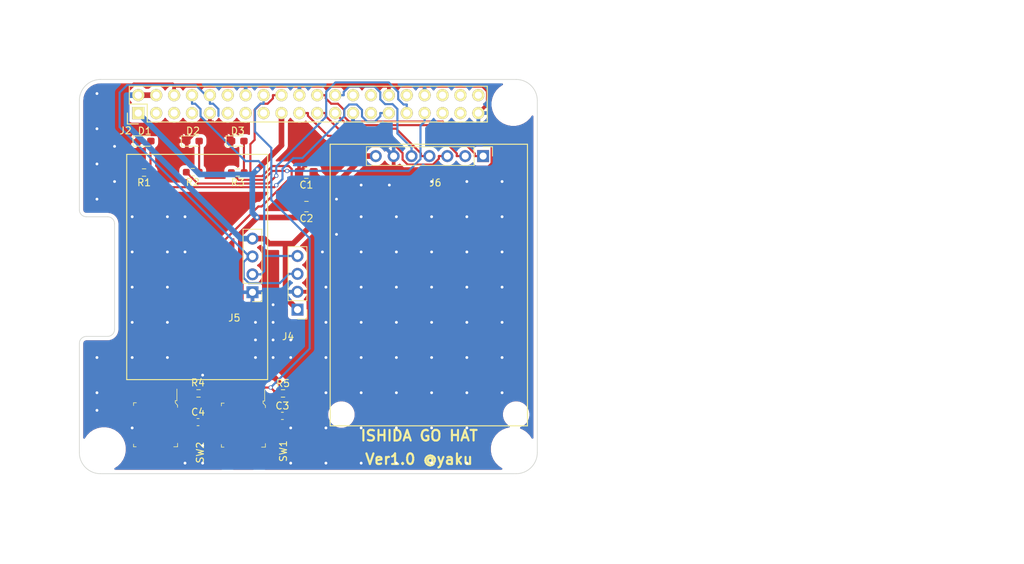
<source format=kicad_pcb>
(kicad_pcb (version 20171130) (host pcbnew "(5.1.5)-3")

  (general
    (thickness 1.6)
    (drawings 40)
    (tracks 350)
    (zones 0)
    (modules 23)
    (nets 35)
  )

  (page A4)
  (layers
    (0 F.Cu signal)
    (31 B.Cu signal)
    (32 B.Adhes user)
    (33 F.Adhes user)
    (34 B.Paste user)
    (35 F.Paste user)
    (36 B.SilkS user)
    (37 F.SilkS user)
    (38 B.Mask user)
    (39 F.Mask user)
    (40 Dwgs.User user)
    (41 Cmts.User user)
    (42 Eco1.User user)
    (43 Eco2.User user)
    (44 Edge.Cuts user)
    (45 Margin user)
    (46 B.CrtYd user)
    (47 F.CrtYd user)
    (48 B.Fab user)
    (49 F.Fab user)
  )

  (setup
    (last_trace_width 0.3)
    (user_trace_width 0.01)
    (user_trace_width 0.02)
    (user_trace_width 0.05)
    (user_trace_width 0.1)
    (user_trace_width 0.2)
    (user_trace_width 0.3)
    (user_trace_width 0.5)
    (trace_clearance 0.2)
    (zone_clearance 0.508)
    (zone_45_only no)
    (trace_min 0.01)
    (via_size 0.6)
    (via_drill 0.4)
    (via_min_size 0.4)
    (via_min_drill 0.3)
    (uvia_size 0.3)
    (uvia_drill 0.1)
    (uvias_allowed no)
    (uvia_min_size 0.2)
    (uvia_min_drill 0.1)
    (edge_width 0.1)
    (segment_width 0.2)
    (pcb_text_width 0.3)
    (pcb_text_size 1.5 1.5)
    (mod_edge_width 0.15)
    (mod_text_size 1 1)
    (mod_text_width 0.15)
    (pad_size 2.75 2.75)
    (pad_drill 2.75)
    (pad_to_mask_clearance 0)
    (aux_axis_origin 0 56.5)
    (visible_elements 7FFEFFFF)
    (pcbplotparams
      (layerselection 0x010f0_ffffffff)
      (usegerberextensions true)
      (usegerberattributes false)
      (usegerberadvancedattributes false)
      (creategerberjobfile false)
      (excludeedgelayer true)
      (linewidth 0.100000)
      (plotframeref false)
      (viasonmask false)
      (mode 1)
      (useauxorigin false)
      (hpglpennumber 1)
      (hpglpenspeed 20)
      (hpglpendiameter 15.000000)
      (psnegative false)
      (psa4output false)
      (plotreference true)
      (plotvalue true)
      (plotinvisibletext false)
      (padsonsilk false)
      (subtractmaskfromsilk false)
      (outputformat 1)
      (mirror false)
      (drillshape 0)
      (scaleselection 1)
      (outputdirectory "meta/"))
  )

  (net 0 "")
  (net 1 "Net-(J2-Pad3)")
  (net 2 "Net-(J2-Pad5)")
  (net 3 "Net-(J2-Pad7)")
  (net 4 "Net-(J2-Pad8)")
  (net 5 "Net-(J2-Pad10)")
  (net 6 "Net-(J2-Pad11)")
  (net 7 "Net-(J2-Pad12)")
  (net 8 "Net-(J2-Pad13)")
  (net 9 "Net-(J2-Pad15)")
  (net 10 "Net-(J2-Pad19)")
  (net 11 "Net-(J2-Pad21)")
  (net 12 "Net-(J2-Pad22)")
  (net 13 "Net-(J2-Pad23)")
  (net 14 "Net-(J2-Pad24)")
  (net 15 "Net-(J2-Pad26)")
  (net 16 "Net-(J2-Pad27)")
  (net 17 "Net-(J2-Pad28)")
  (net 18 "Net-(J2-Pad29)")
  (net 19 "Net-(J2-Pad31)")
  (net 20 "Net-(J2-Pad32)")
  (net 21 "Net-(J2-Pad33)")
  (net 22 "Net-(J2-Pad35)")
  (net 23 "Net-(J2-Pad36)")
  (net 24 "Net-(J2-Pad37)")
  (net 25 "Net-(J2-Pad38)")
  (net 26 "Net-(J2-Pad40)")
  (net 27 GND)
  (net 28 +5V)
  (net 29 +3V3)
  (net 30 "Net-(C3-Pad1)")
  (net 31 "Net-(C4-Pad1)")
  (net 32 "Net-(D1-Pad2)")
  (net 33 "Net-(D2-Pad2)")
  (net 34 "Net-(D3-Pad2)")

  (net_class Default "This is the default net class."
    (clearance 0.2)
    (trace_width 0.3)
    (via_dia 0.6)
    (via_drill 0.4)
    (uvia_dia 0.3)
    (uvia_drill 0.1)
    (add_net "Net-(C3-Pad1)")
    (add_net "Net-(C4-Pad1)")
    (add_net "Net-(D1-Pad2)")
    (add_net "Net-(D2-Pad2)")
    (add_net "Net-(D3-Pad2)")
    (add_net "Net-(J2-Pad10)")
    (add_net "Net-(J2-Pad11)")
    (add_net "Net-(J2-Pad12)")
    (add_net "Net-(J2-Pad13)")
    (add_net "Net-(J2-Pad15)")
    (add_net "Net-(J2-Pad19)")
    (add_net "Net-(J2-Pad21)")
    (add_net "Net-(J2-Pad22)")
    (add_net "Net-(J2-Pad23)")
    (add_net "Net-(J2-Pad24)")
    (add_net "Net-(J2-Pad26)")
    (add_net "Net-(J2-Pad27)")
    (add_net "Net-(J2-Pad28)")
    (add_net "Net-(J2-Pad29)")
    (add_net "Net-(J2-Pad3)")
    (add_net "Net-(J2-Pad31)")
    (add_net "Net-(J2-Pad32)")
    (add_net "Net-(J2-Pad33)")
    (add_net "Net-(J2-Pad35)")
    (add_net "Net-(J2-Pad36)")
    (add_net "Net-(J2-Pad37)")
    (add_net "Net-(J2-Pad38)")
    (add_net "Net-(J2-Pad40)")
    (add_net "Net-(J2-Pad5)")
    (add_net "Net-(J2-Pad7)")
    (add_net "Net-(J2-Pad8)")
  )

  (net_class gnd ""
    (clearance 0.2)
    (trace_width 0.5)
    (via_dia 0.6)
    (via_drill 0.4)
    (uvia_dia 0.3)
    (uvia_drill 0.1)
    (add_net GND)
  )

  (net_class power ""
    (clearance 0.4)
    (trace_width 0.8)
    (via_dia 0.6)
    (via_drill 0.4)
    (uvia_dia 0.3)
    (uvia_drill 0.1)
    (add_net +3V3)
    (add_net +5V)
  )

  (module RPi_Hat:RPi_Hat_Mounting_Hole (layer F.Cu) (tedit 6580176C) (tstamp 658013DB)
    (at 61.8 48)
    (descr "Mounting hole, Befestigungsbohrung, 2,7mm, No Annular, Kein Restring,")
    (tags "Mounting hole, Befestigungsbohrung, 2,7mm, No Annular, Kein Restring,")
    (fp_text reference pad5 (at 0 -4.0005) (layer F.SilkS) hide
      (effects (font (size 1 1) (thickness 0.15)))
    )
    (fp_text value pad5 (at 0.09906 3.59918) (layer F.Fab) hide
      (effects (font (size 1 1) (thickness 0.15)))
    )
    (fp_circle (center 0 0) (end 1.375 0) (layer B.Fab) (width 0.15))
    (fp_circle (center 0 0) (end 1.375 0) (layer F.Fab) (width 0.15))
    (pad "" np_thru_hole circle (at 0.2 0.1) (size 2.75 2.75) (drill 2.75) (layers *.Cu *.Mask))
  )

  (module RPi_Hat:RPi_Hat_Mounting_Hole (layer F.Cu) (tedit 658016D2) (tstamp 658013DB)
    (at 37.5 48)
    (descr "Mounting hole, Befestigungsbohrung, 2,7mm, No Annular, Kein Restring,")
    (tags "Mounting hole, Befestigungsbohrung, 2,7mm, No Annular, Kein Restring,")
    (fp_text reference pad6 (at 0 -4.0005) (layer F.SilkS) hide
      (effects (font (size 1 1) (thickness 0.15)))
    )
    (fp_text value pad6 (at 0.09906 3.59918) (layer F.Fab) hide
      (effects (font (size 1 1) (thickness 0.15)))
    )
    (fp_circle (center 0 0) (end 1.375 0) (layer B.Fab) (width 0.15))
    (fp_circle (center 0 0) (end 1.375 0) (layer F.Fab) (width 0.15))
    (pad "" np_thru_hole circle (at -0.3 0.1) (size 2.75 2.75) (drill 2.75) (layers *.Cu *.Mask))
  )

  (module digikey-footprints:Switch_Tactile_SMD_6x6mm (layer F.Cu) (tedit 5D28A6E0) (tstamp 652F9974)
    (at 10.82 49.5537 270)
    (path /5515D395/653A9357)
    (attr smd)
    (fp_text reference SW2 (at 3.9463 -6.33 90) (layer F.SilkS)
      (effects (font (size 1 1) (thickness 0.15)))
    )
    (fp_text value MODE (at 0.18542 4.04622 90) (layer F.Fab)
      (effects (font (size 1 1) (thickness 0.15)))
    )
    (fp_line (start 3 3) (end 3 -3) (layer F.Fab) (width 0.1))
    (fp_line (start -3 3) (end 3 3) (layer F.Fab) (width 0.1))
    (fp_line (start -2.7 -3) (end -3 -2.725) (layer F.Fab) (width 0.1))
    (fp_line (start -3 -2.725) (end -3 3) (layer F.Fab) (width 0.1))
    (fp_line (start -2.7 -3) (end 3 -3) (layer F.Fab) (width 0.1))
    (fp_line (start 3.125 3.125) (end 2.75 3.125) (layer F.SilkS) (width 0.1))
    (fp_line (start 3.125 2.75) (end 3.125 3.125) (layer F.SilkS) (width 0.1))
    (fp_line (start -3.125 3.125) (end -3.125 2.725) (layer F.SilkS) (width 0.1))
    (fp_line (start -2.725 3.125) (end -3.125 3.125) (layer F.SilkS) (width 0.1))
    (fp_line (start 3.125 -3.125) (end 2.625 -3.125) (layer F.SilkS) (width 0.1))
    (fp_line (start 3.125 -2.575) (end 3.125 -3.125) (layer F.SilkS) (width 0.1))
    (fp_line (start -3.425 -3.025) (end -5.075 -3.025) (layer F.SilkS) (width 0.1))
    (fp_line (start -3.425 -2.8) (end -3.425 -3.025) (layer F.SilkS) (width 0.1))
    (fp_line (start -3.125 -2.8) (end -3.425 -2.8) (layer F.SilkS) (width 0.1))
    (fp_line (start -2.775 -3.125) (end -3.125 -2.8) (layer F.SilkS) (width 0.1))
    (fp_line (start -2.775 -3.125) (end -2.475 -3.125) (layer F.SilkS) (width 0.1))
    (fp_line (start 5.85 -3.3) (end 5.85 3.3) (layer F.CrtYd) (width 0.05))
    (fp_line (start 5.85 3.3) (end -5.85 3.3) (layer F.CrtYd) (width 0.05))
    (fp_line (start -5.85 3.3) (end -5.85 -3.3) (layer F.CrtYd) (width 0.05))
    (fp_line (start -5.85 -3.3) (end 5.85 -3.3) (layer F.CrtYd) (width 0.05))
    (fp_text user %R (at -0.125 0.125 90) (layer F.Fab)
      (effects (font (size 1 1) (thickness 0.15)))
    )
    (pad 1 smd rect (at -4.55 -2.25 180) (size 1.4 2.1) (layers F.Cu F.Paste F.Mask)
      (net 31 "Net-(C4-Pad1)"))
    (pad 3 smd rect (at -4.55 2.25 180) (size 1.4 2.1) (layers F.Cu F.Paste F.Mask))
    (pad 4 smd rect (at 4.55 2.25 180) (size 1.4 2.1) (layers F.Cu F.Paste F.Mask))
    (pad 2 smd rect (at 4.55 -2.25 180) (size 1.4 2.1) (layers F.Cu F.Paste F.Mask)
      (net 27 GND))
  )

  (module digikey-footprints:Switch_Tactile_SMD_6x6mm (layer F.Cu) (tedit 5D28A6E0) (tstamp 652F9957)
    (at 23.2821 49.6003 270)
    (path /5515D395/653A8851)
    (attr smd)
    (fp_text reference SW1 (at 3.6997 -5.6679 90) (layer F.SilkS)
      (effects (font (size 1 1) (thickness 0.15)))
    )
    (fp_text value SELECT (at -0.15154 4.53092 90) (layer F.Fab)
      (effects (font (size 1 1) (thickness 0.15)))
    )
    (fp_line (start 3 3) (end 3 -3) (layer F.Fab) (width 0.1))
    (fp_line (start -3 3) (end 3 3) (layer F.Fab) (width 0.1))
    (fp_line (start -2.7 -3) (end -3 -2.725) (layer F.Fab) (width 0.1))
    (fp_line (start -3 -2.725) (end -3 3) (layer F.Fab) (width 0.1))
    (fp_line (start -2.7 -3) (end 3 -3) (layer F.Fab) (width 0.1))
    (fp_line (start 3.125 3.125) (end 2.75 3.125) (layer F.SilkS) (width 0.1))
    (fp_line (start 3.125 2.75) (end 3.125 3.125) (layer F.SilkS) (width 0.1))
    (fp_line (start -3.125 3.125) (end -3.125 2.725) (layer F.SilkS) (width 0.1))
    (fp_line (start -2.725 3.125) (end -3.125 3.125) (layer F.SilkS) (width 0.1))
    (fp_line (start 3.125 -3.125) (end 2.625 -3.125) (layer F.SilkS) (width 0.1))
    (fp_line (start 3.125 -2.575) (end 3.125 -3.125) (layer F.SilkS) (width 0.1))
    (fp_line (start -3.425 -3.025) (end -5.075 -3.025) (layer F.SilkS) (width 0.1))
    (fp_line (start -3.425 -2.8) (end -3.425 -3.025) (layer F.SilkS) (width 0.1))
    (fp_line (start -3.125 -2.8) (end -3.425 -2.8) (layer F.SilkS) (width 0.1))
    (fp_line (start -2.775 -3.125) (end -3.125 -2.8) (layer F.SilkS) (width 0.1))
    (fp_line (start -2.775 -3.125) (end -2.475 -3.125) (layer F.SilkS) (width 0.1))
    (fp_line (start 5.85 -3.3) (end 5.85 3.3) (layer F.CrtYd) (width 0.05))
    (fp_line (start 5.85 3.3) (end -5.85 3.3) (layer F.CrtYd) (width 0.05))
    (fp_line (start -5.85 3.3) (end -5.85 -3.3) (layer F.CrtYd) (width 0.05))
    (fp_line (start -5.85 -3.3) (end 5.85 -3.3) (layer F.CrtYd) (width 0.05))
    (fp_text user %R (at -0.125 0.125 90) (layer F.Fab)
      (effects (font (size 1 1) (thickness 0.15)))
    )
    (pad 1 smd rect (at -4.55 -2.25 180) (size 1.4 2.1) (layers F.Cu F.Paste F.Mask)
      (net 30 "Net-(C3-Pad1)"))
    (pad 3 smd rect (at -4.55 2.25 180) (size 1.4 2.1) (layers F.Cu F.Paste F.Mask))
    (pad 4 smd rect (at 4.55 2.25 180) (size 1.4 2.1) (layers F.Cu F.Paste F.Mask))
    (pad 2 smd rect (at 4.55 -2.25 180) (size 1.4 2.1) (layers F.Cu F.Paste F.Mask)
      (net 27 GND))
  )

  (module Resistor_SMD:R_0603_1608Metric_Pad0.98x0.95mm_HandSolder (layer F.Cu) (tedit 5F68FEEE) (tstamp 652F993A)
    (at 28.9077 45.1002)
    (descr "Resistor SMD 0603 (1608 Metric), square (rectangular) end terminal, IPC_7351 nominal with elongated pad for handsoldering. (Body size source: IPC-SM-782 page 72, https://www.pcb-3d.com/wordpress/wp-content/uploads/ipc-sm-782a_amendment_1_and_2.pdf), generated with kicad-footprint-generator")
    (tags "resistor handsolder")
    (path /5515D395/654AB05A)
    (attr smd)
    (fp_text reference R5 (at 0 -1.43) (layer F.SilkS)
      (effects (font (size 1 1) (thickness 0.15)))
    )
    (fp_text value 1K (at 0 1.43) (layer F.Fab)
      (effects (font (size 1 1) (thickness 0.15)))
    )
    (fp_text user %R (at 0 0) (layer F.Fab)
      (effects (font (size 0.4 0.4) (thickness 0.06)))
    )
    (fp_line (start 1.65 0.73) (end -1.65 0.73) (layer F.CrtYd) (width 0.05))
    (fp_line (start 1.65 -0.73) (end 1.65 0.73) (layer F.CrtYd) (width 0.05))
    (fp_line (start -1.65 -0.73) (end 1.65 -0.73) (layer F.CrtYd) (width 0.05))
    (fp_line (start -1.65 0.73) (end -1.65 -0.73) (layer F.CrtYd) (width 0.05))
    (fp_line (start -0.254724 0.5225) (end 0.254724 0.5225) (layer F.SilkS) (width 0.12))
    (fp_line (start -0.254724 -0.5225) (end 0.254724 -0.5225) (layer F.SilkS) (width 0.12))
    (fp_line (start 0.8 0.4125) (end -0.8 0.4125) (layer F.Fab) (width 0.1))
    (fp_line (start 0.8 -0.4125) (end 0.8 0.4125) (layer F.Fab) (width 0.1))
    (fp_line (start -0.8 -0.4125) (end 0.8 -0.4125) (layer F.Fab) (width 0.1))
    (fp_line (start -0.8 0.4125) (end -0.8 -0.4125) (layer F.Fab) (width 0.1))
    (pad 2 smd roundrect (at 0.9125 0) (size 0.975 0.95) (layers F.Cu F.Paste F.Mask) (roundrect_rratio 0.25)
      (net 29 +3V3))
    (pad 1 smd roundrect (at -0.9125 0) (size 0.975 0.95) (layers F.Cu F.Paste F.Mask) (roundrect_rratio 0.25)
      (net 30 "Net-(C3-Pad1)"))
    (model ${KICAD6_3DMODEL_DIR}/Resistor_SMD.3dshapes/R_0603_1608Metric.wrl
      (at (xyz 0 0 0))
      (scale (xyz 1 1 1))
      (rotate (xyz 0 0 0))
    )
  )

  (module Resistor_SMD:R_0603_1608Metric_Pad0.98x0.95mm_HandSolder (layer F.Cu) (tedit 5F68FEEE) (tstamp 652F9929)
    (at 16.9164 45.0926)
    (descr "Resistor SMD 0603 (1608 Metric), square (rectangular) end terminal, IPC_7351 nominal with elongated pad for handsoldering. (Body size source: IPC-SM-782 page 72, https://www.pcb-3d.com/wordpress/wp-content/uploads/ipc-sm-782a_amendment_1_and_2.pdf), generated with kicad-footprint-generator")
    (tags "resistor handsolder")
    (path /5515D395/6549D058)
    (attr smd)
    (fp_text reference R4 (at -0.08636 -1.50876) (layer F.SilkS)
      (effects (font (size 1 1) (thickness 0.15)))
    )
    (fp_text value 1K (at 0 1.43) (layer F.Fab)
      (effects (font (size 1 1) (thickness 0.15)))
    )
    (fp_text user %R (at 2.30886 -0.7112) (layer F.Fab)
      (effects (font (size 0.4 0.4) (thickness 0.06)))
    )
    (fp_line (start 1.65 0.73) (end -1.65 0.73) (layer F.CrtYd) (width 0.05))
    (fp_line (start 1.65 -0.73) (end 1.65 0.73) (layer F.CrtYd) (width 0.05))
    (fp_line (start -1.65 -0.73) (end 1.65 -0.73) (layer F.CrtYd) (width 0.05))
    (fp_line (start -1.65 0.73) (end -1.65 -0.73) (layer F.CrtYd) (width 0.05))
    (fp_line (start -0.254724 0.5225) (end 0.254724 0.5225) (layer F.SilkS) (width 0.12))
    (fp_line (start -0.254724 -0.5225) (end 0.254724 -0.5225) (layer F.SilkS) (width 0.12))
    (fp_line (start 0.8 0.4125) (end -0.8 0.4125) (layer F.Fab) (width 0.1))
    (fp_line (start 0.8 -0.4125) (end 0.8 0.4125) (layer F.Fab) (width 0.1))
    (fp_line (start -0.8 -0.4125) (end 0.8 -0.4125) (layer F.Fab) (width 0.1))
    (fp_line (start -0.8 0.4125) (end -0.8 -0.4125) (layer F.Fab) (width 0.1))
    (pad 2 smd roundrect (at 0.9125 0) (size 0.975 0.95) (layers F.Cu F.Paste F.Mask) (roundrect_rratio 0.25)
      (net 29 +3V3))
    (pad 1 smd roundrect (at -0.9125 0) (size 0.975 0.95) (layers F.Cu F.Paste F.Mask) (roundrect_rratio 0.25)
      (net 31 "Net-(C4-Pad1)"))
    (model ${KICAD6_3DMODEL_DIR}/Resistor_SMD.3dshapes/R_0603_1608Metric.wrl
      (at (xyz 0 0 0))
      (scale (xyz 1 1 1))
      (rotate (xyz 0 0 0))
    )
  )

  (module Resistor_SMD:R_0603_1608Metric_Pad0.98x0.95mm_HandSolder (layer F.Cu) (tedit 5F68FEEE) (tstamp 652F9918)
    (at 22.4841 13.716 180)
    (descr "Resistor SMD 0603 (1608 Metric), square (rectangular) end terminal, IPC_7351 nominal with elongated pad for handsoldering. (Body size source: IPC-SM-782 page 72, https://www.pcb-3d.com/wordpress/wp-content/uploads/ipc-sm-782a_amendment_1_and_2.pdf), generated with kicad-footprint-generator")
    (tags "resistor handsolder")
    (path /5515D395/653C0910)
    (attr smd)
    (fp_text reference R3 (at 0 -1.43) (layer F.SilkS)
      (effects (font (size 1 1) (thickness 0.15)))
    )
    (fp_text value 1k (at 0 1.43) (layer F.Fab)
      (effects (font (size 1 1) (thickness 0.15)))
    )
    (fp_text user %R (at 0 0) (layer F.Fab)
      (effects (font (size 0.4 0.4) (thickness 0.06)))
    )
    (fp_line (start 1.65 0.73) (end -1.65 0.73) (layer F.CrtYd) (width 0.05))
    (fp_line (start 1.65 -0.73) (end 1.65 0.73) (layer F.CrtYd) (width 0.05))
    (fp_line (start -1.65 -0.73) (end 1.65 -0.73) (layer F.CrtYd) (width 0.05))
    (fp_line (start -1.65 0.73) (end -1.65 -0.73) (layer F.CrtYd) (width 0.05))
    (fp_line (start -0.254724 0.5225) (end 0.254724 0.5225) (layer F.SilkS) (width 0.12))
    (fp_line (start -0.254724 -0.5225) (end 0.254724 -0.5225) (layer F.SilkS) (width 0.12))
    (fp_line (start 0.8 0.4125) (end -0.8 0.4125) (layer F.Fab) (width 0.1))
    (fp_line (start 0.8 -0.4125) (end 0.8 0.4125) (layer F.Fab) (width 0.1))
    (fp_line (start -0.8 -0.4125) (end 0.8 -0.4125) (layer F.Fab) (width 0.1))
    (fp_line (start -0.8 0.4125) (end -0.8 -0.4125) (layer F.Fab) (width 0.1))
    (pad 2 smd roundrect (at 0.9125 0 180) (size 0.975 0.95) (layers F.Cu F.Paste F.Mask) (roundrect_rratio 0.25)
      (net 21 "Net-(J2-Pad33)"))
    (pad 1 smd roundrect (at -0.9125 0 180) (size 0.975 0.95) (layers F.Cu F.Paste F.Mask) (roundrect_rratio 0.25)
      (net 34 "Net-(D3-Pad2)"))
    (model ${KICAD6_3DMODEL_DIR}/Resistor_SMD.3dshapes/R_0603_1608Metric.wrl
      (at (xyz 0 0 0))
      (scale (xyz 1 1 1))
      (rotate (xyz 0 0 0))
    )
  )

  (module Resistor_SMD:R_0603_1608Metric_Pad0.98x0.95mm_HandSolder (layer F.Cu) (tedit 5F68FEEE) (tstamp 652F9907)
    (at 16.0903 13.6652 180)
    (descr "Resistor SMD 0603 (1608 Metric), square (rectangular) end terminal, IPC_7351 nominal with elongated pad for handsoldering. (Body size source: IPC-SM-782 page 72, https://www.pcb-3d.com/wordpress/wp-content/uploads/ipc-sm-782a_amendment_1_and_2.pdf), generated with kicad-footprint-generator")
    (tags "resistor handsolder")
    (path /5515D395/653B1B66)
    (attr smd)
    (fp_text reference R2 (at 0 -1.43) (layer F.SilkS)
      (effects (font (size 1 1) (thickness 0.15)))
    )
    (fp_text value 1k (at 0 1.43) (layer F.Fab)
      (effects (font (size 1 1) (thickness 0.15)))
    )
    (fp_text user %R (at 0 0) (layer F.Fab)
      (effects (font (size 0.4 0.4) (thickness 0.06)))
    )
    (fp_line (start 1.65 0.73) (end -1.65 0.73) (layer F.CrtYd) (width 0.05))
    (fp_line (start 1.65 -0.73) (end 1.65 0.73) (layer F.CrtYd) (width 0.05))
    (fp_line (start -1.65 -0.73) (end 1.65 -0.73) (layer F.CrtYd) (width 0.05))
    (fp_line (start -1.65 0.73) (end -1.65 -0.73) (layer F.CrtYd) (width 0.05))
    (fp_line (start -0.254724 0.5225) (end 0.254724 0.5225) (layer F.SilkS) (width 0.12))
    (fp_line (start -0.254724 -0.5225) (end 0.254724 -0.5225) (layer F.SilkS) (width 0.12))
    (fp_line (start 0.8 0.4125) (end -0.8 0.4125) (layer F.Fab) (width 0.1))
    (fp_line (start 0.8 -0.4125) (end 0.8 0.4125) (layer F.Fab) (width 0.1))
    (fp_line (start -0.8 -0.4125) (end 0.8 -0.4125) (layer F.Fab) (width 0.1))
    (fp_line (start -0.8 0.4125) (end -0.8 -0.4125) (layer F.Fab) (width 0.1))
    (pad 2 smd roundrect (at 0.9125 0 180) (size 0.975 0.95) (layers F.Cu F.Paste F.Mask) (roundrect_rratio 0.25)
      (net 19 "Net-(J2-Pad31)"))
    (pad 1 smd roundrect (at -0.9125 0 180) (size 0.975 0.95) (layers F.Cu F.Paste F.Mask) (roundrect_rratio 0.25)
      (net 33 "Net-(D2-Pad2)"))
    (model ${KICAD6_3DMODEL_DIR}/Resistor_SMD.3dshapes/R_0603_1608Metric.wrl
      (at (xyz 0 0 0))
      (scale (xyz 1 1 1))
      (rotate (xyz 0 0 0))
    )
  )

  (module Resistor_SMD:R_0603_1608Metric_Pad0.98x0.95mm_HandSolder (layer F.Cu) (tedit 5F68FEEE) (tstamp 652F98F6)
    (at 9.1872 13.716 180)
    (descr "Resistor SMD 0603 (1608 Metric), square (rectangular) end terminal, IPC_7351 nominal with elongated pad for handsoldering. (Body size source: IPC-SM-782 page 72, https://www.pcb-3d.com/wordpress/wp-content/uploads/ipc-sm-782a_amendment_1_and_2.pdf), generated with kicad-footprint-generator")
    (tags "resistor handsolder")
    (path /5515D395/65376153)
    (attr smd)
    (fp_text reference R1 (at 0 -1.43) (layer F.SilkS)
      (effects (font (size 1 1) (thickness 0.15)))
    )
    (fp_text value 1k (at 0 1.43) (layer F.Fab)
      (effects (font (size 1 1) (thickness 0.15)))
    )
    (fp_text user %R (at 0 0) (layer F.Fab)
      (effects (font (size 0.4 0.4) (thickness 0.06)))
    )
    (fp_line (start 1.65 0.73) (end -1.65 0.73) (layer F.CrtYd) (width 0.05))
    (fp_line (start 1.65 -0.73) (end 1.65 0.73) (layer F.CrtYd) (width 0.05))
    (fp_line (start -1.65 -0.73) (end 1.65 -0.73) (layer F.CrtYd) (width 0.05))
    (fp_line (start -1.65 0.73) (end -1.65 -0.73) (layer F.CrtYd) (width 0.05))
    (fp_line (start -0.254724 0.5225) (end 0.254724 0.5225) (layer F.SilkS) (width 0.12))
    (fp_line (start -0.254724 -0.5225) (end 0.254724 -0.5225) (layer F.SilkS) (width 0.12))
    (fp_line (start 0.8 0.4125) (end -0.8 0.4125) (layer F.Fab) (width 0.1))
    (fp_line (start 0.8 -0.4125) (end 0.8 0.4125) (layer F.Fab) (width 0.1))
    (fp_line (start -0.8 -0.4125) (end 0.8 -0.4125) (layer F.Fab) (width 0.1))
    (fp_line (start -0.8 0.4125) (end -0.8 -0.4125) (layer F.Fab) (width 0.1))
    (pad 2 smd roundrect (at 0.9125 0 180) (size 0.975 0.95) (layers F.Cu F.Paste F.Mask) (roundrect_rratio 0.25)
      (net 18 "Net-(J2-Pad29)"))
    (pad 1 smd roundrect (at -0.9125 0 180) (size 0.975 0.95) (layers F.Cu F.Paste F.Mask) (roundrect_rratio 0.25)
      (net 32 "Net-(D1-Pad2)"))
    (model ${KICAD6_3DMODEL_DIR}/Resistor_SMD.3dshapes/R_0603_1608Metric.wrl
      (at (xyz 0 0 0))
      (scale (xyz 1 1 1))
      (rotate (xyz 0 0 0))
    )
  )

  (module Connector_PinHeader_2.54mm:PinHeader_1x07_P2.54mm_Vertical (layer F.Cu) (tedit 59FED5CC) (tstamp 652F98E5)
    (at 57.31 11.3817 270)
    (descr "Through hole straight pin header, 1x07, 2.54mm pitch, single row")
    (tags "Through hole pin header THT 1x07 2.54mm single row")
    (path /5515D395/652FBD0A)
    (fp_text reference J6 (at 3.7973 6.7818 unlocked) (layer F.SilkS)
      (effects (font (size 1 1) (thickness 0.15)))
    )
    (fp_text value FOR_CAN (at 0 17.57 90) (layer F.Fab)
      (effects (font (size 1 1) (thickness 0.15)))
    )
    (fp_text user %R (at 0 7.62) (layer F.Fab)
      (effects (font (size 1 1) (thickness 0.15)))
    )
    (fp_line (start 1.8 -1.8) (end -1.8 -1.8) (layer F.CrtYd) (width 0.05))
    (fp_line (start 1.8 17.05) (end 1.8 -1.8) (layer F.CrtYd) (width 0.05))
    (fp_line (start -1.8 17.05) (end 1.8 17.05) (layer F.CrtYd) (width 0.05))
    (fp_line (start -1.8 -1.8) (end -1.8 17.05) (layer F.CrtYd) (width 0.05))
    (fp_line (start -1.33 -1.33) (end 0 -1.33) (layer F.SilkS) (width 0.12))
    (fp_line (start -1.33 0) (end -1.33 -1.33) (layer F.SilkS) (width 0.12))
    (fp_line (start -1.33 1.27) (end 1.33 1.27) (layer F.SilkS) (width 0.12))
    (fp_line (start 1.33 1.27) (end 1.33 16.57) (layer F.SilkS) (width 0.12))
    (fp_line (start -1.33 1.27) (end -1.33 16.57) (layer F.SilkS) (width 0.12))
    (fp_line (start -1.33 16.57) (end 1.33 16.57) (layer F.SilkS) (width 0.12))
    (fp_line (start -1.27 -0.635) (end -0.635 -1.27) (layer F.Fab) (width 0.1))
    (fp_line (start -1.27 16.51) (end -1.27 -0.635) (layer F.Fab) (width 0.1))
    (fp_line (start 1.27 16.51) (end -1.27 16.51) (layer F.Fab) (width 0.1))
    (fp_line (start 1.27 -1.27) (end 1.27 16.51) (layer F.Fab) (width 0.1))
    (fp_line (start -0.635 -1.27) (end 1.27 -1.27) (layer F.Fab) (width 0.1))
    (pad 7 thru_hole oval (at 0 15.24 270) (size 1.7 1.7) (drill 1) (layers *.Cu *.Mask)
      (net 28 +5V))
    (pad 6 thru_hole oval (at 0 12.7 270) (size 1.7 1.7) (drill 1) (layers *.Cu *.Mask)
      (net 27 GND))
    (pad 5 thru_hole oval (at 0 10.16 270) (size 1.7 1.7) (drill 1) (layers *.Cu *.Mask)
      (net 14 "Net-(J2-Pad24)"))
    (pad 4 thru_hole oval (at 0 7.62 270) (size 1.7 1.7) (drill 1) (layers *.Cu *.Mask)
      (net 11 "Net-(J2-Pad21)"))
    (pad 3 thru_hole oval (at 0 5.08 270) (size 1.7 1.7) (drill 1) (layers *.Cu *.Mask)
      (net 10 "Net-(J2-Pad19)"))
    (pad 2 thru_hole oval (at 0 2.54 270) (size 1.7 1.7) (drill 1) (layers *.Cu *.Mask)
      (net 13 "Net-(J2-Pad23)"))
    (pad 1 thru_hole rect (at 0 0 270) (size 1.7 1.7) (drill 1) (layers *.Cu *.Mask)
      (net 12 "Net-(J2-Pad22)"))
    (model ${KICAD6_3DMODEL_DIR}/Connector_PinHeader_2.54mm.3dshapes/PinHeader_1x07_P2.54mm_Vertical.wrl
      (at (xyz 0 0 0))
      (scale (xyz 1 1 1))
      (rotate (xyz 0 0 0))
    )
  )

  (module Connector_PinHeader_2.54mm:PinHeader_1x04_P2.54mm_Vertical (layer F.Cu) (tedit 59FED5CC) (tstamp 652F98CA)
    (at 24.572 30.7264 180)
    (descr "Through hole straight pin header, 1x04, 2.54mm pitch, single row")
    (tags "Through hole pin header THT 1x04 2.54mm single row")
    (path /5515D395/6530D15B)
    (fp_text reference J5 (at 2.57556 -3.64236) (layer F.SilkS)
      (effects (font (size 1 1) (thickness 0.15)))
    )
    (fp_text value FOR_RS232 (at 0 9.95) (layer F.Fab)
      (effects (font (size 1 1) (thickness 0.15)))
    )
    (fp_text user %R (at 0 3.81 90) (layer F.Fab)
      (effects (font (size 1 1) (thickness 0.15)))
    )
    (fp_line (start 1.8 -1.8) (end -1.8 -1.8) (layer F.CrtYd) (width 0.05))
    (fp_line (start 1.8 9.4) (end 1.8 -1.8) (layer F.CrtYd) (width 0.05))
    (fp_line (start -1.8 9.4) (end 1.8 9.4) (layer F.CrtYd) (width 0.05))
    (fp_line (start -1.8 -1.8) (end -1.8 9.4) (layer F.CrtYd) (width 0.05))
    (fp_line (start -1.33 -1.33) (end 0 -1.33) (layer F.SilkS) (width 0.12))
    (fp_line (start -1.33 0) (end -1.33 -1.33) (layer F.SilkS) (width 0.12))
    (fp_line (start -1.33 1.27) (end 1.33 1.27) (layer F.SilkS) (width 0.12))
    (fp_line (start 1.33 1.27) (end 1.33 8.95) (layer F.SilkS) (width 0.12))
    (fp_line (start -1.33 1.27) (end -1.33 8.95) (layer F.SilkS) (width 0.12))
    (fp_line (start -1.33 8.95) (end 1.33 8.95) (layer F.SilkS) (width 0.12))
    (fp_line (start -1.27 -0.635) (end -0.635 -1.27) (layer F.Fab) (width 0.1))
    (fp_line (start -1.27 8.89) (end -1.27 -0.635) (layer F.Fab) (width 0.1))
    (fp_line (start 1.27 8.89) (end -1.27 8.89) (layer F.Fab) (width 0.1))
    (fp_line (start 1.27 -1.27) (end 1.27 8.89) (layer F.Fab) (width 0.1))
    (fp_line (start -0.635 -1.27) (end 1.27 -1.27) (layer F.Fab) (width 0.1))
    (pad 4 thru_hole oval (at 0 7.62 180) (size 1.7 1.7) (drill 1) (layers *.Cu *.Mask)
      (net 28 +5V))
    (pad 3 thru_hole oval (at 0 5.08 180) (size 1.7 1.7) (drill 1) (layers *.Cu *.Mask)
      (net 5 "Net-(J2-Pad10)"))
    (pad 2 thru_hole oval (at 0 2.54 180) (size 1.7 1.7) (drill 1) (layers *.Cu *.Mask)
      (net 4 "Net-(J2-Pad8)"))
    (pad 1 thru_hole rect (at 0 0 180) (size 1.7 1.7) (drill 1) (layers *.Cu *.Mask)
      (net 27 GND))
    (model ${KICAD6_3DMODEL_DIR}/Connector_PinHeader_2.54mm.3dshapes/PinHeader_1x04_P2.54mm_Vertical.wrl
      (at (xyz 0 0 0))
      (scale (xyz 1 1 1))
      (rotate (xyz 0 0 0))
    )
  )

  (module Connector_PinHeader_2.54mm:PinHeader_1x04_P2.54mm_Vertical (layer F.Cu) (tedit 59FED5CC) (tstamp 652F98B2)
    (at 30.9651 33.1953 180)
    (descr "Through hole straight pin header, 1x04, 2.54mm pitch, single row")
    (tags "Through hole pin header THT 1x04 2.54mm single row")
    (path /5515D395/652E81B6)
    (fp_text reference J4 (at 1.3335 -3.81762) (layer F.SilkS)
      (effects (font (size 1 1) (thickness 0.15)))
    )
    (fp_text value FOR_HC-05 (at 0.6223 10.48004) (layer F.Fab)
      (effects (font (size 1 1) (thickness 0.15)))
    )
    (fp_text user %R (at 0 3.81 90) (layer F.Fab)
      (effects (font (size 1 1) (thickness 0.15)))
    )
    (fp_line (start 1.8 -1.8) (end -1.8 -1.8) (layer F.CrtYd) (width 0.05))
    (fp_line (start 1.8 9.4) (end 1.8 -1.8) (layer F.CrtYd) (width 0.05))
    (fp_line (start -1.8 9.4) (end 1.8 9.4) (layer F.CrtYd) (width 0.05))
    (fp_line (start -1.8 -1.8) (end -1.8 9.4) (layer F.CrtYd) (width 0.05))
    (fp_line (start -1.33 -1.33) (end 0 -1.33) (layer F.SilkS) (width 0.12))
    (fp_line (start -1.33 0) (end -1.33 -1.33) (layer F.SilkS) (width 0.12))
    (fp_line (start -1.33 1.27) (end 1.33 1.27) (layer F.SilkS) (width 0.12))
    (fp_line (start 1.33 1.27) (end 1.33 8.95) (layer F.SilkS) (width 0.12))
    (fp_line (start -1.33 1.27) (end -1.33 8.95) (layer F.SilkS) (width 0.12))
    (fp_line (start -1.33 8.95) (end 1.33 8.95) (layer F.SilkS) (width 0.12))
    (fp_line (start -1.27 -0.635) (end -0.635 -1.27) (layer F.Fab) (width 0.1))
    (fp_line (start -1.27 8.89) (end -1.27 -0.635) (layer F.Fab) (width 0.1))
    (fp_line (start 1.27 8.89) (end -1.27 8.89) (layer F.Fab) (width 0.1))
    (fp_line (start 1.27 -1.27) (end 1.27 8.89) (layer F.Fab) (width 0.1))
    (fp_line (start -0.635 -1.27) (end 1.27 -1.27) (layer F.Fab) (width 0.1))
    (pad 4 thru_hole oval (at 0 7.62 180) (size 1.7 1.7) (drill 1) (layers *.Cu *.Mask)
      (net 4 "Net-(J2-Pad8)"))
    (pad 3 thru_hole oval (at 0 5.08 180) (size 1.7 1.7) (drill 1) (layers *.Cu *.Mask)
      (net 5 "Net-(J2-Pad10)"))
    (pad 2 thru_hole oval (at 0 2.54 180) (size 1.7 1.7) (drill 1) (layers *.Cu *.Mask)
      (net 27 GND))
    (pad 1 thru_hole rect (at 0 0 180) (size 1.7 1.7) (drill 1) (layers *.Cu *.Mask)
      (net 28 +5V))
    (model ${KICAD6_3DMODEL_DIR}/Connector_PinHeader_2.54mm.3dshapes/PinHeader_1x04_P2.54mm_Vertical.wrl
      (at (xyz 0 0 0))
      (scale (xyz 1 1 1))
      (rotate (xyz 0 0 0))
    )
  )

  (module Diode_SMD:D_0603_1608Metric_Pad1.05x0.95mm_HandSolder (layer F.Cu) (tedit 5F68FEF0) (tstamp 652F9762)
    (at 22.4854 9.2431)
    (descr "Diode SMD 0603 (1608 Metric), square (rectangular) end terminal, IPC_7351 nominal, (Body size source: http://www.tortai-tech.com/upload/download/2011102023233369053.pdf), generated with kicad-footprint-generator")
    (tags "diode handsolder")
    (path /5515D395/653C090A)
    (attr smd)
    (fp_text reference D3 (at 0 -1.43) (layer F.SilkS)
      (effects (font (size 1 1) (thickness 0.15)))
    )
    (fp_text value LED_GREEN (at 0 1.43) (layer F.Fab)
      (effects (font (size 1 1) (thickness 0.15)))
    )
    (fp_text user %R (at 0 0) (layer F.Fab)
      (effects (font (size 0.4 0.4) (thickness 0.06)))
    )
    (fp_line (start 1.65 0.73) (end -1.65 0.73) (layer F.CrtYd) (width 0.05))
    (fp_line (start 1.65 -0.73) (end 1.65 0.73) (layer F.CrtYd) (width 0.05))
    (fp_line (start -1.65 -0.73) (end 1.65 -0.73) (layer F.CrtYd) (width 0.05))
    (fp_line (start -1.65 0.73) (end -1.65 -0.73) (layer F.CrtYd) (width 0.05))
    (fp_line (start -1.66 0.735) (end 0.8 0.735) (layer F.SilkS) (width 0.12))
    (fp_line (start -1.66 -0.735) (end -1.66 0.735) (layer F.SilkS) (width 0.12))
    (fp_line (start 0.8 -0.735) (end -1.66 -0.735) (layer F.SilkS) (width 0.12))
    (fp_line (start 0.8 0.4) (end 0.8 -0.4) (layer F.Fab) (width 0.1))
    (fp_line (start -0.8 0.4) (end 0.8 0.4) (layer F.Fab) (width 0.1))
    (fp_line (start -0.8 -0.1) (end -0.8 0.4) (layer F.Fab) (width 0.1))
    (fp_line (start -0.5 -0.4) (end -0.8 -0.1) (layer F.Fab) (width 0.1))
    (fp_line (start 0.8 -0.4) (end -0.5 -0.4) (layer F.Fab) (width 0.1))
    (pad 2 smd roundrect (at 0.875 0) (size 1.05 0.95) (layers F.Cu F.Paste F.Mask) (roundrect_rratio 0.25)
      (net 34 "Net-(D3-Pad2)"))
    (pad 1 smd roundrect (at -0.875 0) (size 1.05 0.95) (layers F.Cu F.Paste F.Mask) (roundrect_rratio 0.25)
      (net 27 GND))
    (model ${KISYS3DMOD}/Diode_SMD.3dshapes/D_0603_1608Metric.wrl
      (at (xyz 0 0 0))
      (scale (xyz 1 1 1))
      (rotate (xyz 0 0 0))
    )
  )

  (module Diode_SMD:D_0603_1608Metric_Pad1.05x0.95mm_HandSolder (layer F.Cu) (tedit 5F68FEF0) (tstamp 652F974F)
    (at 16.129 9.2431)
    (descr "Diode SMD 0603 (1608 Metric), square (rectangular) end terminal, IPC_7351 nominal, (Body size source: http://www.tortai-tech.com/upload/download/2011102023233369053.pdf), generated with kicad-footprint-generator")
    (tags "diode handsolder")
    (path /5515D395/653B1B60)
    (attr smd)
    (fp_text reference D2 (at 0 -1.43) (layer F.SilkS)
      (effects (font (size 1 1) (thickness 0.15)))
    )
    (fp_text value LED_BLUE (at 0 1.43) (layer F.Fab)
      (effects (font (size 1 1) (thickness 0.15)))
    )
    (fp_text user %R (at 0 0) (layer F.Fab)
      (effects (font (size 0.4 0.4) (thickness 0.06)))
    )
    (fp_line (start 1.65 0.73) (end -1.65 0.73) (layer F.CrtYd) (width 0.05))
    (fp_line (start 1.65 -0.73) (end 1.65 0.73) (layer F.CrtYd) (width 0.05))
    (fp_line (start -1.65 -0.73) (end 1.65 -0.73) (layer F.CrtYd) (width 0.05))
    (fp_line (start -1.65 0.73) (end -1.65 -0.73) (layer F.CrtYd) (width 0.05))
    (fp_line (start -1.66 0.735) (end 0.8 0.735) (layer F.SilkS) (width 0.12))
    (fp_line (start -1.66 -0.735) (end -1.66 0.735) (layer F.SilkS) (width 0.12))
    (fp_line (start 0.8 -0.735) (end -1.66 -0.735) (layer F.SilkS) (width 0.12))
    (fp_line (start 0.8 0.4) (end 0.8 -0.4) (layer F.Fab) (width 0.1))
    (fp_line (start -0.8 0.4) (end 0.8 0.4) (layer F.Fab) (width 0.1))
    (fp_line (start -0.8 -0.1) (end -0.8 0.4) (layer F.Fab) (width 0.1))
    (fp_line (start -0.5 -0.4) (end -0.8 -0.1) (layer F.Fab) (width 0.1))
    (fp_line (start 0.8 -0.4) (end -0.5 -0.4) (layer F.Fab) (width 0.1))
    (pad 2 smd roundrect (at 0.875 0) (size 1.05 0.95) (layers F.Cu F.Paste F.Mask) (roundrect_rratio 0.25)
      (net 33 "Net-(D2-Pad2)"))
    (pad 1 smd roundrect (at -0.875 0) (size 1.05 0.95) (layers F.Cu F.Paste F.Mask) (roundrect_rratio 0.25)
      (net 27 GND))
    (model ${KISYS3DMOD}/Diode_SMD.3dshapes/D_0603_1608Metric.wrl
      (at (xyz 0 0 0))
      (scale (xyz 1 1 1))
      (rotate (xyz 0 0 0))
    )
  )

  (module Diode_SMD:D_0603_1608Metric_Pad1.05x0.95mm_HandSolder (layer F.Cu) (tedit 5F68FEF0) (tstamp 652F973C)
    (at 9.2786 9.2431)
    (descr "Diode SMD 0603 (1608 Metric), square (rectangular) end terminal, IPC_7351 nominal, (Body size source: http://www.tortai-tech.com/upload/download/2011102023233369053.pdf), generated with kicad-footprint-generator")
    (tags "diode handsolder")
    (path /5515D395/65374B73)
    (attr smd)
    (fp_text reference D1 (at 0 -1.43) (layer F.SilkS)
      (effects (font (size 1 1) (thickness 0.15)))
    )
    (fp_text value LED_RED (at 0 1.43) (layer F.Fab)
      (effects (font (size 1 1) (thickness 0.15)))
    )
    (fp_text user %R (at 0 0) (layer F.Fab)
      (effects (font (size 0.4 0.4) (thickness 0.06)))
    )
    (fp_line (start 1.65 0.73) (end -1.65 0.73) (layer F.CrtYd) (width 0.05))
    (fp_line (start 1.65 -0.73) (end 1.65 0.73) (layer F.CrtYd) (width 0.05))
    (fp_line (start -1.65 -0.73) (end 1.65 -0.73) (layer F.CrtYd) (width 0.05))
    (fp_line (start -1.65 0.73) (end -1.65 -0.73) (layer F.CrtYd) (width 0.05))
    (fp_line (start -1.66 0.735) (end 0.8 0.735) (layer F.SilkS) (width 0.12))
    (fp_line (start -1.66 -0.735) (end -1.66 0.735) (layer F.SilkS) (width 0.12))
    (fp_line (start 0.8 -0.735) (end -1.66 -0.735) (layer F.SilkS) (width 0.12))
    (fp_line (start 0.8 0.4) (end 0.8 -0.4) (layer F.Fab) (width 0.1))
    (fp_line (start -0.8 0.4) (end 0.8 0.4) (layer F.Fab) (width 0.1))
    (fp_line (start -0.8 -0.1) (end -0.8 0.4) (layer F.Fab) (width 0.1))
    (fp_line (start -0.5 -0.4) (end -0.8 -0.1) (layer F.Fab) (width 0.1))
    (fp_line (start 0.8 -0.4) (end -0.5 -0.4) (layer F.Fab) (width 0.1))
    (pad 2 smd roundrect (at 0.875 0) (size 1.05 0.95) (layers F.Cu F.Paste F.Mask) (roundrect_rratio 0.25)
      (net 32 "Net-(D1-Pad2)"))
    (pad 1 smd roundrect (at -0.875 0) (size 1.05 0.95) (layers F.Cu F.Paste F.Mask) (roundrect_rratio 0.25)
      (net 27 GND))
    (model ${KISYS3DMOD}/Diode_SMD.3dshapes/D_0603_1608Metric.wrl
      (at (xyz 0 0 0))
      (scale (xyz 1 1 1))
      (rotate (xyz 0 0 0))
    )
  )

  (module Capacitor_SMD:C_0603_1608Metric_Pad1.08x0.95mm_HandSolder (layer F.Cu) (tedit 5F68FEEF) (tstamp 652F9729)
    (at 16.854 49.1769)
    (descr "Capacitor SMD 0603 (1608 Metric), square (rectangular) end terminal, IPC_7351 nominal with elongated pad for handsoldering. (Body size source: IPC-SM-782 page 76, https://www.pcb-3d.com/wordpress/wp-content/uploads/ipc-sm-782a_amendment_1_and_2.pdf), generated with kicad-footprint-generator")
    (tags "capacitor handsolder")
    (path /5515D395/6542A2E8)
    (attr smd)
    (fp_text reference C4 (at 0 -1.43) (layer F.SilkS)
      (effects (font (size 1 1) (thickness 0.15)))
    )
    (fp_text value 470p (at 0 1.43) (layer F.Fab)
      (effects (font (size 1 1) (thickness 0.15)))
    )
    (fp_text user %R (at 0 0) (layer F.Fab)
      (effects (font (size 0.4 0.4) (thickness 0.06)))
    )
    (fp_line (start 1.65 0.73) (end -1.65 0.73) (layer F.CrtYd) (width 0.05))
    (fp_line (start 1.65 -0.73) (end 1.65 0.73) (layer F.CrtYd) (width 0.05))
    (fp_line (start -1.65 -0.73) (end 1.65 -0.73) (layer F.CrtYd) (width 0.05))
    (fp_line (start -1.65 0.73) (end -1.65 -0.73) (layer F.CrtYd) (width 0.05))
    (fp_line (start -0.146267 0.51) (end 0.146267 0.51) (layer F.SilkS) (width 0.12))
    (fp_line (start -0.146267 -0.51) (end 0.146267 -0.51) (layer F.SilkS) (width 0.12))
    (fp_line (start 0.8 0.4) (end -0.8 0.4) (layer F.Fab) (width 0.1))
    (fp_line (start 0.8 -0.4) (end 0.8 0.4) (layer F.Fab) (width 0.1))
    (fp_line (start -0.8 -0.4) (end 0.8 -0.4) (layer F.Fab) (width 0.1))
    (fp_line (start -0.8 0.4) (end -0.8 -0.4) (layer F.Fab) (width 0.1))
    (pad 2 smd roundrect (at 0.8625 0) (size 1.075 0.95) (layers F.Cu F.Paste F.Mask) (roundrect_rratio 0.25)
      (net 27 GND))
    (pad 1 smd roundrect (at -0.8625 0) (size 1.075 0.95) (layers F.Cu F.Paste F.Mask) (roundrect_rratio 0.25)
      (net 31 "Net-(C4-Pad1)"))
    (model ${KICAD6_3DMODEL_DIR}/Capacitor_SMD.3dshapes/C_0603_1608Metric.wrl
      (at (xyz 0 0 0))
      (scale (xyz 1 1 1))
      (rotate (xyz 0 0 0))
    )
  )

  (module Capacitor_SMD:C_0603_1608Metric_Pad1.08x0.95mm_HandSolder (layer F.Cu) (tedit 5F68FEEF) (tstamp 652F9718)
    (at 28.8188 48.2905)
    (descr "Capacitor SMD 0603 (1608 Metric), square (rectangular) end terminal, IPC_7351 nominal with elongated pad for handsoldering. (Body size source: IPC-SM-782 page 76, https://www.pcb-3d.com/wordpress/wp-content/uploads/ipc-sm-782a_amendment_1_and_2.pdf), generated with kicad-footprint-generator")
    (tags "capacitor handsolder")
    (path /5515D395/654294A9)
    (attr smd)
    (fp_text reference C3 (at 0 -1.43) (layer F.SilkS)
      (effects (font (size 1 1) (thickness 0.15)))
    )
    (fp_text value 470p (at 0 1.43) (layer F.Fab)
      (effects (font (size 1 1) (thickness 0.15)))
    )
    (fp_text user %R (at 0 0) (layer F.Fab)
      (effects (font (size 0.4 0.4) (thickness 0.06)))
    )
    (fp_line (start 1.65 0.73) (end -1.65 0.73) (layer F.CrtYd) (width 0.05))
    (fp_line (start 1.65 -0.73) (end 1.65 0.73) (layer F.CrtYd) (width 0.05))
    (fp_line (start -1.65 -0.73) (end 1.65 -0.73) (layer F.CrtYd) (width 0.05))
    (fp_line (start -1.65 0.73) (end -1.65 -0.73) (layer F.CrtYd) (width 0.05))
    (fp_line (start -0.146267 0.51) (end 0.146267 0.51) (layer F.SilkS) (width 0.12))
    (fp_line (start -0.146267 -0.51) (end 0.146267 -0.51) (layer F.SilkS) (width 0.12))
    (fp_line (start 0.8 0.4) (end -0.8 0.4) (layer F.Fab) (width 0.1))
    (fp_line (start 0.8 -0.4) (end 0.8 0.4) (layer F.Fab) (width 0.1))
    (fp_line (start -0.8 -0.4) (end 0.8 -0.4) (layer F.Fab) (width 0.1))
    (fp_line (start -0.8 0.4) (end -0.8 -0.4) (layer F.Fab) (width 0.1))
    (pad 2 smd roundrect (at 0.8625 0) (size 1.075 0.95) (layers F.Cu F.Paste F.Mask) (roundrect_rratio 0.25)
      (net 27 GND))
    (pad 1 smd roundrect (at -0.8625 0) (size 1.075 0.95) (layers F.Cu F.Paste F.Mask) (roundrect_rratio 0.25)
      (net 30 "Net-(C3-Pad1)"))
    (model ${KICAD6_3DMODEL_DIR}/Capacitor_SMD.3dshapes/C_0603_1608Metric.wrl
      (at (xyz 0 0 0))
      (scale (xyz 1 1 1))
      (rotate (xyz 0 0 0))
    )
  )

  (module Capacitor_SMD:C_0805_2012Metric_Pad1.18x1.45mm_HandSolder (layer F.Cu) (tedit 5F68FEEF) (tstamp 652F9707)
    (at 32.2351 18.5547 180)
    (descr "Capacitor SMD 0805 (2012 Metric), square (rectangular) end terminal, IPC_7351 nominal with elongated pad for handsoldering. (Body size source: IPC-SM-782 page 76, https://www.pcb-3d.com/wordpress/wp-content/uploads/ipc-sm-782a_amendment_1_and_2.pdf, https://docs.google.com/spreadsheets/d/1BsfQQcO9C6DZCsRaXUlFlo91Tg2WpOkGARC1WS5S8t0/edit?usp=sharing), generated with kicad-footprint-generator")
    (tags "capacitor handsolder")
    (path /5515D395/65326E54)
    (attr smd)
    (fp_text reference C2 (at 0 -1.68) (layer F.SilkS)
      (effects (font (size 1 1) (thickness 0.15)))
    )
    (fp_text value 1u (at 0 1.68) (layer F.Fab)
      (effects (font (size 1 1) (thickness 0.15)))
    )
    (fp_text user %R (at 0 0) (layer F.Fab)
      (effects (font (size 0.5 0.5) (thickness 0.08)))
    )
    (fp_line (start 1.88 0.98) (end -1.88 0.98) (layer F.CrtYd) (width 0.05))
    (fp_line (start 1.88 -0.98) (end 1.88 0.98) (layer F.CrtYd) (width 0.05))
    (fp_line (start -1.88 -0.98) (end 1.88 -0.98) (layer F.CrtYd) (width 0.05))
    (fp_line (start -1.88 0.98) (end -1.88 -0.98) (layer F.CrtYd) (width 0.05))
    (fp_line (start -0.261252 0.735) (end 0.261252 0.735) (layer F.SilkS) (width 0.12))
    (fp_line (start -0.261252 -0.735) (end 0.261252 -0.735) (layer F.SilkS) (width 0.12))
    (fp_line (start 1 0.625) (end -1 0.625) (layer F.Fab) (width 0.1))
    (fp_line (start 1 -0.625) (end 1 0.625) (layer F.Fab) (width 0.1))
    (fp_line (start -1 -0.625) (end 1 -0.625) (layer F.Fab) (width 0.1))
    (fp_line (start -1 0.625) (end -1 -0.625) (layer F.Fab) (width 0.1))
    (pad 2 smd roundrect (at 1.0375 0 180) (size 1.175 1.45) (layers F.Cu F.Paste F.Mask) (roundrect_rratio 0.212766)
      (net 27 GND))
    (pad 1 smd roundrect (at -1.0375 0 180) (size 1.175 1.45) (layers F.Cu F.Paste F.Mask) (roundrect_rratio 0.212766)
      (net 29 +3V3))
    (model ${KICAD6_3DMODEL_DIR}/Capacitor_SMD.3dshapes/C_0805_2012Metric.wrl
      (at (xyz 0 0 0))
      (scale (xyz 1 1 1))
      (rotate (xyz 0 0 0))
    )
  )

  (module Capacitor_SMD:C_0805_2012Metric_Pad1.18x1.45mm_HandSolder (layer F.Cu) (tedit 5F68FEEF) (tstamp 652F96F6)
    (at 32.2199 13.7998 180)
    (descr "Capacitor SMD 0805 (2012 Metric), square (rectangular) end terminal, IPC_7351 nominal with elongated pad for handsoldering. (Body size source: IPC-SM-782 page 76, https://www.pcb-3d.com/wordpress/wp-content/uploads/ipc-sm-782a_amendment_1_and_2.pdf, https://docs.google.com/spreadsheets/d/1BsfQQcO9C6DZCsRaXUlFlo91Tg2WpOkGARC1WS5S8t0/edit?usp=sharing), generated with kicad-footprint-generator")
    (tags "capacitor handsolder")
    (path /5515D395/655E7F9F)
    (attr smd)
    (fp_text reference C1 (at 0 -1.68) (layer F.SilkS)
      (effects (font (size 1 1) (thickness 0.15)))
    )
    (fp_text value 10u (at 0 1.68) (layer F.Fab)
      (effects (font (size 1 1) (thickness 0.15)))
    )
    (fp_text user %R (at 0 0) (layer F.Fab)
      (effects (font (size 0.5 0.5) (thickness 0.08)))
    )
    (fp_line (start 1.88 0.98) (end -1.88 0.98) (layer F.CrtYd) (width 0.05))
    (fp_line (start 1.88 -0.98) (end 1.88 0.98) (layer F.CrtYd) (width 0.05))
    (fp_line (start -1.88 -0.98) (end 1.88 -0.98) (layer F.CrtYd) (width 0.05))
    (fp_line (start -1.88 0.98) (end -1.88 -0.98) (layer F.CrtYd) (width 0.05))
    (fp_line (start -0.261252 0.735) (end 0.261252 0.735) (layer F.SilkS) (width 0.12))
    (fp_line (start -0.261252 -0.735) (end 0.261252 -0.735) (layer F.SilkS) (width 0.12))
    (fp_line (start 1 0.625) (end -1 0.625) (layer F.Fab) (width 0.1))
    (fp_line (start 1 -0.625) (end 1 0.625) (layer F.Fab) (width 0.1))
    (fp_line (start -1 -0.625) (end 1 -0.625) (layer F.Fab) (width 0.1))
    (fp_line (start -1 0.625) (end -1 -0.625) (layer F.Fab) (width 0.1))
    (pad 2 smd roundrect (at 1.0375 0 180) (size 1.175 1.45) (layers F.Cu F.Paste F.Mask) (roundrect_rratio 0.212766)
      (net 27 GND))
    (pad 1 smd roundrect (at -1.0375 0 180) (size 1.175 1.45) (layers F.Cu F.Paste F.Mask) (roundrect_rratio 0.212766)
      (net 28 +5V))
    (model ${KICAD6_3DMODEL_DIR}/Capacitor_SMD.3dshapes/C_0805_2012Metric.wrl
      (at (xyz 0 0 0))
      (scale (xyz 1 1 1))
      (rotate (xyz 0 0 0))
    )
  )

  (module RPi_Hat:Pin_Header_Straight_2x20 locked (layer F.Cu) (tedit 551989BF) (tstamp 5516AEA0)
    (at 32.5 4 90)
    (descr "Through hole pin header")
    (tags "pin header")
    (path /5515D395/5516AE26)
    (fp_text reference J2 (at -3.76986 -25.94426 180) (layer F.SilkS)
      (effects (font (size 1 1) (thickness 0.15)))
    )
    (fp_text value RPi_GPIO (at -1.27 -27.23 90) (layer F.Fab)
      (effects (font (size 1 1) (thickness 0.15)))
    )
    (fp_line (start -2.82 -25.68) (end -2.82 -24.13) (layer F.SilkS) (width 0.15))
    (fp_line (start 0 -22.86) (end -2.54 -22.86) (layer F.SilkS) (width 0.15))
    (fp_line (start 0 -25.4) (end 0 -22.86) (layer F.SilkS) (width 0.15))
    (fp_line (start -1.27 -25.68) (end -2.82 -25.68) (layer F.SilkS) (width 0.15))
    (fp_line (start 2.54 -25.4) (end 0 -25.4) (layer F.SilkS) (width 0.15))
    (fp_line (start 2.54 25.4) (end -2.54 25.4) (layer F.SilkS) (width 0.15))
    (fp_line (start -2.54 -22.86) (end -2.54 25.4) (layer F.SilkS) (width 0.15))
    (fp_line (start 2.54 25.4) (end 2.54 -25.4) (layer F.SilkS) (width 0.15))
    (fp_line (start -3.02 25.92) (end 3.03 25.92) (layer F.CrtYd) (width 0.05))
    (fp_line (start -3.02 -25.88) (end 3.03 -25.88) (layer F.CrtYd) (width 0.05))
    (fp_line (start 3.03 -25.88) (end 3.03 25.92) (layer F.CrtYd) (width 0.05))
    (fp_line (start -3.02 -25.88) (end -3.02 25.92) (layer F.CrtYd) (width 0.05))
    (pad 40 thru_hole oval (at 1.27 24.13 90) (size 1.7272 1.7272) (drill 1.016) (layers *.Cu *.Mask F.SilkS)
      (net 26 "Net-(J2-Pad40)"))
    (pad 39 thru_hole oval (at -1.27 24.13 90) (size 1.7272 1.7272) (drill 1.016) (layers *.Cu *.Mask F.SilkS)
      (net 27 GND))
    (pad 38 thru_hole oval (at 1.27 21.59 90) (size 1.7272 1.7272) (drill 1.016) (layers *.Cu *.Mask F.SilkS)
      (net 25 "Net-(J2-Pad38)"))
    (pad 37 thru_hole oval (at -1.27 21.59 90) (size 1.7272 1.7272) (drill 1.016) (layers *.Cu *.Mask F.SilkS)
      (net 24 "Net-(J2-Pad37)"))
    (pad 36 thru_hole oval (at 1.27 19.05 90) (size 1.7272 1.7272) (drill 1.016) (layers *.Cu *.Mask F.SilkS)
      (net 23 "Net-(J2-Pad36)"))
    (pad 35 thru_hole oval (at -1.27 19.05 90) (size 1.7272 1.7272) (drill 1.016) (layers *.Cu *.Mask F.SilkS)
      (net 22 "Net-(J2-Pad35)"))
    (pad 34 thru_hole oval (at 1.27 16.51 90) (size 1.7272 1.7272) (drill 1.016) (layers *.Cu *.Mask F.SilkS)
      (net 27 GND))
    (pad 33 thru_hole oval (at -1.27 16.51 90) (size 1.7272 1.7272) (drill 1.016) (layers *.Cu *.Mask F.SilkS)
      (net 21 "Net-(J2-Pad33)"))
    (pad 32 thru_hole oval (at 1.27 13.97 90) (size 1.7272 1.7272) (drill 1.016) (layers *.Cu *.Mask F.SilkS)
      (net 20 "Net-(J2-Pad32)"))
    (pad 31 thru_hole oval (at -1.27 13.97 90) (size 1.7272 1.7272) (drill 1.016) (layers *.Cu *.Mask F.SilkS)
      (net 19 "Net-(J2-Pad31)"))
    (pad 30 thru_hole oval (at 1.27 11.43 90) (size 1.7272 1.7272) (drill 1.016) (layers *.Cu *.Mask F.SilkS)
      (net 27 GND))
    (pad 29 thru_hole oval (at -1.27 11.43 90) (size 1.7272 1.7272) (drill 1.016) (layers *.Cu *.Mask F.SilkS)
      (net 18 "Net-(J2-Pad29)"))
    (pad 28 thru_hole oval (at 1.27 8.89 90) (size 1.7272 1.7272) (drill 1.016) (layers *.Cu *.Mask F.SilkS)
      (net 17 "Net-(J2-Pad28)"))
    (pad 27 thru_hole oval (at -1.27 8.89 90) (size 1.7272 1.7272) (drill 1.016) (layers *.Cu *.Mask F.SilkS)
      (net 16 "Net-(J2-Pad27)"))
    (pad 26 thru_hole oval (at 1.27 6.35 90) (size 1.7272 1.7272) (drill 1.016) (layers *.Cu *.Mask F.SilkS)
      (net 15 "Net-(J2-Pad26)"))
    (pad 25 thru_hole oval (at -1.27 6.35 90) (size 1.7272 1.7272) (drill 1.016) (layers *.Cu *.Mask F.SilkS)
      (net 27 GND))
    (pad 24 thru_hole oval (at 1.27 3.81 90) (size 1.7272 1.7272) (drill 1.016) (layers *.Cu *.Mask F.SilkS)
      (net 14 "Net-(J2-Pad24)"))
    (pad 23 thru_hole oval (at -1.27 3.81 90) (size 1.7272 1.7272) (drill 1.016) (layers *.Cu *.Mask F.SilkS)
      (net 13 "Net-(J2-Pad23)"))
    (pad 22 thru_hole oval (at 1.27 1.27 90) (size 1.7272 1.7272) (drill 1.016) (layers *.Cu *.Mask F.SilkS)
      (net 12 "Net-(J2-Pad22)"))
    (pad 21 thru_hole oval (at -1.27 1.27 90) (size 1.7272 1.7272) (drill 1.016) (layers *.Cu *.Mask F.SilkS)
      (net 11 "Net-(J2-Pad21)"))
    (pad 20 thru_hole oval (at 1.27 -1.27 90) (size 1.7272 1.7272) (drill 1.016) (layers *.Cu *.Mask F.SilkS)
      (net 27 GND))
    (pad 19 thru_hole oval (at -1.27 -1.27 90) (size 1.7272 1.7272) (drill 1.016) (layers *.Cu *.Mask F.SilkS)
      (net 10 "Net-(J2-Pad19)"))
    (pad 18 thru_hole oval (at 1.27 -3.81 90) (size 1.7272 1.7272) (drill 1.016) (layers *.Cu *.Mask F.SilkS)
      (net 31 "Net-(C4-Pad1)"))
    (pad 17 thru_hole oval (at -1.27 -3.81 90) (size 1.7272 1.7272) (drill 1.016) (layers *.Cu *.Mask F.SilkS)
      (net 29 +3V3))
    (pad 16 thru_hole oval (at 1.27 -6.35 90) (size 1.7272 1.7272) (drill 1.016) (layers *.Cu *.Mask F.SilkS)
      (net 30 "Net-(C3-Pad1)"))
    (pad 15 thru_hole oval (at -1.27 -6.35 90) (size 1.7272 1.7272) (drill 1.016) (layers *.Cu *.Mask F.SilkS)
      (net 9 "Net-(J2-Pad15)"))
    (pad 14 thru_hole oval (at 1.27 -8.89 90) (size 1.7272 1.7272) (drill 1.016) (layers *.Cu *.Mask F.SilkS)
      (net 27 GND))
    (pad 13 thru_hole oval (at -1.27 -8.89 90) (size 1.7272 1.7272) (drill 1.016) (layers *.Cu *.Mask F.SilkS)
      (net 8 "Net-(J2-Pad13)"))
    (pad 12 thru_hole oval (at 1.27 -11.43 90) (size 1.7272 1.7272) (drill 1.016) (layers *.Cu *.Mask F.SilkS)
      (net 7 "Net-(J2-Pad12)"))
    (pad 11 thru_hole oval (at -1.27 -11.43 90) (size 1.7272 1.7272) (drill 1.016) (layers *.Cu *.Mask F.SilkS)
      (net 6 "Net-(J2-Pad11)"))
    (pad 10 thru_hole oval (at 1.27 -13.97 90) (size 1.7272 1.7272) (drill 1.016) (layers *.Cu *.Mask F.SilkS)
      (net 5 "Net-(J2-Pad10)"))
    (pad 9 thru_hole oval (at -1.27 -13.97 90) (size 1.7272 1.7272) (drill 1.016) (layers *.Cu *.Mask F.SilkS)
      (net 27 GND))
    (pad 8 thru_hole oval (at 1.27 -16.51 90) (size 1.7272 1.7272) (drill 1.016) (layers *.Cu *.Mask F.SilkS)
      (net 4 "Net-(J2-Pad8)"))
    (pad 7 thru_hole oval (at -1.27 -16.51 90) (size 1.7272 1.7272) (drill 1.016) (layers *.Cu *.Mask F.SilkS)
      (net 3 "Net-(J2-Pad7)"))
    (pad 6 thru_hole oval (at 1.27 -19.05 90) (size 1.7272 1.7272) (drill 1.016) (layers *.Cu *.Mask F.SilkS)
      (net 27 GND))
    (pad 5 thru_hole oval (at -1.27 -19.05 90) (size 1.7272 1.7272) (drill 1.016) (layers *.Cu *.Mask F.SilkS)
      (net 2 "Net-(J2-Pad5)"))
    (pad 4 thru_hole oval (at 1.27 -21.59 90) (size 1.7272 1.7272) (drill 1.016) (layers *.Cu *.Mask F.SilkS)
      (net 28 +5V))
    (pad 3 thru_hole oval (at -1.27 -21.59 90) (size 1.7272 1.7272) (drill 1.016) (layers *.Cu *.Mask F.SilkS)
      (net 1 "Net-(J2-Pad3)"))
    (pad 2 thru_hole oval (at 1.27 -24.13 90) (size 1.7272 1.7272) (drill 1.016) (layers *.Cu *.Mask F.SilkS)
      (net 28 +5V))
    (pad 1 thru_hole rect (at -1.27 -24.13 90) (size 1.7272 1.7272) (drill 1.016) (layers *.Cu *.Mask F.SilkS)
      (net 29 +3V3))
    (model Pin_Headers.3dshapes/Pin_Header_Straight_2x20.wrl
      (at (xyz 0 0 0))
      (scale (xyz 1 1 1))
      (rotate (xyz 0 0 90))
    )
  )

  (module RPi_Hat:RPi_Hat_Mounting_Hole locked (layer F.Cu) (tedit 55217C7B) (tstamp 5515DEA9)
    (at 61.6 4)
    (descr "Mounting hole, Befestigungsbohrung, 2,7mm, No Annular, Kein Restring,")
    (tags "Mounting hole, Befestigungsbohrung, 2,7mm, No Annular, Kein Restring,")
    (fp_text reference pad2 (at 0 -4.0005) (layer F.SilkS) hide
      (effects (font (size 1 1) (thickness 0.15)))
    )
    (fp_text value pad2 (at 0.09906 3.59918) (layer F.Fab) hide
      (effects (font (size 1 1) (thickness 0.15)))
    )
    (fp_circle (center 0 0) (end 1.375 0) (layer F.Fab) (width 0.15))
    (fp_circle (center 0 0) (end 3.1 0) (layer F.Fab) (width 0.15))
    (fp_circle (center 0 0) (end 3.1 0) (layer B.Fab) (width 0.15))
    (fp_circle (center 0 0) (end 1.375 0) (layer B.Fab) (width 0.15))
    (fp_circle (center 0 0) (end 3.1 0) (layer F.CrtYd) (width 0.15))
    (fp_circle (center 0 0) (end 3.1 0) (layer B.CrtYd) (width 0.15))
    (pad "" np_thru_hole circle (at 0 0) (size 2.75 2.75) (drill 2.75) (layers *.Cu *.Mask)
      (solder_mask_margin 1.725) (clearance 1.725))
  )

  (module RPi_Hat:RPi_Hat_Mounting_Hole locked (layer F.Cu) (tedit 55217CCB) (tstamp 55169DC9)
    (at 61.5 53)
    (descr "Mounting hole, Befestigungsbohrung, 2,7mm, No Annular, Kein Restring,")
    (tags "Mounting hole, Befestigungsbohrung, 2,7mm, No Annular, Kein Restring,")
    (fp_text reference pad4 (at 0 -4.0005) (layer F.SilkS) hide
      (effects (font (size 1 1) (thickness 0.15)))
    )
    (fp_text value pad4 (at 0.09906 3.59918) (layer F.Fab) hide
      (effects (font (size 1 1) (thickness 0.15)))
    )
    (fp_circle (center 0 0) (end 1.375 0) (layer F.Fab) (width 0.15))
    (fp_circle (center 0 0) (end 3.1 0) (layer F.Fab) (width 0.15))
    (fp_circle (center 0 0) (end 3.1 0) (layer B.Fab) (width 0.15))
    (fp_circle (center 0 0) (end 1.375 0) (layer B.Fab) (width 0.15))
    (fp_circle (center 0 0) (end 3.1 0) (layer F.CrtYd) (width 0.15))
    (fp_circle (center 0 0) (end 3.1 0) (layer B.CrtYd) (width 0.15))
    (pad "" np_thru_hole circle (at 0 0) (size 2.75 2.75) (drill 2.75) (layers *.Cu *.Mask)
      (solder_mask_margin 1.725) (clearance 1.725))
  )

  (module RPi_Hat:RPi_Hat_Mounting_Hole locked (layer F.Cu) (tedit 55217CB9) (tstamp 5515DECC)
    (at 3.5 53)
    (descr "Mounting hole, Befestigungsbohrung, 2,7mm, No Annular, Kein Restring,")
    (tags "Mounting hole, Befestigungsbohrung, 2,7mm, No Annular, Kein Restring,")
    (fp_text reference pad3 (at 0 -4.0005) (layer F.SilkS) hide
      (effects (font (size 1 1) (thickness 0.15)))
    )
    (fp_text value pad3 (at 0.09906 3.59918) (layer F.Fab) hide
      (effects (font (size 1 1) (thickness 0.15)))
    )
    (fp_circle (center 0 0) (end 1.375 0) (layer F.Fab) (width 0.15))
    (fp_circle (center 0 0) (end 3.1 0) (layer F.Fab) (width 0.15))
    (fp_circle (center 0 0) (end 3.1 0) (layer B.Fab) (width 0.15))
    (fp_circle (center 0 0) (end 1.375 0) (layer B.Fab) (width 0.15))
    (fp_circle (center 0 0) (end 3.1 0) (layer F.CrtYd) (width 0.15))
    (fp_circle (center 0 0) (end 3.1 0) (layer B.CrtYd) (width 0.15))
    (pad "" np_thru_hole circle (at 0 0) (size 2.75 2.75) (drill 2.75) (layers *.Cu *.Mask)
      (solder_mask_margin 1.725) (clearance 1.725))
  )

  (gr_text "Ver1.0 @yaku\n" (at 48.20666 54.43982) (layer F.SilkS) (tstamp 65309934)
    (effects (font (size 1.5 1.5) (thickness 0.3)))
  )
  (gr_text "ISHIDA GO HAT" (at 48.24222 51.1048) (layer F.SilkS)
    (effects (font (size 1.5 1.5) (thickness 0.3)))
  )
  (gr_arc (start 3 3.5) (end 0 3.5) (angle 90) (layer Edge.Cuts) (width 0.1) (tstamp 65308F2B))
  (gr_arc (start 62 3.5) (end 62 0.5) (angle 90) (layer Edge.Cuts) (width 0.1) (tstamp 653088EE))
  (gr_line (start 6.72372 11.13716) (end 26.72372 11.13716) (layer F.SilkS) (width 0.15))
  (gr_line (start 26.72372 11.13716) (end 26.72372 43.13716) (layer F.SilkS) (width 0.15))
  (gr_line (start 6.72372 43.13716) (end 26.72372 43.13716) (layer F.SilkS) (width 0.15))
  (gr_line (start 6.72372 11.13716) (end 6.72372 43.13716) (layer F.SilkS) (width 0.15))
  (gr_text "Camera Flex Slot\n(Optional)" (at 44.75 60.25) (layer Cmts.User) (tstamp 55169D99)
    (effects (font (size 1.5 1.5) (thickness 0.15)))
  )
  (gr_line (start 3 56.5) (end 62 56.5) (angle 90) (layer Edge.Cuts) (width 0.1))
  (gr_line (start 35.6032 9.7) (end 63.6032 9.7) (layer F.SilkS) (width 0.15))
  (gr_line (start 63.6032 9.7) (end 63.6032 49.7) (layer F.SilkS) (width 0.15))
  (gr_line (start 35.6032 49.7) (end 63.6032 49.7) (layer F.SilkS) (width 0.15))
  (gr_line (start 35.6032 9.7) (end 35.6032 49.7) (layer F.SilkS) (width 0.15))
  (gr_text "Select one of these board edges depending \nupon the type of socket that is used." (at 82.5 0.5) (layer Cmts.User)
    (effects (font (size 1.5 1.5) (thickness 0.15)) (justify left))
  )
  (gr_text "Dimensions taken from\nhttps://github.com/raspberrypi/hats/blob/master/hat-board-mechanical.pdf" (at 36.5 67) (layer Cmts.User)
    (effects (font (size 1.5 1.5) (thickness 0.15) italic))
  )
  (dimension 56 (width 0.15) (layer Dwgs.User)
    (gr_text "56 mm (Thru-hole socket J2)" (at 75.35 28.5 270) (layer Dwgs.User)
      (effects (font (size 1.5 1.5) (thickness 0.15)))
    )
    (feature1 (pts (xy 66 56.5) (xy 76.7 56.5)))
    (feature2 (pts (xy 66 0.5) (xy 76.7 0.5)))
    (crossbar (pts (xy 74 0.5) (xy 74 56.5)))
    (arrow1a (pts (xy 74 56.5) (xy 73.413579 55.373496)))
    (arrow1b (pts (xy 74 56.5) (xy 74.586421 55.373496)))
    (arrow2a (pts (xy 74 0.5) (xy 73.413579 1.626504)))
    (arrow2b (pts (xy 74 0.5) (xy 74.586421 1.626504)))
  )
  (gr_line (start 3 0.5) (end 62 0.5) (angle 90) (layer Edge.Cuts) (width 0.1) (tstamp 5516A726))
  (dimension 3.5 (width 0.15) (layer Dwgs.User)
    (gr_text "3.5 mm" (at 8.5 60) (layer Dwgs.User)
      (effects (font (size 1.5 1.5) (thickness 0.15)))
    )
    (feature1 (pts (xy 3.5 57.5) (xy 3.5 62.7)))
    (feature2 (pts (xy 0 57.5) (xy 0 62.7)))
    (crossbar (pts (xy 0 60) (xy 3.5 60)))
    (arrow1a (pts (xy 3.5 60) (xy 2.373496 60.586421)))
    (arrow1b (pts (xy 3.5 60) (xy 2.373496 59.413579)))
    (arrow2a (pts (xy 0 60) (xy 1.126504 60.586421)))
    (arrow2b (pts (xy 0 60) (xy 1.126504 59.413579)))
  )
  (dimension 3.5 (width 0.15) (layer Dwgs.User) (tstamp 55169E80)
    (gr_text "3.5 mm" (at 10.25 48.25 270) (layer Dwgs.User) (tstamp 55169E80)
      (effects (font (size 1.5 1.5) (thickness 0.15)))
    )
    (feature1 (pts (xy 7 56.5) (xy 12.7 56.5)))
    (feature2 (pts (xy 7 53) (xy 12.7 53)))
    (crossbar (pts (xy 10 53) (xy 10 56.5)))
    (arrow1a (pts (xy 10 56.5) (xy 9.413579 55.373496)))
    (arrow1b (pts (xy 10 56.5) (xy 10.586421 55.373496)))
    (arrow2a (pts (xy 10 53) (xy 9.413579 54.126504)))
    (arrow2b (pts (xy 10 53) (xy 10.586421 54.126504)))
  )
  (dimension 49 (width 0.15) (layer Dwgs.User)
    (gr_text "49 mm" (at 70.349999 28.5 270) (layer Dwgs.User)
      (effects (font (size 1.5 1.5) (thickness 0.15)))
    )
    (feature1 (pts (xy 66 53) (xy 71.699999 53)))
    (feature2 (pts (xy 66 4) (xy 71.699999 4)))
    (crossbar (pts (xy 68.999999 4) (xy 68.999999 53)))
    (arrow1a (pts (xy 68.999999 53) (xy 68.413578 51.873496)))
    (arrow1b (pts (xy 68.999999 53) (xy 69.58642 51.873496)))
    (arrow2a (pts (xy 68.999999 4) (xy 68.413578 5.126504)))
    (arrow2b (pts (xy 68.999999 4) (xy 69.58642 5.126504)))
  )
  (dimension 19.5 (width 0.15) (layer Dwgs.User) (tstamp 55169DA3)
    (gr_text "19.5 mm" (at -5.35 46.75 270) (layer Dwgs.User) (tstamp 55169DA3)
      (effects (font (size 1.5 1.5) (thickness 0.15)))
    )
    (feature1 (pts (xy -1 56.5) (xy -6.7 56.5)))
    (feature2 (pts (xy -1 37) (xy -6.7 37)))
    (crossbar (pts (xy -4 37) (xy -4 56.5)))
    (arrow1a (pts (xy -4 56.5) (xy -4.586421 55.373496)))
    (arrow1b (pts (xy -4 56.5) (xy -3.413579 55.373496)))
    (arrow2a (pts (xy -4 37) (xy -4.586421 38.126504)))
    (arrow2b (pts (xy -4 37) (xy -3.413579 38.126504)))
  )
  (dimension 17 (width 0.15) (layer Dwgs.User)
    (gr_text "17 mm" (at 27.09952 15.54092 270) (layer Dwgs.User)
      (effects (font (size 1.5 1.5) (thickness 0.15)))
    )
    (feature1 (pts (xy 23.74952 24.04092) (xy 28.44952 24.04092)))
    (feature2 (pts (xy 23.74952 7.04092) (xy 28.44952 7.04092)))
    (crossbar (pts (xy 25.74952 7.04092) (xy 25.74952 24.04092)))
    (arrow1a (pts (xy 25.74952 24.04092) (xy 25.163099 22.914416)))
    (arrow1b (pts (xy 25.74952 24.04092) (xy 26.335941 22.914416)))
    (arrow2a (pts (xy 25.74952 7.04092) (xy 25.163099 8.167424)))
    (arrow2b (pts (xy 25.74952 7.04092) (xy 26.335941 8.167424)))
  )
  (dimension 5 (width 0.15) (layer Dwgs.User)
    (gr_text "5 mm" (at 12.74796 15.15774) (layer Dwgs.User)
      (effects (font (size 1.5 1.5) (thickness 0.15)))
    )
    (feature1 (pts (xy 8.99796 17.15774) (xy 8.99796 12.45774)))
    (feature2 (pts (xy 3.99796 17.15774) (xy 3.99796 12.45774)))
    (crossbar (pts (xy 3.99796 15.15774) (xy 8.99796 15.15774)))
    (arrow1a (pts (xy 8.99796 15.15774) (xy 7.871456 15.744161)))
    (arrow1b (pts (xy 8.99796 15.15774) (xy 7.871456 14.571319)))
    (arrow2a (pts (xy 3.99796 15.15774) (xy 5.124464 15.744161)))
    (arrow2b (pts (xy 3.99796 15.15774) (xy 5.124464 14.571319)))
  )
  (dimension 29 (width 0.15) (layer Dwgs.User)
    (gr_text "29 mm" (at 18 11.849999) (layer Dwgs.User)
      (effects (font (size 1.5 1.5) (thickness 0.15)))
    )
    (feature1 (pts (xy 32.5 8) (xy 32.5 13.199999)))
    (feature2 (pts (xy 3.5 8) (xy 3.5 13.199999)))
    (crossbar (pts (xy 3.5 10.499999) (xy 32.5 10.499999)))
    (arrow1a (pts (xy 32.5 10.499999) (xy 31.373496 11.08642)))
    (arrow1b (pts (xy 32.5 10.499999) (xy 31.373496 9.913578)))
    (arrow2a (pts (xy 3.5 10.499999) (xy 4.626504 11.08642)))
    (arrow2b (pts (xy 3.5 10.499999) (xy 4.626504 9.913578)))
  )
  (dimension 58 (width 0.15) (layer Dwgs.User)
    (gr_text "58 mm" (at 32.5 -4.85) (layer Dwgs.User)
      (effects (font (size 1.5 1.5) (thickness 0.15)))
    )
    (feature1 (pts (xy 61.5 -1) (xy 61.5 -6.2)))
    (feature2 (pts (xy 3.5 -1) (xy 3.5 -6.2)))
    (crossbar (pts (xy 3.5 -3.5) (xy 61.5 -3.5)))
    (arrow1a (pts (xy 61.5 -3.5) (xy 60.373496 -2.913579)))
    (arrow1b (pts (xy 61.5 -3.5) (xy 60.373496 -4.086421)))
    (arrow2a (pts (xy 3.5 -3.5) (xy 4.626504 -2.913579)))
    (arrow2b (pts (xy 3.5 -3.5) (xy 4.626504 -4.086421)))
  )
  (dimension 65 (width 0.15) (layer Dwgs.User)
    (gr_text "65 mm" (at 32.5 -9.35) (layer Dwgs.User)
      (effects (font (size 1.5 1.5) (thickness 0.15)))
    )
    (feature1 (pts (xy 65 -1) (xy 65 -10.7)))
    (feature2 (pts (xy 0 -1) (xy 0 -10.7)))
    (crossbar (pts (xy 0 -8) (xy 65 -8)))
    (arrow1a (pts (xy 65 -8) (xy 63.873496 -7.413579)))
    (arrow1b (pts (xy 65 -8) (xy 63.873496 -8.586421)))
    (arrow2a (pts (xy 0 -8) (xy 1.126504 -7.413579)))
    (arrow2b (pts (xy 0 -8) (xy 1.126504 -8.586421)))
  )
  (dimension 56.5 (width 0.15) (layer Dwgs.User)
    (gr_text "56.5 mm (SMT socket J1)" (at 79.35 28.25 270) (layer Dwgs.User)
      (effects (font (size 1.5 1.5) (thickness 0.15)))
    )
    (feature1 (pts (xy 66 56.5) (xy 80.7 56.5)))
    (feature2 (pts (xy 66 0) (xy 80.7 0)))
    (crossbar (pts (xy 78 0) (xy 78 56.5)))
    (arrow1a (pts (xy 78 56.5) (xy 77.413579 55.373496)))
    (arrow1b (pts (xy 78 56.5) (xy 78.586421 55.373496)))
    (arrow2a (pts (xy 78 0) (xy 77.413579 1.126504)))
    (arrow2b (pts (xy 78 0) (xy 78.586421 1.126504)))
  )
  (gr_arc (start 1 38) (end 0 38) (angle 90) (layer Edge.Cuts) (width 0.1) (tstamp 5515814F))
  (gr_arc (start 4 36) (end 5 36) (angle 90) (layer Edge.Cuts) (width 0.1) (tstamp 5515812E))
  (gr_arc (start 4 21) (end 4 20) (angle 90) (layer Edge.Cuts) (width 0.1) (tstamp 5515810E))
  (gr_arc (start 1 19) (end 1 20) (angle 90) (layer Edge.Cuts) (width 0.1) (tstamp 55158090))
  (gr_arc (start 62 53.5) (end 65 53.5) (angle 90) (layer Edge.Cuts) (width 0.1) (tstamp 55157FFB))
  (gr_arc (start 3 53.5) (end 3 56.5) (angle 90) (layer Edge.Cuts) (width 0.1) (tstamp 55157FCE))
  (gr_line (start 0 38) (end 0 53.5) (layer Edge.Cuts) (width 0.1))
  (gr_line (start 0 3.5) (end 0 19) (layer Edge.Cuts) (width 0.1))
  (gr_line (start 1 37) (end 4 37) (layer Edge.Cuts) (width 0.1))
  (gr_line (start 1 20) (end 4 20) (layer Edge.Cuts) (width 0.1))
  (gr_line (start 5 21) (end 5 36) (layer Edge.Cuts) (width 0.1))
  (gr_line (start 65 3.5) (end 65 53.5) (angle 90) (layer Edge.Cuts) (width 0.1))

  (segment (start 26.239 25.5753) (end 26.239 27.7197) (width 0.3) (layer B.Cu) (net 4))
  (segment (start 26.239 27.7197) (end 25.8434 28.1153) (width 0.3) (layer B.Cu) (net 4))
  (segment (start 26.239 12.8803) (end 26.239 25.5753) (width 0.3) (layer B.Cu) (net 4))
  (segment (start 26.239 25.5753) (end 29.7648 25.5753) (width 0.3) (layer B.Cu) (net 4))
  (segment (start 30.9651 25.5753) (end 29.7648 25.5753) (width 0.3) (layer B.Cu) (net 4))
  (segment (start 15.99 2.73) (end 15.99 3.9439) (width 0.3) (layer B.Cu) (net 4))
  (segment (start 15.99 3.9439) (end 16.4453 3.9439) (width 0.3) (layer B.Cu) (net 4))
  (segment (start 16.4453 3.9439) (end 17.2039 4.7025) (width 0.3) (layer B.Cu) (net 4))
  (segment (start 17.2039 4.7025) (end 17.2039 5.7293) (width 0.3) (layer B.Cu) (net 4))
  (segment (start 17.2039 5.7293) (end 23.5683 12.0937) (width 0.3) (layer B.Cu) (net 4))
  (segment (start 23.5683 12.0937) (end 25.4524 12.0937) (width 0.3) (layer B.Cu) (net 4))
  (segment (start 25.4524 12.0937) (end 26.239 12.8803) (width 0.3) (layer B.Cu) (net 4))
  (segment (start 26.239 12.8803) (end 26.2442 12.8855) (width 0.3) (layer B.Cu) (net 4))
  (segment (start 25.7723 28.1864) (end 25.8434 28.1153) (width 0.3) (layer B.Cu) (net 4))
  (segment (start 24.572 28.1864) (end 25.7723 28.1864) (width 0.3) (layer B.Cu) (net 4))
  (segment (start 18.53 3.3185) (end 16.5008 1.2893) (width 0.3) (layer B.Cu) (net 5))
  (segment (start 16.5008 1.2893) (end 6.7799 1.2893) (width 0.3) (layer B.Cu) (net 5))
  (segment (start 6.7799 1.2893) (end 5.7153 2.3539) (width 0.3) (layer B.Cu) (net 5))
  (segment (start 5.7153 2.3539) (end 5.7153 7.2464) (width 0.3) (layer B.Cu) (net 5))
  (segment (start 5.7153 7.2464) (end 24.1153 25.6464) (width 0.3) (layer B.Cu) (net 5))
  (segment (start 24.1153 25.6464) (end 23.3154 26.4463) (width 0.3) (layer B.Cu) (net 5))
  (segment (start 23.3154 26.4463) (end 23.3154 28.6896) (width 0.3) (layer B.Cu) (net 5))
  (segment (start 23.3154 28.6896) (end 24.0469 29.4211) (width 0.3) (layer B.Cu) (net 5))
  (segment (start 24.0469 29.4211) (end 28.459 29.4211) (width 0.3) (layer B.Cu) (net 5))
  (segment (start 28.459 29.4211) (end 29.7648 28.1153) (width 0.3) (layer B.Cu) (net 5))
  (segment (start 18.53 3.3185) (end 18.53 3.9439) (width 0.3) (layer B.Cu) (net 5))
  (segment (start 18.53 3.9439) (end 18.9853 3.9439) (width 0.3) (layer B.Cu) (net 5))
  (segment (start 18.9853 3.9439) (end 19.7439 4.7025) (width 0.3) (layer B.Cu) (net 5))
  (segment (start 19.7439 4.7025) (end 19.7439 5.6774) (width 0.3) (layer B.Cu) (net 5))
  (segment (start 18.53 2.73) (end 18.53 3.3185) (width 0.3) (layer B.Cu) (net 5))
  (segment (start 30.9651 28.1153) (end 29.7648 28.1153) (width 0.3) (layer B.Cu) (net 5))
  (segment (start 24.572 25.6464) (end 24.1153 25.6464) (width 0.3) (layer B.Cu) (net 5))
  (segment (start 31.23 5.27) (end 32.4439 5.27) (width 0.3) (layer F.Cu) (net 10))
  (segment (start 32.4439 5.27) (end 32.4439 5.6608) (width 0.3) (layer F.Cu) (net 10))
  (segment (start 32.4439 5.6608) (end 35.2888 8.5057) (width 0.3) (layer F.Cu) (net 10))
  (segment (start 35.2888 8.5057) (end 43.4315 8.5057) (width 0.3) (layer F.Cu) (net 10))
  (segment (start 43.4315 8.5057) (end 45.88 10.9542) (width 0.3) (layer F.Cu) (net 10))
  (segment (start 45.88 10.9542) (end 45.88 11.8791) (width 0.3) (layer F.Cu) (net 10))
  (segment (start 45.88 11.8791) (end 46.5935 12.5926) (width 0.3) (layer F.Cu) (net 10))
  (segment (start 46.5935 12.5926) (end 50.1918 12.5926) (width 0.3) (layer F.Cu) (net 10))
  (segment (start 50.1918 12.5926) (end 51.0297 11.7547) (width 0.3) (layer F.Cu) (net 10))
  (segment (start 51.0297 11.7547) (end 51.0297 11.3817) (width 0.3) (layer F.Cu) (net 10))
  (segment (start 51.0297 11.3817) (end 52.23 11.3817) (width 0.3) (layer F.Cu) (net 10))
  (segment (start 33.77 5.27) (end 34.9839 5.27) (width 0.3) (layer F.Cu) (net 11))
  (segment (start 34.9839 5.27) (end 34.9839 5.7252) (width 0.3) (layer F.Cu) (net 11))
  (segment (start 34.9839 5.7252) (end 36.7434 7.4847) (width 0.3) (layer F.Cu) (net 11))
  (segment (start 36.7434 7.4847) (end 44.9657 7.4847) (width 0.3) (layer F.Cu) (net 11))
  (segment (start 44.9657 7.4847) (end 48.4897 11.0087) (width 0.3) (layer F.Cu) (net 11))
  (segment (start 48.4897 11.0087) (end 48.4897 11.3817) (width 0.3) (layer F.Cu) (net 11))
  (segment (start 48.4897 11.3817) (end 49.69 11.3817) (width 0.3) (layer F.Cu) (net 11))
  (segment (start 33.77 2.73) (end 34.9839 2.73) (width 0.3) (layer F.Cu) (net 12))
  (segment (start 34.9839 2.73) (end 34.9839 3.1853) (width 0.3) (layer F.Cu) (net 12))
  (segment (start 34.9839 3.1853) (end 35.7425 3.9439) (width 0.3) (layer F.Cu) (net 12))
  (segment (start 35.7425 3.9439) (end 36.7016 3.9439) (width 0.3) (layer F.Cu) (net 12))
  (segment (start 36.7016 3.9439) (end 37.58 4.8223) (width 0.3) (layer F.Cu) (net 12))
  (segment (start 37.58 4.8223) (end 37.58 5.7711) (width 0.3) (layer F.Cu) (net 12))
  (segment (start 37.58 5.7711) (end 38.2928 6.4839) (width 0.3) (layer F.Cu) (net 12))
  (segment (start 38.2928 6.4839) (end 51.587 6.4839) (width 0.3) (layer F.Cu) (net 12))
  (segment (start 51.587 6.4839) (end 56.1097 11.0066) (width 0.3) (layer F.Cu) (net 12))
  (segment (start 56.1097 11.0066) (end 56.1097 11.3817) (width 0.3) (layer F.Cu) (net 12))
  (segment (start 56.1097 11.3817) (end 57.31 11.3817) (width 0.3) (layer F.Cu) (net 12))
  (segment (start 36.31 5.27) (end 38.0243 6.9843) (width 0.3) (layer F.Cu) (net 13))
  (segment (start 38.0243 6.9843) (end 49.5453 6.9843) (width 0.3) (layer F.Cu) (net 13))
  (segment (start 49.5453 6.9843) (end 53.5697 11.0087) (width 0.3) (layer F.Cu) (net 13))
  (segment (start 53.5697 11.0087) (end 53.5697 11.3817) (width 0.3) (layer F.Cu) (net 13))
  (segment (start 53.5697 11.3817) (end 54.77 11.3817) (width 0.3) (layer F.Cu) (net 13))
  (segment (start 36.31 2.73) (end 37.5239 2.73) (width 0.3) (layer B.Cu) (net 14))
  (segment (start 37.5239 2.73) (end 37.5239 2.277) (width 0.3) (layer B.Cu) (net 14))
  (segment (start 37.5239 2.277) (end 38.3091 1.4918) (width 0.3) (layer B.Cu) (net 14))
  (segment (start 38.3091 1.4918) (end 41.883 1.4918) (width 0.3) (layer B.Cu) (net 14))
  (segment (start 41.883 1.4918) (end 42.716 2.3248) (width 0.3) (layer B.Cu) (net 14))
  (segment (start 42.716 2.3248) (end 42.716 3.3278) (width 0.3) (layer B.Cu) (net 14))
  (segment (start 42.716 3.3278) (end 43.3882 4) (width 0.3) (layer B.Cu) (net 14))
  (segment (start 43.3882 4) (end 44.4506 4) (width 0.3) (layer B.Cu) (net 14))
  (segment (start 44.4506 4) (end 45.144 4.6934) (width 0.3) (layer B.Cu) (net 14))
  (segment (start 45.144 4.6934) (end 45.144 8.1754) (width 0.3) (layer B.Cu) (net 14))
  (segment (start 45.144 8.1754) (end 47.15 10.1814) (width 0.3) (layer B.Cu) (net 14))
  (segment (start 47.15 10.1814) (end 47.15 11.3817) (width 0.3) (layer B.Cu) (net 14))
  (segment (start 43.93 5.27) (end 42.7161 5.27) (width 0.3) (layer B.Cu) (net 18))
  (segment (start 42.7161 5.27) (end 42.7161 5.7252) (width 0.3) (layer B.Cu) (net 18))
  (segment (start 42.7161 5.7252) (end 41.9207 6.5206) (width 0.3) (layer B.Cu) (net 18))
  (segment (start 41.9207 6.5206) (end 40.873 6.5206) (width 0.3) (layer B.Cu) (net 18))
  (segment (start 40.873 6.5206) (end 40.12 5.7676) (width 0.3) (layer B.Cu) (net 18))
  (segment (start 40.12 5.7676) (end 40.12 4.8223) (width 0.3) (layer B.Cu) (net 18))
  (segment (start 40.12 4.8223) (end 39.3495 4.0518) (width 0.3) (layer B.Cu) (net 18))
  (segment (start 39.3495 4.0518) (end 38.299 4.0518) (width 0.3) (layer B.Cu) (net 18))
  (segment (start 38.299 4.0518) (end 37.6045 4.7463) (width 0.3) (layer B.Cu) (net 18))
  (segment (start 37.6045 4.7463) (end 37.6045 5.7238) (width 0.3) (layer B.Cu) (net 18))
  (segment (start 37.6045 5.7238) (end 31.6555 11.6728) (width 0.3) (layer B.Cu) (net 18))
  (segment (start 31.6555 11.6728) (end 30.3568 11.6728) (width 0.3) (layer B.Cu) (net 18))
  (segment (start 30.3568 11.6728) (end 28.8345 13.1951) (width 0.3) (layer B.Cu) (net 18))
  (segment (start 28.8345 13.1951) (end 28.8345 14.6428) (width 0.3) (layer B.Cu) (net 18))
  (segment (start 28.8345 14.6428) (end 27.9494 15.5279) (width 0.3) (layer B.Cu) (net 18))
  (segment (start 8.2747 13.716) (end 10.3585 15.7998) (width 0.3) (layer F.Cu) (net 18))
  (segment (start 10.3585 15.7998) (end 27.6775 15.7998) (width 0.3) (layer F.Cu) (net 18))
  (segment (start 27.6775 15.7998) (end 27.9494 15.5279) (width 0.3) (layer F.Cu) (net 18))
  (via (at 27.9494 15.5279) (size 0.6) (layers F.Cu B.Cu) (net 18))
  (segment (start 46.47 5.27) (end 46.47 4.0561) (width 0.3) (layer B.Cu) (net 19))
  (segment (start 46.47 4.0561) (end 46.0147 4.0561) (width 0.3) (layer B.Cu) (net 19))
  (segment (start 46.0147 4.0561) (end 45.2561 3.2975) (width 0.3) (layer B.Cu) (net 19))
  (segment (start 45.2561 3.2975) (end 45.2561 2.2695) (width 0.3) (layer B.Cu) (net 19))
  (segment (start 45.2561 2.2695) (end 43.903 0.9164) (width 0.3) (layer B.Cu) (net 19))
  (segment (start 43.903 0.9164) (end 36.3551 0.9164) (width 0.3) (layer B.Cu) (net 19))
  (segment (start 36.3551 0.9164) (end 35.04 2.2315) (width 0.3) (layer B.Cu) (net 19))
  (segment (start 35.04 2.2315) (end 35.04 5.7823) (width 0.3) (layer B.Cu) (net 19))
  (segment (start 35.04 5.7823) (end 27.948 12.8743) (width 0.3) (layer B.Cu) (net 19))
  (segment (start 27.948 12.8743) (end 27.948 14.1761) (width 0.3) (layer B.Cu) (net 19))
  (segment (start 27.948 14.1761) (end 26.8385 15.2856) (width 0.3) (layer F.Cu) (net 19))
  (segment (start 26.8385 15.2856) (end 16.7982 15.2856) (width 0.3) (layer F.Cu) (net 19))
  (segment (start 16.7982 15.2856) (end 15.1778 13.6652) (width 0.3) (layer F.Cu) (net 19))
  (via (at 27.948 14.1761) (size 0.6) (layers F.Cu B.Cu) (net 19))
  (segment (start 49.01 5.27) (end 49.01 6.4839) (width 0.3) (layer B.Cu) (net 21))
  (segment (start 49.01 6.4839) (end 48.42 7.0739) (width 0.3) (layer B.Cu) (net 21))
  (segment (start 48.42 7.0739) (end 48.42 11.8131) (width 0.3) (layer B.Cu) (net 21))
  (segment (start 48.42 11.8131) (end 46.7458 13.4873) (width 0.3) (layer B.Cu) (net 21))
  (segment (start 46.7458 13.4873) (end 29.4848 13.4873) (width 0.3) (layer B.Cu) (net 21))
  (segment (start 29.4848 13.4873) (end 27.4078 13.4873) (width 0.3) (layer F.Cu) (net 21))
  (segment (start 27.4078 13.4873) (end 26.1463 14.7488) (width 0.3) (layer F.Cu) (net 21))
  (segment (start 26.1463 14.7488) (end 22.6044 14.7488) (width 0.3) (layer F.Cu) (net 21))
  (segment (start 22.6044 14.7488) (end 21.5716 13.716) (width 0.3) (layer F.Cu) (net 21))
  (via (at 29.4848 13.4873) (size 0.6) (layers F.Cu B.Cu) (net 21))
  (segment (start 15.254 9.2431) (end 14.3162 8.3053) (width 0.5) (layer F.Cu) (net 27))
  (segment (start 14.3162 8.3053) (end 8.4036 8.3053) (width 0.5) (layer F.Cu) (net 27))
  (segment (start 18.53 6.5839) (end 17.9132 6.5839) (width 0.5) (layer F.Cu) (net 27))
  (segment (start 17.9132 6.5839) (end 15.254 9.2431) (width 0.5) (layer F.Cu) (net 27))
  (segment (start 18.53 5.27) (end 18.53 6.5839) (width 0.5) (layer F.Cu) (net 27))
  (segment (start 8.4036 8.3053) (end 8.4036 9.2431) (width 0.5) (layer F.Cu) (net 27))
  (segment (start 45.1456 13.2176) (end 45.1456 17.7751) (width 0.5) (layer F.Cu) (net 27))
  (segment (start 45.1456 17.7751) (end 32.2654 30.6553) (width 0.5) (layer F.Cu) (net 27))
  (segment (start 56.63 5.27) (end 56.63 6.5839) (width 0.5) (layer F.Cu) (net 27))
  (segment (start 56.63 6.5839) (end 58.6104 8.5643) (width 0.5) (layer F.Cu) (net 27))
  (segment (start 58.6104 8.5643) (end 58.6104 12.4376) (width 0.5) (layer F.Cu) (net 27))
  (segment (start 58.6104 12.4376) (end 57.8304 13.2176) (width 0.5) (layer F.Cu) (net 27))
  (segment (start 57.8304 13.2176) (end 45.1456 13.2176) (width 0.5) (layer F.Cu) (net 27))
  (segment (start 17.7165 49.7201) (end 22.6022 49.7201) (width 0.5) (layer F.Cu) (net 27))
  (segment (start 22.6022 49.7201) (end 25.5321 52.65) (width 0.5) (layer F.Cu) (net 27))
  (segment (start 13.45 1.4161) (end 13.2221 1.1882) (width 0.5) (layer F.Cu) (net 27))
  (segment (start 13.2221 1.1882) (end 7.7343 1.1882) (width 0.5) (layer F.Cu) (net 27))
  (segment (start 7.7343 1.1882) (end 6.8346 2.0879) (width 0.5) (layer F.Cu) (net 27))
  (segment (start 6.8346 2.0879) (end 6.8346 6.7363) (width 0.5) (layer F.Cu) (net 27))
  (segment (start 6.8346 6.7363) (end 8.4036 8.3053) (width 0.5) (layer F.Cu) (net 27))
  (segment (start 23.61 2.73) (end 23.61 1.4161) (width 0.5) (layer F.Cu) (net 27))
  (segment (start 31.23 2.73) (end 31.23 1.4161) (width 0.5) (layer F.Cu) (net 27))
  (segment (start 43.93 2.73) (end 43.93 1.4161) (width 0.5) (layer F.Cu) (net 27))
  (segment (start 43.93 1.4161) (end 31.23 1.4161) (width 0.5) (layer F.Cu) (net 27))
  (segment (start 31.23 1.4161) (end 23.61 1.4161) (width 0.5) (layer F.Cu) (net 27))
  (segment (start 49.01 2.73) (end 49.01 1.4161) (width 0.5) (layer F.Cu) (net 27))
  (segment (start 49.01 1.4161) (end 43.93 1.4161) (width 0.5) (layer F.Cu) (net 27))
  (segment (start 13.45 2.73) (end 13.45 1.4161) (width 0.5) (layer F.Cu) (net 27))
  (segment (start 30.9651 30.6553) (end 25.9434 30.6553) (width 0.5) (layer B.Cu) (net 27))
  (segment (start 25.9434 30.6553) (end 25.8723 30.7264) (width 0.5) (layer B.Cu) (net 27))
  (segment (start 25.8723 30.7264) (end 24.572 30.7264) (width 0.5) (layer B.Cu) (net 27))
  (segment (start 13.07 54.1037) (end 13.07 52.6034) (width 0.5) (layer F.Cu) (net 27))
  (segment (start 13.07 52.6034) (end 14.8332 52.6034) (width 0.5) (layer F.Cu) (net 27))
  (segment (start 14.8332 52.6034) (end 17.7165 49.7201) (width 0.5) (layer F.Cu) (net 27))
  (segment (start 25.5321 54.1503) (end 25.5321 52.65) (width 0.5) (layer F.Cu) (net 27))
  (segment (start 17.7165 49.1769) (end 17.7165 49.7201) (width 0.5) (layer F.Cu) (net 27))
  (segment (start 23.61 1.4161) (end 13.45 1.4161) (width 0.5) (layer F.Cu) (net 27))
  (segment (start 21.6104 9.2431) (end 18.9512 6.5839) (width 0.5) (layer F.Cu) (net 27))
  (segment (start 18.9512 6.5839) (end 18.53 6.5839) (width 0.5) (layer F.Cu) (net 27))
  (segment (start 29.6813 48.2905) (end 29.6813 48.5008) (width 0.5) (layer F.Cu) (net 27))
  (segment (start 29.6813 48.5008) (end 25.5321 52.65) (width 0.5) (layer F.Cu) (net 27))
  (segment (start 44.61 11.3817) (end 39.8122 6.5839) (width 0.5) (layer B.Cu) (net 27))
  (segment (start 39.8122 6.5839) (end 38.85 6.5839) (width 0.5) (layer B.Cu) (net 27))
  (segment (start 38.85 6.5839) (end 38.85 5.27) (width 0.5) (layer B.Cu) (net 27))
  (segment (start 44.61 11.3817) (end 43.1036 9.8753) (width 0.5) (layer F.Cu) (net 27))
  (segment (start 43.1036 9.8753) (end 35.0044 9.8753) (width 0.5) (layer F.Cu) (net 27))
  (segment (start 35.0044 9.8753) (end 31.1824 13.6973) (width 0.5) (layer F.Cu) (net 27))
  (segment (start 31.1824 13.6973) (end 31.1824 13.7998) (width 0.5) (layer F.Cu) (net 27))
  (segment (start 31.1824 13.7998) (end 31.1976 13.815) (width 0.5) (layer F.Cu) (net 27))
  (segment (start 31.1976 13.815) (end 31.1976 18.5547) (width 0.5) (layer F.Cu) (net 27))
  (segment (start 30.9651 30.6553) (end 32.2654 30.6553) (width 0.5) (layer F.Cu) (net 27))
  (segment (start 29.6813 48.2905) (end 32.5023 45.4695) (width 0.5) (layer F.Cu) (net 27))
  (segment (start 32.5023 45.4695) (end 32.5023 30.8922) (width 0.5) (layer F.Cu) (net 27))
  (segment (start 32.5023 30.8922) (end 32.2654 30.6553) (width 0.5) (layer F.Cu) (net 27))
  (segment (start 56.63 5.27) (end 57.9549 3.9451) (width 0.5) (layer F.Cu) (net 27))
  (segment (start 57.9549 3.9451) (end 57.9549 2.1273) (width 0.5) (layer F.Cu) (net 27))
  (segment (start 57.9549 2.1273) (end 57.2437 1.4161) (width 0.5) (layer F.Cu) (net 27))
  (segment (start 57.2437 1.4161) (end 49.01 1.4161) (width 0.5) (layer F.Cu) (net 27))
  (segment (start 44.61 11.3817) (end 44.61 12.682) (width 0.5) (layer F.Cu) (net 27))
  (segment (start 44.61 12.682) (end 45.1456 13.2176) (width 0.5) (layer F.Cu) (net 27))
  (via (at 40 20) (size 0.6) (drill 0.4) (layers F.Cu B.Cu) (net 27))
  (via (at 40 15.5) (size 0.6) (drill 0.4) (layers F.Cu B.Cu) (net 27))
  (via (at 44 15.5) (size 0.6) (drill 0.4) (layers F.Cu B.Cu) (net 27))
  (via (at 36.5 17.5) (size 0.6) (drill 0.4) (layers F.Cu B.Cu) (net 27))
  (via (at 36.5 22.5) (size 0.6) (drill 0.4) (layers F.Cu B.Cu) (net 27))
  (via (at 34.5 25) (size 0.6) (drill 0.4) (layers F.Cu B.Cu) (net 27))
  (via (at 50 15) (size 0.6) (drill 0.4) (layers F.Cu B.Cu) (net 27))
  (via (at 55 15) (size 0.6) (drill 0.4) (layers F.Cu B.Cu) (net 27))
  (via (at 60 15) (size 0.6) (drill 0.4) (layers F.Cu B.Cu) (net 27))
  (via (at 60 20) (size 0.6) (drill 0.4) (layers F.Cu B.Cu) (net 27))
  (via (at 60 25) (size 0.6) (drill 0.4) (layers F.Cu B.Cu) (net 27))
  (via (at 60 30) (size 0.6) (drill 0.4) (layers F.Cu B.Cu) (net 27))
  (via (at 60 35) (size 0.6) (drill 0.4) (layers F.Cu B.Cu) (net 27))
  (via (at 60 40) (size 0.6) (drill 0.4) (layers F.Cu B.Cu) (net 27))
  (via (at 60 45) (size 0.6) (drill 0.4) (layers F.Cu B.Cu) (net 27))
  (via (at 55 45) (size 0.6) (drill 0.4) (layers F.Cu B.Cu) (net 27))
  (via (at 55 40) (size 0.6) (drill 0.4) (layers F.Cu B.Cu) (net 27))
  (via (at 55 35) (size 0.6) (drill 0.4) (layers F.Cu B.Cu) (net 27))
  (via (at 55 30) (size 0.6) (drill 0.4) (layers F.Cu B.Cu) (net 27))
  (via (at 55 25) (size 0.6) (drill 0.4) (layers F.Cu B.Cu) (net 27))
  (via (at 55 20) (size 0.6) (drill 0.4) (layers F.Cu B.Cu) (net 27))
  (via (at 50 20) (size 0.6) (drill 0.4) (layers F.Cu B.Cu) (net 27))
  (via (at 50 25) (size 0.6) (drill 0.4) (layers F.Cu B.Cu) (net 27))
  (via (at 50 30) (size 0.6) (drill 0.4) (layers F.Cu B.Cu) (net 27))
  (via (at 50 35) (size 0.6) (drill 0.4) (layers F.Cu B.Cu) (net 27))
  (via (at 50 40) (size 0.6) (drill 0.4) (layers F.Cu B.Cu) (net 27))
  (via (at 50 45) (size 0.6) (drill 0.4) (layers F.Cu B.Cu) (net 27))
  (via (at 50 50) (size 0.6) (drill 0.4) (layers F.Cu B.Cu) (net 27))
  (via (at 50 55) (size 0.6) (drill 0.4) (layers F.Cu B.Cu) (net 27))
  (via (at 55 55) (size 0.6) (drill 0.4) (layers F.Cu B.Cu) (net 27))
  (via (at 55 50) (size 0.6) (drill 0.4) (layers F.Cu B.Cu) (net 27))
  (via (at 45 50) (size 0.6) (drill 0.4) (layers F.Cu B.Cu) (net 27))
  (via (at 45 55) (size 0.6) (drill 0.4) (layers F.Cu B.Cu) (net 27))
  (via (at 45 45) (size 0.6) (drill 0.4) (layers F.Cu B.Cu) (net 27))
  (via (at 45 40) (size 0.6) (drill 0.4) (layers F.Cu B.Cu) (net 27))
  (via (at 45 35) (size 0.6) (drill 0.4) (layers F.Cu B.Cu) (net 27))
  (via (at 45 30) (size 0.6) (drill 0.4) (layers F.Cu B.Cu) (net 27))
  (via (at 45 25) (size 0.6) (drill 0.4) (layers F.Cu B.Cu) (net 27))
  (via (at 45 20) (size 0.6) (drill 0.4) (layers F.Cu B.Cu) (net 27))
  (via (at 40 25) (size 0.6) (drill 0.4) (layers F.Cu B.Cu) (net 27))
  (via (at 40 30) (size 0.6) (drill 0.4) (layers F.Cu B.Cu) (net 27))
  (via (at 40 35) (size 0.6) (drill 0.4) (layers F.Cu B.Cu) (net 27))
  (via (at 40 40) (size 0.6) (drill 0.4) (layers F.Cu B.Cu) (net 27))
  (via (at 40 45) (size 0.6) (drill 0.4) (layers F.Cu B.Cu) (net 27))
  (via (at 40 50) (size 0.6) (drill 0.4) (layers F.Cu B.Cu) (net 27))
  (via (at 40 55) (size 0.6) (drill 0.4) (layers F.Cu B.Cu) (net 27))
  (via (at 35 55) (size 0.6) (drill 0.4) (layers F.Cu B.Cu) (net 27))
  (via (at 35 50) (size 0.6) (drill 0.4) (layers F.Cu B.Cu) (net 27))
  (via (at 35 45) (size 0.6) (drill 0.4) (layers F.Cu B.Cu) (net 27))
  (via (at 35 40) (size 0.6) (drill 0.4) (layers F.Cu B.Cu) (net 27))
  (via (at 35 35) (size 0.6) (drill 0.4) (layers F.Cu B.Cu) (net 27))
  (via (at 35 30) (size 0.6) (drill 0.4) (layers F.Cu B.Cu) (net 27))
  (via (at 30 55) (size 0.6) (drill 0.4) (layers F.Cu B.Cu) (net 27))
  (via (at 30 50) (size 0.6) (drill 0.4) (layers F.Cu B.Cu) (net 27))
  (via (at 17.5 55) (size 0.6) (drill 0.4) (layers F.Cu B.Cu) (net 27))
  (via (at 15 55) (size 0.6) (drill 0.4) (layers F.Cu B.Cu) (net 27))
  (via (at 17.5 52.5) (size 0.6) (drill 0.4) (layers F.Cu B.Cu) (net 27))
  (via (at 25 40) (size 0.6) (drill 0.4) (layers F.Cu B.Cu) (net 27))
  (via (at 25 37.5) (size 0.6) (drill 0.4) (layers F.Cu B.Cu) (net 27))
  (via (at 27.5 40) (size 0.6) (drill 0.4) (layers F.Cu B.Cu) (net 27))
  (via (at 30 40) (size 0.6) (drill 0.4) (layers F.Cu B.Cu) (net 27))
  (via (at 30 37.5) (size 0.6) (drill 0.4) (layers F.Cu B.Cu) (net 27))
  (via (at 27.5 37.5) (size 0.6) (drill 0.4) (layers F.Cu B.Cu) (net 27))
  (via (at 27.5 35) (size 0.6) (drill 0.4) (layers F.Cu B.Cu) (net 27))
  (via (at 25 35) (size 0.6) (drill 0.4) (layers F.Cu B.Cu) (net 27))
  (via (at 27.5 32.5) (size 0.6) (drill 0.4) (layers F.Cu B.Cu) (net 27))
  (via (at 17.5 42.5) (size 0.6) (drill 0.4) (layers F.Cu B.Cu) (net 27))
  (via (at 7.5 20) (size 0.6) (drill 0.4) (layers F.Cu B.Cu) (net 27))
  (via (at 7.5 25) (size 0.6) (drill 0.4) (layers F.Cu B.Cu) (net 27))
  (via (at 7.5 30) (size 0.6) (drill 0.4) (layers F.Cu B.Cu) (net 27))
  (via (at 7.5 35) (size 0.6) (drill 0.4) (layers F.Cu B.Cu) (net 27))
  (via (at 7.5 40) (size 0.6) (drill 0.4) (layers F.Cu B.Cu) (net 27))
  (via (at 12.5 40) (size 0.6) (drill 0.4) (layers F.Cu B.Cu) (net 27))
  (via (at 12.5 35) (size 0.6) (drill 0.4) (layers F.Cu B.Cu) (net 27))
  (via (at 12.5 30) (size 0.6) (drill 0.4) (layers F.Cu B.Cu) (net 27))
  (via (at 12.5 25) (size 0.6) (drill 0.4) (layers F.Cu B.Cu) (net 27))
  (via (at 12.5 20) (size 0.6) (drill 0.4) (layers F.Cu B.Cu) (net 27))
  (via (at 15 20) (size 0.6) (drill 0.4) (layers F.Cu B.Cu) (net 27))
  (via (at 15 25) (size 0.6) (drill 0.4) (layers F.Cu B.Cu) (net 27))
  (via (at 2.5 17.5) (size 0.6) (drill 0.4) (layers F.Cu B.Cu) (net 27))
  (via (at 2.5 12.5) (size 0.6) (drill 0.4) (layers F.Cu B.Cu) (net 27))
  (via (at 2.5 7.5) (size 0.6) (drill 0.4) (layers F.Cu B.Cu) (net 27))
  (via (at 2.5 2.5) (size 0.6) (drill 0.4) (layers F.Cu B.Cu) (net 27))
  (via (at 5 15) (size 0.6) (drill 0.4) (layers F.Cu B.Cu) (net 27))
  (via (at 5 10) (size 0.6) (drill 0.4) (layers F.Cu B.Cu) (net 27))
  (via (at 2.5 40) (size 0.6) (drill 0.4) (layers F.Cu B.Cu) (net 27))
  (via (at 2.5 45) (size 0.6) (drill 0.4) (layers F.Cu B.Cu) (net 27))
  (via (at 2.5 47.5) (size 0.6) (drill 0.4) (layers F.Cu B.Cu) (net 27))
  (via (at 7.5 50) (size 0.6) (drill 0.4) (layers F.Cu B.Cu) (net 27))
  (segment (start 34.6699 15.2123) (end 34.6699 19.4764) (width 0.8) (layer F.Cu) (net 28))
  (segment (start 34.6699 19.4764) (end 30.3305 23.8158) (width 0.8) (layer F.Cu) (net 28))
  (segment (start 30.3305 23.8158) (end 29.2696 23.8158) (width 0.8) (layer F.Cu) (net 28))
  (segment (start 42.07 11.3817) (end 40.4197 11.3817) (width 0.8) (layer F.Cu) (net 28))
  (segment (start 40.4197 11.3817) (end 36.5891 15.2123) (width 0.8) (layer F.Cu) (net 28))
  (segment (start 36.5891 15.2123) (end 34.6699 15.2123) (width 0.8) (layer F.Cu) (net 28))
  (segment (start 29.2696 23.8158) (end 29.2696 31.4998) (width 0.8) (layer F.Cu) (net 28))
  (segment (start 29.2696 31.4998) (end 30.9651 33.1953) (width 0.8) (layer F.Cu) (net 28))
  (segment (start 24.572 23.1064) (end 26.2223 23.1064) (width 0.8) (layer F.Cu) (net 28))
  (segment (start 26.2223 23.1064) (end 26.9317 23.8158) (width 0.8) (layer F.Cu) (net 28))
  (segment (start 26.9317 23.8158) (end 29.2696 23.8158) (width 0.8) (layer F.Cu) (net 28))
  (segment (start 8.37 2.73) (end 6.7061 2.73) (width 0.8) (layer B.Cu) (net 28))
  (segment (start 6.7061 2.73) (end 6.7061 6.8908) (width 0.8) (layer B.Cu) (net 28))
  (segment (start 6.7061 6.8908) (end 22.9217 23.1064) (width 0.8) (layer B.Cu) (net 28))
  (segment (start 22.9217 23.1064) (end 24.572 23.1064) (width 0.8) (layer B.Cu) (net 28))
  (segment (start 8.37 2.73) (end 10.91 2.73) (width 0.8) (layer F.Cu) (net 28))
  (segment (start 34.6699 15.2123) (end 33.2574 13.7998) (width 0.8) (layer F.Cu) (net 28))
  (segment (start 25.2253 20.1074) (end 22.9192 22.4135) (width 0.8) (layer F.Cu) (net 29))
  (segment (start 22.9192 22.4135) (end 22.9192 42.8067) (width 0.8) (layer F.Cu) (net 29))
  (segment (start 24.5501 13.9939) (end 17.0939 13.9939) (width 0.8) (layer B.Cu) (net 29))
  (segment (start 17.0939 13.9939) (end 8.37 5.27) (width 0.8) (layer B.Cu) (net 29))
  (segment (start 25.2253 20.1074) (end 31.9695 20.1074) (width 0.8) (layer F.Cu) (net 29))
  (segment (start 31.9695 20.1074) (end 33.2726 18.8043) (width 0.8) (layer F.Cu) (net 29))
  (segment (start 33.2726 18.8043) (end 33.2726 18.5547) (width 0.8) (layer F.Cu) (net 29))
  (segment (start 17.8289 45.0926) (end 20.1148 42.8067) (width 0.8) (layer F.Cu) (net 29))
  (segment (start 20.1148 42.8067) (end 22.9192 42.8067) (width 0.8) (layer F.Cu) (net 29))
  (segment (start 22.9192 42.8067) (end 27.6572 42.8067) (width 0.8) (layer F.Cu) (net 29))
  (segment (start 27.6572 42.8067) (end 29.8202 44.9697) (width 0.8) (layer F.Cu) (net 29))
  (segment (start 29.8202 44.9697) (end 29.8202 45.1002) (width 0.8) (layer F.Cu) (net 29))
  (segment (start 24.5501 13.9939) (end 25.2794 13.2646) (width 0.8) (layer B.Cu) (net 29))
  (segment (start 28.69 5.27) (end 28.69 9.854) (width 0.8) (layer F.Cu) (net 29))
  (segment (start 28.69 9.854) (end 25.2794 13.2646) (width 0.8) (layer F.Cu) (net 29))
  (segment (start 24.5501 13.9939) (end 24.5501 19.4322) (width 0.8) (layer B.Cu) (net 29))
  (segment (start 24.5501 19.4322) (end 25.2253 20.1074) (width 0.8) (layer B.Cu) (net 29))
  (via (at 25.2794 13.2646) (size 0.6) (layers F.Cu B.Cu) (net 29))
  (via (at 25.2253 20.1074) (size 0.6) (layers F.Cu B.Cu) (net 29))
  (segment (start 27.9563 48.2905) (end 27.9952 48.2516) (width 0.3) (layer F.Cu) (net 30))
  (segment (start 27.9952 48.2516) (end 27.9952 45.1002) (width 0.3) (layer F.Cu) (net 30))
  (segment (start 25.5321 45.0503) (end 26.3207 44.2617) (width 0.3) (layer F.Cu) (net 30))
  (segment (start 26.3207 44.2617) (end 27.1567 44.2617) (width 0.3) (layer F.Cu) (net 30))
  (segment (start 27.1567 44.2617) (end 27.9952 45.1002) (width 0.3) (layer F.Cu) (net 30))
  (segment (start 26.15 2.73) (end 26.15 3.9439) (width 0.3) (layer B.Cu) (net 30))
  (segment (start 26.15 3.9439) (end 25.6948 3.9439) (width 0.3) (layer B.Cu) (net 30))
  (segment (start 25.6948 3.9439) (end 24.9354 4.7033) (width 0.3) (layer B.Cu) (net 30))
  (segment (start 24.9354 4.7033) (end 24.9354 7.9194) (width 0.3) (layer B.Cu) (net 30))
  (segment (start 24.9354 7.9194) (end 27.245 10.229) (width 0.3) (layer B.Cu) (net 30))
  (segment (start 27.245 10.229) (end 27.245 17.6308) (width 0.3) (layer B.Cu) (net 30))
  (segment (start 27.245 17.6308) (end 32.6919 23.0777) (width 0.3) (layer B.Cu) (net 30))
  (segment (start 32.6919 23.0777) (end 32.6919 38.7265) (width 0.3) (layer B.Cu) (net 30))
  (segment (start 32.6919 38.7265) (end 27.1567 44.2617) (width 0.3) (layer B.Cu) (net 30))
  (via (at 27.1567 44.2617) (size 0.6) (layers F.Cu B.Cu) (net 30))
  (segment (start 13.07 45.0037) (end 13.07 46.404) (width 0.3) (layer F.Cu) (net 31))
  (segment (start 13.07 46.404) (end 14.6925 46.404) (width 0.3) (layer F.Cu) (net 31))
  (segment (start 15.9915 49.1769) (end 14.6925 47.8779) (width 0.3) (layer F.Cu) (net 31))
  (segment (start 14.6925 47.8779) (end 14.6925 46.404) (width 0.3) (layer F.Cu) (net 31))
  (segment (start 14.6925 46.404) (end 16.0039 45.0926) (width 0.3) (layer F.Cu) (net 31))
  (segment (start 28.69 2.73) (end 27.4761 2.73) (width 0.3) (layer F.Cu) (net 31))
  (segment (start 27.4761 2.73) (end 27.4761 3.1853) (width 0.3) (layer F.Cu) (net 31))
  (segment (start 27.4761 3.1853) (end 26.7175 3.9439) (width 0.3) (layer F.Cu) (net 31))
  (segment (start 26.7175 3.9439) (end 25.7584 3.9439) (width 0.3) (layer F.Cu) (net 31))
  (segment (start 25.7584 3.9439) (end 24.8801 4.8222) (width 0.3) (layer F.Cu) (net 31))
  (segment (start 24.8801 4.8222) (end 24.8801 9.0798) (width 0.3) (layer F.Cu) (net 31))
  (segment (start 24.8801 9.0798) (end 24.2788 9.6811) (width 0.3) (layer F.Cu) (net 31))
  (segment (start 24.2788 9.6811) (end 24.2788 13.614) (width 0.3) (layer F.Cu) (net 31))
  (segment (start 24.2788 13.614) (end 24.8986 14.2338) (width 0.3) (layer F.Cu) (net 31))
  (segment (start 24.8986 14.2338) (end 25.9537 14.2338) (width 0.3) (layer F.Cu) (net 31))
  (segment (start 25.9537 14.2338) (end 27.3885 12.799) (width 0.3) (layer F.Cu) (net 31))
  (segment (start 27.3885 12.799) (end 29.7247 12.799) (width 0.3) (layer F.Cu) (net 31))
  (segment (start 29.7247 12.799) (end 30.1351 13.2094) (width 0.3) (layer F.Cu) (net 31))
  (segment (start 30.1351 13.2094) (end 30.1351 14.2773) (width 0.3) (layer F.Cu) (net 31))
  (segment (start 30.1351 14.2773) (end 25.8713 18.5411) (width 0.3) (layer F.Cu) (net 31))
  (segment (start 25.8713 18.5411) (end 25.4087 18.5411) (width 0.3) (layer F.Cu) (net 31))
  (segment (start 25.4087 18.5411) (end 16.0039 27.9459) (width 0.3) (layer F.Cu) (net 31))
  (segment (start 16.0039 27.9459) (end 16.0039 45.0926) (width 0.3) (layer F.Cu) (net 31))
  (segment (start 10.1536 9.2431) (end 10.0997 9.297) (width 0.3) (layer F.Cu) (net 32))
  (segment (start 10.0997 9.297) (end 10.0997 13.716) (width 0.3) (layer F.Cu) (net 32))
  (segment (start 17.004 9.2431) (end 17.0028 9.2443) (width 0.3) (layer F.Cu) (net 33))
  (segment (start 17.0028 9.2443) (end 17.0028 13.6652) (width 0.3) (layer F.Cu) (net 33))
  (segment (start 23.3604 9.2431) (end 23.3604 13.6798) (width 0.3) (layer F.Cu) (net 34))
  (segment (start 23.3604 13.6798) (end 23.3966 13.716) (width 0.3) (layer F.Cu) (net 34))

  (zone (net 27) (net_name GND) (layer F.Cu) (tstamp 65802191) (hatch edge 0.508)
    (connect_pads (clearance 0.508))
    (min_thickness 0.254)
    (fill yes (arc_segments 32) (thermal_gap 0.508) (thermal_bridge_width 0.508))
    (polygon
      (pts
        (xy 65.15 56.7) (xy -0.45 56.7) (xy -0.45 0.05) (xy 65.15 0.05)
      )
    )
    (filled_polygon
      (pts
        (xy 59.542907 1.493425) (xy 59.093425 1.942907) (xy 58.74027 2.471442) (xy 58.497012 3.058719) (xy 58.373 3.682168)
        (xy 58.373 4.317832) (xy 58.497012 4.941281) (xy 58.74027 5.528558) (xy 59.093425 6.057093) (xy 59.542907 6.506575)
        (xy 60.071442 6.85973) (xy 60.658719 7.102988) (xy 61.282168 7.227) (xy 61.917832 7.227) (xy 62.541281 7.102988)
        (xy 63.128558 6.85973) (xy 63.657093 6.506575) (xy 64.106575 6.057093) (xy 64.315 5.745162) (xy 64.315001 51.4045)
        (xy 64.006575 50.942907) (xy 63.557093 50.493425) (xy 63.028558 50.14027) (xy 62.677647 49.994918) (xy 62.952092 49.881239)
        (xy 63.281301 49.661269) (xy 63.561269 49.381301) (xy 63.781239 49.052092) (xy 63.932757 48.686296) (xy 64.01 48.297968)
        (xy 64.01 47.902032) (xy 63.932757 47.513704) (xy 63.781239 47.147908) (xy 63.561269 46.818699) (xy 63.281301 46.538731)
        (xy 62.952092 46.318761) (xy 62.586296 46.167243) (xy 62.197968 46.09) (xy 61.802032 46.09) (xy 61.413704 46.167243)
        (xy 61.047908 46.318761) (xy 60.718699 46.538731) (xy 60.438731 46.818699) (xy 60.218761 47.147908) (xy 60.067243 47.513704)
        (xy 59.99 47.902032) (xy 59.99 48.297968) (xy 60.067243 48.686296) (xy 60.218761 49.052092) (xy 60.438731 49.381301)
        (xy 60.718699 49.661269) (xy 60.953877 49.81841) (xy 60.558719 49.897012) (xy 59.971442 50.14027) (xy 59.442907 50.493425)
        (xy 58.993425 50.942907) (xy 58.64027 51.471442) (xy 58.397012 52.058719) (xy 58.273 52.682168) (xy 58.273 53.317832)
        (xy 58.397012 53.941281) (xy 58.64027 54.528558) (xy 58.993425 55.057093) (xy 59.442907 55.506575) (xy 59.904499 55.815)
        (xy 26.393213 55.815) (xy 26.47628 55.789802) (xy 26.586594 55.730837) (xy 26.683285 55.651485) (xy 26.762637 55.554794)
        (xy 26.821602 55.44448) (xy 26.857912 55.324782) (xy 26.870172 55.2003) (xy 26.8671 54.43605) (xy 26.70835 54.2773)
        (xy 25.6591 54.2773) (xy 25.6591 54.2973) (xy 25.4051 54.2973) (xy 25.4051 54.2773) (xy 24.35585 54.2773)
        (xy 24.1971 54.43605) (xy 24.194028 55.2003) (xy 24.206288 55.324782) (xy 24.242598 55.44448) (xy 24.301563 55.554794)
        (xy 24.380915 55.651485) (xy 24.477606 55.730837) (xy 24.58792 55.789802) (xy 24.670987 55.815) (xy 21.893213 55.815)
        (xy 21.97628 55.789802) (xy 22.086594 55.730837) (xy 22.183285 55.651485) (xy 22.262637 55.554794) (xy 22.321602 55.44448)
        (xy 22.357912 55.324782) (xy 22.370172 55.2003) (xy 22.370172 53.1003) (xy 24.194028 53.1003) (xy 24.1971 53.86455)
        (xy 24.35585 54.0233) (xy 25.4051 54.0233) (xy 25.4051 52.62405) (xy 25.6591 52.62405) (xy 25.6591 54.0233)
        (xy 26.70835 54.0233) (xy 26.8671 53.86455) (xy 26.870172 53.1003) (xy 26.857912 52.975818) (xy 26.821602 52.85612)
        (xy 26.762637 52.745806) (xy 26.683285 52.649115) (xy 26.586594 52.569763) (xy 26.47628 52.510798) (xy 26.356582 52.474488)
        (xy 26.2321 52.462228) (xy 25.81785 52.4653) (xy 25.6591 52.62405) (xy 25.4051 52.62405) (xy 25.24635 52.4653)
        (xy 24.8321 52.462228) (xy 24.707618 52.474488) (xy 24.58792 52.510798) (xy 24.477606 52.569763) (xy 24.380915 52.649115)
        (xy 24.301563 52.745806) (xy 24.242598 52.85612) (xy 24.206288 52.975818) (xy 24.194028 53.1003) (xy 22.370172 53.1003)
        (xy 22.357912 52.975818) (xy 22.321602 52.85612) (xy 22.262637 52.745806) (xy 22.183285 52.649115) (xy 22.086594 52.569763)
        (xy 21.97628 52.510798) (xy 21.856582 52.474488) (xy 21.7321 52.462228) (xy 20.3321 52.462228) (xy 20.207618 52.474488)
        (xy 20.08792 52.510798) (xy 19.977606 52.569763) (xy 19.880915 52.649115) (xy 19.801563 52.745806) (xy 19.742598 52.85612)
        (xy 19.706288 52.975818) (xy 19.694028 53.1003) (xy 19.694028 55.2003) (xy 19.706288 55.324782) (xy 19.742598 55.44448)
        (xy 19.801563 55.554794) (xy 19.880915 55.651485) (xy 19.977606 55.730837) (xy 20.08792 55.789802) (xy 20.170987 55.815)
        (xy 5.095501 55.815) (xy 5.557093 55.506575) (xy 6.006575 55.057093) (xy 6.35973 54.528558) (xy 6.602988 53.941281)
        (xy 6.727 53.317832) (xy 6.727 53.0537) (xy 7.231928 53.0537) (xy 7.231928 55.1537) (xy 7.244188 55.278182)
        (xy 7.280498 55.39788) (xy 7.339463 55.508194) (xy 7.418815 55.604885) (xy 7.515506 55.684237) (xy 7.62582 55.743202)
        (xy 7.745518 55.779512) (xy 7.87 55.791772) (xy 9.27 55.791772) (xy 9.394482 55.779512) (xy 9.51418 55.743202)
        (xy 9.624494 55.684237) (xy 9.721185 55.604885) (xy 9.800537 55.508194) (xy 9.859502 55.39788) (xy 9.895812 55.278182)
        (xy 9.908072 55.1537) (xy 11.731928 55.1537) (xy 11.744188 55.278182) (xy 11.780498 55.39788) (xy 11.839463 55.508194)
        (xy 11.918815 55.604885) (xy 12.015506 55.684237) (xy 12.12582 55.743202) (xy 12.245518 55.779512) (xy 12.37 55.791772)
        (xy 12.78425 55.7887) (xy 12.943 55.62995) (xy 12.943 54.2307) (xy 13.197 54.2307) (xy 13.197 55.62995)
        (xy 13.35575 55.7887) (xy 13.77 55.791772) (xy 13.894482 55.779512) (xy 14.01418 55.743202) (xy 14.124494 55.684237)
        (xy 14.221185 55.604885) (xy 14.300537 55.508194) (xy 14.359502 55.39788) (xy 14.395812 55.278182) (xy 14.408072 55.1537)
        (xy 14.405 54.38945) (xy 14.24625 54.2307) (xy 13.197 54.2307) (xy 12.943 54.2307) (xy 11.89375 54.2307)
        (xy 11.735 54.38945) (xy 11.731928 55.1537) (xy 9.908072 55.1537) (xy 9.908072 53.0537) (xy 11.731928 53.0537)
        (xy 11.735 53.81795) (xy 11.89375 53.9767) (xy 12.943 53.9767) (xy 12.943 52.57745) (xy 13.197 52.57745)
        (xy 13.197 53.9767) (xy 14.24625 53.9767) (xy 14.405 53.81795) (xy 14.408072 53.0537) (xy 14.395812 52.929218)
        (xy 14.359502 52.80952) (xy 14.300537 52.699206) (xy 14.221185 52.602515) (xy 14.124494 52.523163) (xy 14.01418 52.464198)
        (xy 13.894482 52.427888) (xy 13.77 52.415628) (xy 13.35575 52.4187) (xy 13.197 52.57745) (xy 12.943 52.57745)
        (xy 12.78425 52.4187) (xy 12.37 52.415628) (xy 12.245518 52.427888) (xy 12.12582 52.464198) (xy 12.015506 52.523163)
        (xy 11.918815 52.602515) (xy 11.839463 52.699206) (xy 11.780498 52.80952) (xy 11.744188 52.929218) (xy 11.731928 53.0537)
        (xy 9.908072 53.0537) (xy 9.895812 52.929218) (xy 9.859502 52.80952) (xy 9.800537 52.699206) (xy 9.721185 52.602515)
        (xy 9.624494 52.523163) (xy 9.51418 52.464198) (xy 9.394482 52.427888) (xy 9.27 52.415628) (xy 7.87 52.415628)
        (xy 7.745518 52.427888) (xy 7.62582 52.464198) (xy 7.515506 52.523163) (xy 7.418815 52.602515) (xy 7.339463 52.699206)
        (xy 7.280498 52.80952) (xy 7.244188 52.929218) (xy 7.231928 53.0537) (xy 6.727 53.0537) (xy 6.727 52.682168)
        (xy 6.602988 52.058719) (xy 6.35973 51.471442) (xy 6.006575 50.942907) (xy 5.557093 50.493425) (xy 5.028558 50.14027)
        (xy 4.441281 49.897012) (xy 3.817832 49.773) (xy 3.182168 49.773) (xy 2.558719 49.897012) (xy 1.971442 50.14027)
        (xy 1.442907 50.493425) (xy 0.993425 50.942907) (xy 0.685 51.404499) (xy 0.685 43.9537) (xy 7.231928 43.9537)
        (xy 7.231928 46.0537) (xy 7.244188 46.178182) (xy 7.280498 46.29788) (xy 7.339463 46.408194) (xy 7.418815 46.504885)
        (xy 7.515506 46.584237) (xy 7.62582 46.643202) (xy 7.745518 46.679512) (xy 7.87 46.691772) (xy 9.27 46.691772)
        (xy 9.394482 46.679512) (xy 9.51418 46.643202) (xy 9.624494 46.584237) (xy 9.721185 46.504885) (xy 9.800537 46.408194)
        (xy 9.859502 46.29788) (xy 9.895812 46.178182) (xy 9.908072 46.0537) (xy 9.908072 43.9537) (xy 9.895812 43.829218)
        (xy 9.859502 43.70952) (xy 9.800537 43.599206) (xy 9.721185 43.502515) (xy 9.624494 43.423163) (xy 9.51418 43.364198)
        (xy 9.394482 43.327888) (xy 9.27 43.315628) (xy 7.87 43.315628) (xy 7.745518 43.327888) (xy 7.62582 43.364198)
        (xy 7.515506 43.423163) (xy 7.418815 43.502515) (xy 7.339463 43.599206) (xy 7.280498 43.70952) (xy 7.244188 43.829218)
        (xy 7.231928 43.9537) (xy 0.685 43.9537) (xy 0.685 38.033505) (xy 0.694222 37.939453) (xy 0.711805 37.881214)
        (xy 0.740366 37.827499) (xy 0.778816 37.780354) (xy 0.825691 37.741576) (xy 0.879204 37.712642) (xy 0.937323 37.694651)
        (xy 1.029145 37.685) (xy 4.033647 37.685) (xy 4.062955 37.682113) (xy 4.069066 37.682156) (xy 4.078585 37.681223)
        (xy 4.272682 37.660822) (xy 4.333496 37.648339) (xy 4.394481 37.636705) (xy 4.403637 37.633941) (xy 4.590075 37.576229)
        (xy 4.647279 37.552182) (xy 4.704873 37.528913) (xy 4.713317 37.524423) (xy 4.884994 37.431598) (xy 4.936468 37.396878)
        (xy 4.988418 37.362883) (xy 4.995829 37.356839) (xy 5.146207 37.232435) (xy 5.189973 37.188362) (xy 5.234311 37.144943)
        (xy 5.240408 37.137574) (xy 5.363758 36.986332) (xy 5.398126 36.934603) (xy 5.433191 36.883392) (xy 5.437739 36.874981)
        (xy 5.43774 36.87498) (xy 5.437742 36.874976) (xy 5.529366 36.702657) (xy 5.553022 36.645261) (xy 5.577482 36.588193)
        (xy 5.58031 36.579056) (xy 5.636719 36.39222) (xy 5.64878 36.33131) (xy 5.661686 36.270591) (xy 5.662686 36.261079)
        (xy 5.681731 36.066845) (xy 5.681731 36.066837) (xy 5.685 36.033647) (xy 5.685 20.966353) (xy 5.682113 20.937045)
        (xy 5.682156 20.930933) (xy 5.681223 20.921415) (xy 5.660822 20.727318) (xy 5.648339 20.666504) (xy 5.636705 20.605519)
        (xy 5.633941 20.596363) (xy 5.576229 20.409925) (xy 5.55217 20.352692) (xy 5.528913 20.295127) (xy 5.524423 20.286682)
        (xy 5.431598 20.115006) (xy 5.396878 20.063532) (xy 5.362883 20.011582) (xy 5.356838 20.00417) (xy 5.232435 19.853793)
        (xy 5.188362 19.810027) (xy 5.144943 19.765689) (xy 5.137574 19.759592) (xy 4.986332 19.636242) (xy 4.934614 19.601881)
        (xy 4.883393 19.566809) (xy 4.87498 19.56226) (xy 4.702657 19.470635) (xy 4.645261 19.446978) (xy 4.588193 19.422519)
        (xy 4.579057 19.41969) (xy 4.39222 19.363281) (xy 4.331302 19.351219) (xy 4.27059 19.338314) (xy 4.261078 19.337314)
        (xy 4.066845 19.318269) (xy 4.066837 19.318269) (xy 4.033647 19.315) (xy 1.033505 19.315) (xy 0.939454 19.305778)
        (xy 0.881213 19.288194) (xy 0.8275 19.259635) (xy 0.780354 19.221183) (xy 0.741577 19.17431) (xy 0.712642 19.120796)
        (xy 0.694651 19.062677) (xy 0.685 18.970855) (xy 0.685 9.7181) (xy 7.240528 9.7181) (xy 7.252788 9.842582)
        (xy 7.289098 9.96228) (xy 7.348063 10.072594) (xy 7.427415 10.169285) (xy 7.524106 10.248637) (xy 7.63442 10.307602)
        (xy 7.754118 10.343912) (xy 7.8786 10.356172) (xy 8.11785 10.3531) (xy 8.2766 10.19435) (xy 8.2766 9.3701)
        (xy 7.40235 9.3701) (xy 7.2436 9.52885) (xy 7.240528 9.7181) (xy 0.685 9.7181) (xy 0.685 8.7681)
        (xy 7.240528 8.7681) (xy 7.2436 8.95735) (xy 7.40235 9.1161) (xy 8.2766 9.1161) (xy 8.2766 8.29185)
        (xy 8.11785 8.1331) (xy 7.8786 8.130028) (xy 7.754118 8.142288) (xy 7.63442 8.178598) (xy 7.524106 8.237563)
        (xy 7.427415 8.316915) (xy 7.348063 8.413606) (xy 7.289098 8.52392) (xy 7.252788 8.643618) (xy 7.240528 8.7681)
        (xy 0.685 8.7681) (xy 0.685 4.4064) (xy 6.868328 4.4064) (xy 6.868328 6.1336) (xy 6.880588 6.258082)
        (xy 6.916898 6.37778) (xy 6.975863 6.488094) (xy 7.055215 6.584785) (xy 7.151906 6.664137) (xy 7.26222 6.723102)
        (xy 7.381918 6.759412) (xy 7.5064 6.771672) (xy 9.2336 6.771672) (xy 9.358082 6.759412) (xy 9.47778 6.723102)
        (xy 9.588094 6.664137) (xy 9.684785 6.584785) (xy 9.764137 6.488094) (xy 9.823102 6.37778) (xy 9.840636 6.319977)
        (xy 9.954698 6.434039) (xy 10.200147 6.598042) (xy 10.472875 6.71101) (xy 10.762401 6.7686) (xy 11.057599 6.7686)
        (xy 11.347125 6.71101) (xy 11.619853 6.598042) (xy 11.865302 6.434039) (xy 12.074039 6.225302) (xy 12.18 6.066719)
        (xy 12.285961 6.225302) (xy 12.494698 6.434039) (xy 12.740147 6.598042) (xy 13.012875 6.71101) (xy 13.302401 6.7686)
        (xy 13.597599 6.7686) (xy 13.887125 6.71101) (xy 14.159853 6.598042) (xy 14.405302 6.434039) (xy 14.614039 6.225302)
        (xy 14.72 6.066719) (xy 14.825961 6.225302) (xy 15.034698 6.434039) (xy 15.280147 6.598042) (xy 15.552875 6.71101)
        (xy 15.842401 6.7686) (xy 16.137599 6.7686) (xy 16.427125 6.71101) (xy 16.699853 6.598042) (xy 16.945302 6.434039)
        (xy 17.154039 6.225302) (xy 17.264559 6.059897) (xy 17.323183 6.158488) (xy 17.519707 6.376854) (xy 17.755056 6.552684)
        (xy 18.020186 6.679222) (xy 18.170974 6.724958) (xy 18.403 6.603817) (xy 18.403 5.397) (xy 18.383 5.397)
        (xy 18.383 5.143) (xy 18.403 5.143) (xy 18.403 5.123) (xy 18.657 5.123) (xy 18.657 5.143)
        (xy 18.677 5.143) (xy 18.677 5.397) (xy 18.657 5.397) (xy 18.657 6.603817) (xy 18.889026 6.724958)
        (xy 19.039814 6.679222) (xy 19.304944 6.552684) (xy 19.540293 6.376854) (xy 19.736817 6.158488) (xy 19.795441 6.059897)
        (xy 19.905961 6.225302) (xy 20.114698 6.434039) (xy 20.360147 6.598042) (xy 20.632875 6.71101) (xy 20.922401 6.7686)
        (xy 21.217599 6.7686) (xy 21.507125 6.71101) (xy 21.779853 6.598042) (xy 22.025302 6.434039) (xy 22.234039 6.225302)
        (xy 22.34 6.066719) (xy 22.445961 6.225302) (xy 22.654698 6.434039) (xy 22.900147 6.598042) (xy 23.172875 6.71101)
        (xy 23.462401 6.7686) (xy 23.757599 6.7686) (xy 24.047125 6.71101) (xy 24.0951 6.691138) (xy 24.095101 8.256613)
        (xy 23.982967 8.196677) (xy 23.818716 8.146852) (xy 23.6479 8.130028) (xy 23.0729 8.130028) (xy 22.902084 8.146852)
        (xy 22.737833 8.196677) (xy 22.586458 8.277588) (xy 22.562561 8.297199) (xy 22.489894 8.237563) (xy 22.37958 8.178598)
        (xy 22.259882 8.142288) (xy 22.1354 8.130028) (xy 21.89615 8.1331) (xy 21.7374 8.29185) (xy 21.7374 9.1161)
        (xy 21.7574 9.1161) (xy 21.7574 9.3701) (xy 21.7374 9.3701) (xy 21.7374 10.19435) (xy 21.89615 10.3531)
        (xy 22.1354 10.356172) (xy 22.259882 10.343912) (xy 22.37958 10.307602) (xy 22.489894 10.248637) (xy 22.562561 10.189001)
        (xy 22.5754 10.199537) (xy 22.575401 12.820047) (xy 22.527477 12.859377) (xy 22.4841 12.912232) (xy 22.440723 12.859377)
        (xy 22.308042 12.750488) (xy 22.156667 12.669577) (xy 21.992416 12.619752) (xy 21.8216 12.602928) (xy 21.3216 12.602928)
        (xy 21.150784 12.619752) (xy 20.986533 12.669577) (xy 20.835158 12.750488) (xy 20.702477 12.859377) (xy 20.593588 12.992058)
        (xy 20.512677 13.143433) (xy 20.462852 13.307684) (xy 20.446028 13.4785) (xy 20.446028 13.9535) (xy 20.462852 14.124316)
        (xy 20.512677 14.288567) (xy 20.593588 14.439942) (xy 20.643369 14.5006) (xy 17.88934 14.5006) (xy 17.980812 14.389142)
        (xy 18.061723 14.237767) (xy 18.111548 14.073516) (xy 18.128372 13.9027) (xy 18.128372 13.4277) (xy 18.111548 13.256884)
        (xy 18.061723 13.092633) (xy 17.980812 12.941258) (xy 17.871923 12.808577) (xy 17.7878 12.739539) (xy 17.7878 10.200522)
        (xy 17.910623 10.099723) (xy 18.019512 9.967042) (xy 18.100423 9.815667) (xy 18.130019 9.7181) (xy 20.447328 9.7181)
        (xy 20.459588 9.842582) (xy 20.495898 9.96228) (xy 20.554863 10.072594) (xy 20.634215 10.169285) (xy 20.730906 10.248637)
        (xy 20.84122 10.307602) (xy 20.960918 10.343912) (xy 21.0854 10.356172) (xy 21.32465 10.3531) (xy 21.4834 10.19435)
        (xy 21.4834 9.3701) (xy 20.60915 9.3701) (xy 20.4504 9.52885) (xy 20.447328 9.7181) (xy 18.130019 9.7181)
        (xy 18.150248 9.651416) (xy 18.167072 9.4806) (xy 18.167072 9.0056) (xy 18.150248 8.834784) (xy 18.13002 8.7681)
        (xy 20.447328 8.7681) (xy 20.4504 8.95735) (xy 20.60915 9.1161) (xy 21.4834 9.1161) (xy 21.4834 8.29185)
        (xy 21.32465 8.1331) (xy 21.0854 8.130028) (xy 20.960918 8.142288) (xy 20.84122 8.178598) (xy 20.730906 8.237563)
        (xy 20.634215 8.316915) (xy 20.554863 8.413606) (xy 20.495898 8.52392) (xy 20.459588 8.643618) (xy 20.447328 8.7681)
        (xy 18.13002 8.7681) (xy 18.100423 8.670533) (xy 18.019512 8.519158) (xy 17.910623 8.386477) (xy 17.777942 8.277588)
        (xy 17.626567 8.196677) (xy 17.462316 8.146852) (xy 17.2915 8.130028) (xy 16.7165 8.130028) (xy 16.545684 8.146852)
        (xy 16.381433 8.196677) (xy 16.230058 8.277588) (xy 16.206161 8.297199) (xy 16.133494 8.237563) (xy 16.02318 8.178598)
        (xy 15.903482 8.142288) (xy 15.779 8.130028) (xy 15.53975 8.1331) (xy 15.381 8.29185) (xy 15.381 9.1161)
        (xy 15.401 9.1161) (xy 15.401 9.3701) (xy 15.381 9.3701) (xy 15.381 10.19435) (xy 15.53975 10.3531)
        (xy 15.779 10.356172) (xy 15.903482 10.343912) (xy 16.02318 10.307602) (xy 16.133494 10.248637) (xy 16.206161 10.189001)
        (xy 16.2178 10.198552) (xy 16.217801 12.739538) (xy 16.133677 12.808577) (xy 16.0903 12.861432) (xy 16.046923 12.808577)
        (xy 15.914242 12.699688) (xy 15.762867 12.618777) (xy 15.598616 12.568952) (xy 15.4278 12.552128) (xy 14.9278 12.552128)
        (xy 14.756984 12.568952) (xy 14.592733 12.618777) (xy 14.441358 12.699688) (xy 14.308677 12.808577) (xy 14.199788 12.941258)
        (xy 14.118877 13.092633) (xy 14.069052 13.256884) (xy 14.052228 13.4277) (xy 14.052228 13.9027) (xy 14.069052 14.073516)
        (xy 14.118877 14.237767) (xy 14.199788 14.389142) (xy 14.308677 14.521823) (xy 14.441358 14.630712) (xy 14.592733 14.711623)
        (xy 14.756984 14.761448) (xy 14.9278 14.778272) (xy 15.180715 14.778272) (xy 15.417243 15.0148) (xy 10.683658 15.0148)
        (xy 10.484639 14.815782) (xy 10.520516 14.812248) (xy 10.684767 14.762423) (xy 10.836142 14.681512) (xy 10.968823 14.572623)
        (xy 11.077712 14.439942) (xy 11.158623 14.288567) (xy 11.208448 14.124316) (xy 11.225272 13.9535) (xy 11.225272 13.4785)
        (xy 11.208448 13.307684) (xy 11.158623 13.143433) (xy 11.077712 12.992058) (xy 10.968823 12.859377) (xy 10.8847 12.790339)
        (xy 10.8847 10.231511) (xy 10.927542 10.208612) (xy 11.060223 10.099723) (xy 11.169112 9.967042) (xy 11.250023 9.815667)
        (xy 11.279619 9.7181) (xy 14.090928 9.7181) (xy 14.103188 9.842582) (xy 14.139498 9.96228) (xy 14.198463 10.072594)
        (xy 14.277815 10.169285) (xy 14.374506 10.248637) (xy 14.48482 10.307602) (xy 14.604518 10.343912) (xy 14.729 10.356172)
        (xy 14.96825 10.3531) (xy 15.127 10.19435) (xy 15.127 9.3701) (xy 14.25275 9.3701) (xy 14.094 9.52885)
        (xy 14.090928 9.7181) (xy 11.279619 9.7181) (xy 11.299848 9.651416) (xy 11.316672 9.4806) (xy 11.316672 9.0056)
        (xy 11.299848 8.834784) (xy 11.27962 8.7681) (xy 14.090928 8.7681) (xy 14.094 8.95735) (xy 14.25275 9.1161)
        (xy 15.127 9.1161) (xy 15.127 8.29185) (xy 14.96825 8.1331) (xy 14.729 8.130028) (xy 14.604518 8.142288)
        (xy 14.48482 8.178598) (xy 14.374506 8.237563) (xy 14.277815 8.316915) (xy 14.198463 8.413606) (xy 14.139498 8.52392)
        (xy 14.103188 8.643618) (xy 14.090928 8.7681) (xy 11.27962 8.7681) (xy 11.250023 8.670533) (xy 11.169112 8.519158)
        (xy 11.060223 8.386477) (xy 10.927542 8.277588) (xy 10.776167 8.196677) (xy 10.611916 8.146852) (xy 10.4411 8.130028)
        (xy 9.8661 8.130028) (xy 9.695284 8.146852) (xy 9.531033 8.196677) (xy 9.379658 8.277588) (xy 9.355761 8.297199)
        (xy 9.283094 8.237563) (xy 9.17278 8.178598) (xy 9.053082 8.142288) (xy 8.9286 8.130028) (xy 8.68935 8.1331)
        (xy 8.5306 8.29185) (xy 8.5306 9.1161) (xy 8.5506 9.1161) (xy 8.5506 9.3701) (xy 8.5306 9.3701)
        (xy 8.5306 10.19435) (xy 8.68935 10.3531) (xy 8.9286 10.356172) (xy 9.053082 10.343912) (xy 9.17278 10.307602)
        (xy 9.283094 10.248637) (xy 9.3147 10.222699) (xy 9.314701 12.790338) (xy 9.230577 12.859377) (xy 9.1872 12.912232)
        (xy 9.143823 12.859377) (xy 9.011142 12.750488) (xy 8.859767 12.669577) (xy 8.695516 12.619752) (xy 8.5247 12.602928)
        (xy 8.0247 12.602928) (xy 7.853884 12.619752) (xy 7.689633 12.669577) (xy 7.538258 12.750488) (xy 7.405577 12.859377)
        (xy 7.296688 12.992058) (xy 7.215777 13.143433) (xy 7.165952 13.307684) (xy 7.149128 13.4785) (xy 7.149128 13.9535)
        (xy 7.165952 14.124316) (xy 7.215777 14.288567) (xy 7.296688 14.439942) (xy 7.405577 14.572623) (xy 7.538258 14.681512)
        (xy 7.689633 14.762423) (xy 7.853884 14.812248) (xy 8.0247 14.829072) (xy 8.277615 14.829072) (xy 9.776158 16.327616)
        (xy 9.800736 16.357564) (xy 9.830684 16.382142) (xy 9.830687 16.382145) (xy 9.860059 16.40625) (xy 9.920267 16.455662)
        (xy 10.05664 16.528554) (xy 10.170172 16.562994) (xy 10.204612 16.573441) (xy 10.21899 16.574857) (xy 10.319939 16.5848)
        (xy 10.319946 16.5848) (xy 10.358499 16.588597) (xy 10.397052 16.5848) (xy 26.717443 16.5848) (xy 25.546143 17.7561)
        (xy 25.447256 17.7561) (xy 25.4087 17.752303) (xy 25.370144 17.7561) (xy 25.370139 17.7561) (xy 25.329726 17.76008)
        (xy 25.254813 17.767458) (xy 25.10684 17.812346) (xy 24.970467 17.885238) (xy 24.850936 17.983336) (xy 24.826355 18.013288)
        (xy 15.47609 27.363553) (xy 15.446136 27.388136) (xy 15.348038 27.507668) (xy 15.275146 27.644041) (xy 15.230259 27.792014)
        (xy 15.2189 27.90734) (xy 15.2189 27.907347) (xy 15.215103 27.9459) (xy 15.2189 27.984453) (xy 15.218901 44.166938)
        (xy 15.134777 44.235977) (xy 15.025888 44.368658) (xy 14.944977 44.520033) (xy 14.895152 44.684284) (xy 14.878328 44.8551)
        (xy 14.878328 45.108015) (xy 14.408072 45.578271) (xy 14.408072 43.9537) (xy 14.395812 43.829218) (xy 14.359502 43.70952)
        (xy 14.300537 43.599206) (xy 14.221185 43.502515) (xy 14.124494 43.423163) (xy 14.01418 43.364198) (xy 13.894482 43.327888)
        (xy 13.77 43.315628) (xy 12.37 43.315628) (xy 12.245518 43.327888) (xy 12.12582 43.364198) (xy 12.015506 43.423163)
        (xy 11.918815 43.502515) (xy 11.839463 43.599206) (xy 11.780498 43.70952) (xy 11.744188 43.829218) (xy 11.731928 43.9537)
        (xy 11.731928 46.0537) (xy 11.744188 46.178182) (xy 11.780498 46.29788) (xy 11.839463 46.408194) (xy 11.918815 46.504885)
        (xy 12.015506 46.584237) (xy 12.12582 46.643202) (xy 12.245518 46.679512) (xy 12.335955 46.688419) (xy 12.341246 46.70586)
        (xy 12.414138 46.842233) (xy 12.512236 46.961764) (xy 12.631767 47.059862) (xy 12.76814 47.132754) (xy 12.916113 47.177641)
        (xy 13.031439 47.189) (xy 13.03144 47.189) (xy 13.07 47.192798) (xy 13.108561 47.189) (xy 13.9075 47.189)
        (xy 13.9075 47.839347) (xy 13.903703 47.8779) (xy 13.9075 47.916453) (xy 13.9075 47.91646) (xy 13.918859 48.031786)
        (xy 13.963746 48.179759) (xy 14.036638 48.316132) (xy 14.134736 48.435664) (xy 14.16469 48.460247) (xy 14.815928 49.111486)
        (xy 14.815928 49.4144) (xy 14.832752 49.585216) (xy 14.882577 49.749467) (xy 14.963488 49.900842) (xy 15.072377 50.033523)
        (xy 15.205058 50.142412) (xy 15.356433 50.223323) (xy 15.520684 50.273148) (xy 15.6915 50.289972) (xy 16.2915 50.289972)
        (xy 16.462316 50.273148) (xy 16.626567 50.223323) (xy 16.776606 50.143126) (xy 16.824506 50.182437) (xy 16.93482 50.241402)
        (xy 17.054518 50.277712) (xy 17.179 50.289972) (xy 17.43075 50.2869) (xy 17.5895 50.12815) (xy 17.5895 49.3039)
        (xy 17.8435 49.3039) (xy 17.8435 50.12815) (xy 18.00225 50.2869) (xy 18.254 50.289972) (xy 18.378482 50.277712)
        (xy 18.49818 50.241402) (xy 18.608494 50.182437) (xy 18.705185 50.103085) (xy 18.784537 50.006394) (xy 18.843502 49.89608)
        (xy 18.879812 49.776382) (xy 18.892072 49.6519) (xy 18.889 49.46265) (xy 18.73025 49.3039) (xy 17.8435 49.3039)
        (xy 17.5895 49.3039) (xy 17.5695 49.3039) (xy 17.5695 49.0499) (xy 17.5895 49.0499) (xy 17.5895 48.22565)
        (xy 17.8435 48.22565) (xy 17.8435 49.0499) (xy 18.73025 49.0499) (xy 18.889 48.89115) (xy 18.892072 48.7019)
        (xy 18.879812 48.577418) (xy 18.843502 48.45772) (xy 18.784537 48.347406) (xy 18.705185 48.250715) (xy 18.608494 48.171363)
        (xy 18.49818 48.112398) (xy 18.378482 48.076088) (xy 18.254 48.063828) (xy 18.00225 48.0669) (xy 17.8435 48.22565)
        (xy 17.5895 48.22565) (xy 17.43075 48.0669) (xy 17.179 48.063828) (xy 17.054518 48.076088) (xy 16.93482 48.112398)
        (xy 16.824506 48.171363) (xy 16.776606 48.210674) (xy 16.626567 48.130477) (xy 16.462316 48.080652) (xy 16.2915 48.063828)
        (xy 15.988586 48.063828) (xy 15.4775 47.552743) (xy 15.4775 46.729157) (xy 16.000985 46.205672) (xy 16.2539 46.205672)
        (xy 16.424716 46.188848) (xy 16.588967 46.139023) (xy 16.740342 46.058112) (xy 16.873023 45.949223) (xy 16.9164 45.896368)
        (xy 16.959777 45.949223) (xy 17.092458 46.058112) (xy 17.243833 46.139023) (xy 17.408084 46.188848) (xy 17.5789 46.205672)
        (xy 18.0789 46.205672) (xy 18.249716 46.188848) (xy 18.413967 46.139023) (xy 18.565342 46.058112) (xy 18.698023 45.949223)
        (xy 18.806912 45.816542) (xy 18.887823 45.665167) (xy 18.937648 45.500916) (xy 18.943477 45.441733) (xy 19.694028 44.691182)
        (xy 19.694028 46.1003) (xy 19.706288 46.224782) (xy 19.742598 46.34448) (xy 19.801563 46.454794) (xy 19.880915 46.551485)
        (xy 19.977606 46.630837) (xy 20.08792 46.689802) (xy 20.207618 46.726112) (xy 20.3321 46.738372) (xy 21.7321 46.738372)
        (xy 21.856582 46.726112) (xy 21.97628 46.689802) (xy 22.086594 46.630837) (xy 22.183285 46.551485) (xy 22.262637 46.454794)
        (xy 22.321602 46.34448) (xy 22.357912 46.224782) (xy 22.370172 46.1003) (xy 22.370172 44.0003) (xy 22.357912 43.875818)
        (xy 22.347562 43.8417) (xy 22.868362 43.8417) (xy 22.9192 43.846707) (xy 22.970038 43.8417) (xy 24.216638 43.8417)
        (xy 24.206288 43.875818) (xy 24.194028 44.0003) (xy 24.194028 46.1003) (xy 24.206288 46.224782) (xy 24.242598 46.34448)
        (xy 24.301563 46.454794) (xy 24.380915 46.551485) (xy 24.477606 46.630837) (xy 24.58792 46.689802) (xy 24.707618 46.726112)
        (xy 24.8321 46.738372) (xy 26.2321 46.738372) (xy 26.356582 46.726112) (xy 26.47628 46.689802) (xy 26.586594 46.630837)
        (xy 26.683285 46.551485) (xy 26.762637 46.454794) (xy 26.821602 46.34448) (xy 26.857912 46.224782) (xy 26.870172 46.1003)
        (xy 26.870172 45.343223) (xy 26.886452 45.508516) (xy 26.936277 45.672767) (xy 27.017188 45.824142) (xy 27.126077 45.956823)
        (xy 27.210201 46.025862) (xy 27.2102 47.303425) (xy 27.169858 47.324988) (xy 27.037177 47.433877) (xy 26.928288 47.566558)
        (xy 26.847377 47.717933) (xy 26.797552 47.882184) (xy 26.780728 48.053) (xy 26.780728 48.528) (xy 26.797552 48.698816)
        (xy 26.847377 48.863067) (xy 26.928288 49.014442) (xy 27.037177 49.147123) (xy 27.169858 49.256012) (xy 27.321233 49.336923)
        (xy 27.485484 49.386748) (xy 27.6563 49.403572) (xy 28.2563 49.403572) (xy 28.427116 49.386748) (xy 28.591367 49.336923)
        (xy 28.741406 49.256726) (xy 28.789306 49.296037) (xy 28.89962 49.355002) (xy 29.019318 49.391312) (xy 29.1438 49.403572)
        (xy 29.39555 49.4005) (xy 29.5543 49.24175) (xy 29.5543 48.4175) (xy 29.8083 48.4175) (xy 29.8083 49.24175)
        (xy 29.96705 49.4005) (xy 30.2188 49.403572) (xy 30.343282 49.391312) (xy 30.46298 49.355002) (xy 30.573294 49.296037)
        (xy 30.669985 49.216685) (xy 30.749337 49.119994) (xy 30.808302 49.00968) (xy 30.844612 48.889982) (xy 30.856872 48.7655)
        (xy 30.8538 48.57625) (xy 30.69505 48.4175) (xy 29.8083 48.4175) (xy 29.5543 48.4175) (xy 29.5343 48.4175)
        (xy 29.5343 48.1635) (xy 29.5543 48.1635) (xy 29.5543 47.33925) (xy 29.8083 47.33925) (xy 29.8083 48.1635)
        (xy 30.69505 48.1635) (xy 30.8538 48.00475) (xy 30.855467 47.902032) (xy 35.19 47.902032) (xy 35.19 48.297968)
        (xy 35.267243 48.686296) (xy 35.418761 49.052092) (xy 35.638731 49.381301) (xy 35.918699 49.661269) (xy 36.247908 49.881239)
        (xy 36.613704 50.032757) (xy 37.002032 50.11) (xy 37.397968 50.11) (xy 37.786296 50.032757) (xy 38.152092 49.881239)
        (xy 38.481301 49.661269) (xy 38.761269 49.381301) (xy 38.981239 49.052092) (xy 39.132757 48.686296) (xy 39.21 48.297968)
        (xy 39.21 47.902032) (xy 39.132757 47.513704) (xy 38.981239 47.147908) (xy 38.761269 46.818699) (xy 38.481301 46.538731)
        (xy 38.152092 46.318761) (xy 37.786296 46.167243) (xy 37.397968 46.09) (xy 37.002032 46.09) (xy 36.613704 46.167243)
        (xy 36.247908 46.318761) (xy 35.918699 46.538731) (xy 35.638731 46.818699) (xy 35.418761 47.147908) (xy 35.267243 47.513704)
        (xy 35.19 47.902032) (xy 30.855467 47.902032) (xy 30.856872 47.8155) (xy 30.844612 47.691018) (xy 30.808302 47.57132)
        (xy 30.749337 47.461006) (xy 30.669985 47.364315) (xy 30.573294 47.284963) (xy 30.46298 47.225998) (xy 30.343282 47.189688)
        (xy 30.2188 47.177428) (xy 29.96705 47.1805) (xy 29.8083 47.33925) (xy 29.5543 47.33925) (xy 29.39555 47.1805)
        (xy 29.1438 47.177428) (xy 29.019318 47.189688) (xy 28.89962 47.225998) (xy 28.789306 47.284963) (xy 28.7802 47.292436)
        (xy 28.7802 46.025861) (xy 28.864323 45.956823) (xy 28.9077 45.903968) (xy 28.951077 45.956823) (xy 29.083758 46.065712)
        (xy 29.235133 46.146623) (xy 29.399384 46.196448) (xy 29.5702 46.213272) (xy 30.0702 46.213272) (xy 30.241016 46.196448)
        (xy 30.405267 46.146623) (xy 30.556642 46.065712) (xy 30.689323 45.956823) (xy 30.798212 45.824142) (xy 30.879123 45.672767)
        (xy 30.928948 45.508516) (xy 30.945772 45.3377) (xy 30.945772 44.8627) (xy 30.928948 44.691884) (xy 30.879123 44.527633)
        (xy 30.798212 44.376258) (xy 30.689323 44.243577) (xy 30.556642 44.134688) (xy 30.405267 44.053777) (xy 30.351755 44.037544)
        (xy 28.425007 42.110797) (xy 28.392596 42.071304) (xy 28.234997 41.941966) (xy 28.055193 41.845859) (xy 27.860095 41.786676)
        (xy 27.708038 41.7717) (xy 27.708028 41.7717) (xy 27.6572 41.766694) (xy 27.606372 41.7717) (xy 23.9542 41.7717)
        (xy 23.9542 32.213208) (xy 24.28625 32.2114) (xy 24.445 32.05265) (xy 24.445 30.8534) (xy 24.699 30.8534)
        (xy 24.699 32.05265) (xy 24.85775 32.2114) (xy 25.422 32.214472) (xy 25.546482 32.202212) (xy 25.66618 32.165902)
        (xy 25.776494 32.106937) (xy 25.873185 32.027585) (xy 25.952537 31.930894) (xy 26.011502 31.82058) (xy 26.047812 31.700882)
        (xy 26.060072 31.5764) (xy 26.057 31.01215) (xy 25.89825 30.8534) (xy 24.699 30.8534) (xy 24.445 30.8534)
        (xy 24.425 30.8534) (xy 24.425 30.5994) (xy 24.445 30.5994) (xy 24.445 30.5794) (xy 24.699 30.5794)
        (xy 24.699 30.5994) (xy 25.89825 30.5994) (xy 26.057 30.44065) (xy 26.060072 29.8764) (xy 26.047812 29.751918)
        (xy 26.011502 29.63222) (xy 25.952537 29.521906) (xy 25.873185 29.425215) (xy 25.776494 29.345863) (xy 25.66618 29.286898)
        (xy 25.59362 29.264887) (xy 25.725475 29.133032) (xy 25.88799 28.889811) (xy 25.999932 28.619558) (xy 26.057 28.33266)
        (xy 26.057 28.04014) (xy 25.999932 27.753242) (xy 25.88799 27.482989) (xy 25.725475 27.239768) (xy 25.518632 27.032925)
        (xy 25.34424 26.9164) (xy 25.518632 26.799875) (xy 25.725475 26.593032) (xy 25.88799 26.349811) (xy 25.999932 26.079558)
        (xy 26.057 25.79266) (xy 26.057 25.50014) (xy 25.999932 25.213242) (xy 25.88799 24.942989) (xy 25.725475 24.699768)
        (xy 25.518632 24.492925) (xy 25.34424 24.3764) (xy 25.518632 24.259875) (xy 25.637107 24.1414) (xy 25.79359 24.1414)
        (xy 26.163897 24.511708) (xy 26.196304 24.551196) (xy 26.235792 24.583603) (xy 26.353902 24.680534) (xy 26.389887 24.699768)
        (xy 26.533707 24.776641) (xy 26.728805 24.835824) (xy 26.880862 24.8508) (xy 26.880871 24.8508) (xy 26.931699 24.855806)
        (xy 26.982527 24.8508) (xy 28.2346 24.8508) (xy 28.234601 31.448962) (xy 28.229594 31.4998) (xy 28.249577 31.702695)
        (xy 28.30876 31.897793) (xy 28.404866 32.077597) (xy 28.477337 32.165902) (xy 28.534205 32.235196) (xy 28.573692 32.267602)
        (xy 29.477028 33.170939) (xy 29.477028 34.0453) (xy 29.489288 34.169782) (xy 29.525598 34.28948) (xy 29.584563 34.399794)
        (xy 29.663915 34.496485) (xy 29.760606 34.575837) (xy 29.87092 34.634802) (xy 29.990618 34.671112) (xy 30.1151 34.683372)
        (xy 31.8151 34.683372) (xy 31.939582 34.671112) (xy 32.05928 34.634802) (xy 32.169594 34.575837) (xy 32.266285 34.496485)
        (xy 32.345637 34.399794) (xy 32.404602 34.28948) (xy 32.440912 34.169782) (xy 32.453172 34.0453) (xy 32.453172 32.3453)
        (xy 32.440912 32.220818) (xy 32.404602 32.10112) (xy 32.345637 31.990806) (xy 32.266285 31.894115) (xy 32.169594 31.814763)
        (xy 32.05928 31.755798) (xy 31.978634 31.731334) (xy 32.062688 31.655569) (xy 32.236741 31.42222) (xy 32.361925 31.159399)
        (xy 32.406576 31.01219) (xy 32.285255 30.7823) (xy 31.0921 30.7823) (xy 31.0921 30.8023) (xy 30.8381 30.8023)
        (xy 30.8381 30.7823) (xy 30.8181 30.7823) (xy 30.8181 30.5283) (xy 30.8381 30.5283) (xy 30.8381 30.5083)
        (xy 31.0921 30.5083) (xy 31.0921 30.5283) (xy 32.285255 30.5283) (xy 32.406576 30.29841) (xy 32.361925 30.151201)
        (xy 32.236741 29.88838) (xy 32.062688 29.655031) (xy 31.846455 29.460122) (xy 31.729566 29.390495) (xy 31.911732 29.268775)
        (xy 32.118575 29.061932) (xy 32.28109 28.818711) (xy 32.393032 28.548458) (xy 32.4501 28.26156) (xy 32.4501 27.96904)
        (xy 32.393032 27.682142) (xy 32.28109 27.411889) (xy 32.118575 27.168668) (xy 31.911732 26.961825) (xy 31.73734 26.8453)
        (xy 31.911732 26.728775) (xy 32.118575 26.521932) (xy 32.28109 26.278711) (xy 32.393032 26.008458) (xy 32.4501 25.72156)
        (xy 32.4501 25.42904) (xy 32.393032 25.142142) (xy 32.28109 24.871889) (xy 32.118575 24.628668) (xy 31.911732 24.421825)
        (xy 31.668511 24.25931) (xy 31.443784 24.166226) (xy 35.365808 20.244203) (xy 35.405296 20.211796) (xy 35.458427 20.147056)
        (xy 35.534634 20.054198) (xy 35.607554 19.917772) (xy 35.630741 19.874393) (xy 35.689924 19.679295) (xy 35.7049 19.527238)
        (xy 35.7049 19.527229) (xy 35.709906 19.476401) (xy 35.7049 19.425573) (xy 35.7049 16.2473) (xy 36.538272 16.2473)
        (xy 36.5891 16.252306) (xy 36.639928 16.2473) (xy 36.639938 16.2473) (xy 36.791995 16.232324) (xy 36.987093 16.173141)
        (xy 37.166897 16.077034) (xy 37.324496 15.947696) (xy 37.356907 15.908203) (xy 40.848411 12.4167) (xy 41.004893 12.4167)
        (xy 41.123368 12.535175) (xy 41.366589 12.69769) (xy 41.636842 12.809632) (xy 41.92374 12.8667) (xy 42.21626 12.8667)
        (xy 42.503158 12.809632) (xy 42.773411 12.69769) (xy 43.016632 12.535175) (xy 43.223475 12.328332) (xy 43.345195 12.146166)
        (xy 43.414822 12.263055) (xy 43.609731 12.479288) (xy 43.84308 12.653341) (xy 44.105901 12.778525) (xy 44.25311 12.823176)
        (xy 44.483 12.701855) (xy 44.483 11.5087) (xy 44.463 11.5087) (xy 44.463 11.2547) (xy 44.483 11.2547)
        (xy 44.483 11.2347) (xy 44.737 11.2347) (xy 44.737 11.2547) (xy 44.757 11.2547) (xy 44.757 11.5087)
        (xy 44.737 11.5087) (xy 44.737 12.701855) (xy 44.96689 12.823176) (xy 45.114099 12.778525) (xy 45.37692 12.653341)
        (xy 45.472667 12.581924) (xy 46.011157 13.120415) (xy 46.035736 13.150364) (xy 46.065684 13.174942) (xy 46.065687 13.174945)
        (xy 46.081825 13.188189) (xy 46.155267 13.248462) (xy 46.29164 13.321354) (xy 46.405172 13.355794) (xy 46.439612 13.366241)
        (xy 46.45399 13.367657) (xy 46.554939 13.3776) (xy 46.554946 13.3776) (xy 46.593499 13.381397) (xy 46.632052 13.3776)
        (xy 50.153247 13.3776) (xy 50.1918 13.381397) (xy 50.230353 13.3776) (xy 50.230361 13.3776) (xy 50.345687 13.366241)
        (xy 50.49366 13.321354) (xy 50.630033 13.248462) (xy 50.749564 13.150364) (xy 50.774147 13.12041) (xy 51.328935 12.565622)
        (xy 51.526589 12.69769) (xy 51.796842 12.809632) (xy 52.08374 12.8667) (xy 52.37626 12.8667) (xy 52.663158 12.809632)
        (xy 52.933411 12.69769) (xy 53.176632 12.535175) (xy 53.383475 12.328332) (xy 53.493923 12.163034) (xy 53.506933 12.164316)
        (xy 53.616525 12.328332) (xy 53.823368 12.535175) (xy 54.066589 12.69769) (xy 54.336842 12.809632) (xy 54.62374 12.8667)
        (xy 54.91626 12.8667) (xy 55.203158 12.809632) (xy 55.473411 12.69769) (xy 55.716632 12.535175) (xy 55.848487 12.40332)
        (xy 55.870498 12.47588) (xy 55.929463 12.586194) (xy 56.008815 12.682885) (xy 56.105506 12.762237) (xy 56.21582 12.821202)
        (xy 56.335518 12.857512) (xy 56.46 12.869772) (xy 58.16 12.869772) (xy 58.284482 12.857512) (xy 58.40418 12.821202)
        (xy 58.514494 12.762237) (xy 58.611185 12.682885) (xy 58.690537 12.586194) (xy 58.749502 12.47588) (xy 58.785812 12.356182)
        (xy 58.798072 12.2317) (xy 58.798072 10.5317) (xy 58.785812 10.407218) (xy 58.749502 10.28752) (xy 58.690537 10.177206)
        (xy 58.611185 10.080515) (xy 58.514494 10.001163) (xy 58.40418 9.942198) (xy 58.284482 9.905888) (xy 58.16 9.893628)
        (xy 56.46 9.893628) (xy 56.335518 9.905888) (xy 56.21582 9.942198) (xy 56.176482 9.963225) (xy 52.576299 6.363042)
        (xy 52.714039 6.225302) (xy 52.82 6.066719) (xy 52.925961 6.225302) (xy 53.134698 6.434039) (xy 53.380147 6.598042)
        (xy 53.652875 6.71101) (xy 53.942401 6.7686) (xy 54.237599 6.7686) (xy 54.527125 6.71101) (xy 54.799853 6.598042)
        (xy 55.045302 6.434039) (xy 55.254039 6.225302) (xy 55.364559 6.059897) (xy 55.423183 6.158488) (xy 55.619707 6.376854)
        (xy 55.855056 6.552684) (xy 56.120186 6.679222) (xy 56.270974 6.724958) (xy 56.503 6.603817) (xy 56.503 5.397)
        (xy 56.757 5.397) (xy 56.757 6.603817) (xy 56.989026 6.724958) (xy 57.139814 6.679222) (xy 57.404944 6.552684)
        (xy 57.640293 6.376854) (xy 57.836817 6.158488) (xy 57.986964 5.905978) (xy 58.084963 5.629027) (xy 57.964464 5.397)
        (xy 56.757 5.397) (xy 56.503 5.397) (xy 56.483 5.397) (xy 56.483 5.143) (xy 56.503 5.143)
        (xy 56.503 5.123) (xy 56.757 5.123) (xy 56.757 5.143) (xy 57.964464 5.143) (xy 58.084963 4.910973)
        (xy 57.986964 4.634022) (xy 57.836817 4.381512) (xy 57.640293 4.163146) (xy 57.424187 4.001692) (xy 57.585302 3.894039)
        (xy 57.794039 3.685302) (xy 57.958042 3.439853) (xy 58.07101 3.167125) (xy 58.1286 2.877599) (xy 58.1286 2.582401)
        (xy 58.07101 2.292875) (xy 57.958042 2.020147) (xy 57.794039 1.774698) (xy 57.585302 1.565961) (xy 57.339853 1.401958)
        (xy 57.067125 1.28899) (xy 56.777599 1.2314) (xy 56.482401 1.2314) (xy 56.192875 1.28899) (xy 55.920147 1.401958)
        (xy 55.674698 1.565961) (xy 55.465961 1.774698) (xy 55.36 1.933281) (xy 55.254039 1.774698) (xy 55.045302 1.565961)
        (xy 54.799853 1.401958) (xy 54.527125 1.28899) (xy 54.237599 1.2314) (xy 53.942401 1.2314) (xy 53.652875 1.28899)
        (xy 53.380147 1.401958) (xy 53.134698 1.565961) (xy 52.925961 1.774698) (xy 52.82 1.933281) (xy 52.714039 1.774698)
        (xy 52.505302 1.565961) (xy 52.259853 1.401958) (xy 51.987125 1.28899) (xy 51.697599 1.2314) (xy 51.402401 1.2314)
        (xy 51.112875 1.28899) (xy 50.840147 1.401958) (xy 50.594698 1.565961) (xy 50.385961 1.774698) (xy 50.275441 1.940103)
        (xy 50.216817 1.841512) (xy 50.020293 1.623146) (xy 49.784944 1.447316) (xy 49.519814 1.320778) (xy 49.369026 1.275042)
        (xy 49.137 1.396183) (xy 49.137 2.603) (xy 49.157 2.603) (xy 49.157 2.857) (xy 49.137 2.857)
        (xy 49.137 2.877) (xy 48.883 2.877) (xy 48.883 2.857) (xy 48.863 2.857) (xy 48.863 2.603)
        (xy 48.883 2.603) (xy 48.883 1.396183) (xy 48.650974 1.275042) (xy 48.500186 1.320778) (xy 48.235056 1.447316)
        (xy 47.999707 1.623146) (xy 47.803183 1.841512) (xy 47.744559 1.940103) (xy 47.634039 1.774698) (xy 47.425302 1.565961)
        (xy 47.179853 1.401958) (xy 46.907125 1.28899) (xy 46.617599 1.2314) (xy 46.322401 1.2314) (xy 46.032875 1.28899)
        (xy 45.760147 1.401958) (xy 45.514698 1.565961) (xy 45.305961 1.774698) (xy 45.195441 1.940103) (xy 45.136817 1.841512)
        (xy 44.940293 1.623146) (xy 44.704944 1.447316) (xy 44.439814 1.320778) (xy 44.289026 1.275042) (xy 44.057 1.396183)
        (xy 44.057 2.603) (xy 44.077 2.603) (xy 44.077 2.857) (xy 44.057 2.857) (xy 44.057 2.877)
        (xy 43.803 2.877) (xy 43.803 2.857) (xy 43.783 2.857) (xy 43.783 2.603) (xy 43.803 2.603)
        (xy 43.803 1.396183) (xy 43.570974 1.275042) (xy 43.420186 1.320778) (xy 43.155056 1.447316) (xy 42.919707 1.623146)
        (xy 42.723183 1.841512) (xy 42.664559 1.940103) (xy 42.554039 1.774698) (xy 42.345302 1.565961) (xy 42.099853 1.401958)
        (xy 41.827125 1.28899) (xy 41.537599 1.2314) (xy 41.242401 1.2314) (xy 40.952875 1.28899) (xy 40.680147 1.401958)
        (xy 40.434698 1.565961) (xy 40.225961 1.774698) (xy 40.12 1.933281) (xy 40.014039 1.774698) (xy 39.805302 1.565961)
        (xy 39.559853 1.401958) (xy 39.287125 1.28899) (xy 38.997599 1.2314) (xy 38.702401 1.2314) (xy 38.412875 1.28899)
        (xy 38.140147 1.401958) (xy 37.894698 1.565961) (xy 37.685961 1.774698) (xy 37.58 1.933281) (xy 37.474039 1.774698)
        (xy 37.265302 1.565961) (xy 37.019853 1.401958) (xy 36.747125 1.28899) (xy 36.457599 1.2314) (xy 36.162401 1.2314)
        (xy 35.872875 1.28899) (xy 35.600147 1.401958) (xy 35.354698 1.565961) (xy 35.145961 1.774698) (xy 35.04 1.933281)
        (xy 34.934039 1.774698) (xy 34.725302 1.565961) (xy 34.479853 1.401958) (xy 34.207125 1.28899) (xy 33.917599 1.2314)
        (xy 33.622401 1.2314) (xy 33.332875 1.28899) (xy 33.060147 1.401958) (xy 32.814698 1.565961) (xy 32.605961 1.774698)
        (xy 32.495441 1.940103) (xy 32.436817 1.841512) (xy 32.240293 1.623146) (xy 32.004944 1.447316) (xy 31.739814 1.320778)
        (xy 31.589026 1.275042) (xy 31.357 1.396183) (xy 31.357 2.603) (xy 31.377 2.603) (xy 31.377 2.857)
        (xy 31.357 2.857) (xy 31.357 2.877) (xy 31.103 2.877) (xy 31.103 2.857) (xy 31.083 2.857)
        (xy 31.083 2.603) (xy 31.103 2.603) (xy 31.103 1.396183) (xy 30.870974 1.275042) (xy 30.720186 1.320778)
        (xy 30.455056 1.447316) (xy 30.219707 1.623146) (xy 30.023183 1.841512) (xy 29.964559 1.940103) (xy 29.854039 1.774698)
        (xy 29.645302 1.565961) (xy 29.399853 1.401958) (xy 29.127125 1.28899) (xy 28.837599 1.2314) (xy 28.542401 1.2314)
        (xy 28.252875 1.28899) (xy 27.980147 1.401958) (xy 27.734698 1.565961) (xy 27.525961 1.774698) (xy 27.42 1.933281)
        (xy 27.314039 1.774698) (xy 27.105302 1.565961) (xy 26.859853 1.401958) (xy 26.587125 1.28899) (xy 26.297599 1.2314)
        (xy 26.002401 1.2314) (xy 25.712875 1.28899) (xy 25.440147 1.401958) (xy 25.194698 1.565961) (xy 24.985961 1.774698)
        (xy 24.875441 1.940103) (xy 24.816817 1.841512) (xy 24.620293 1.623146) (xy 24.384944 1.447316) (xy 24.119814 1.320778)
        (xy 23.969026 1.275042) (xy 23.737 1.396183) (xy 23.737 2.603) (xy 23.757 2.603) (xy 23.757 2.857)
        (xy 23.737 2.857) (xy 23.737 2.877) (xy 23.483 2.877) (xy 23.483 2.857) (xy 23.463 2.857)
        (xy 23.463 2.603) (xy 23.483 2.603) (xy 23.483 1.396183) (xy 23.250974 1.275042) (xy 23.100186 1.320778)
        (xy 22.835056 1.447316) (xy 22.599707 1.623146) (xy 22.403183 1.841512) (xy 22.344559 1.940103) (xy 22.234039 1.774698)
        (xy 22.025302 1.565961) (xy 21.779853 1.401958) (xy 21.507125 1.28899) (xy 21.217599 1.2314) (xy 20.922401 1.2314)
        (xy 20.632875 1.28899) (xy 20.360147 1.401958) (xy 20.114698 1.565961) (xy 19.905961 1.774698) (xy 19.8 1.933281)
        (xy 19.694039 1.774698) (xy 19.485302 1.565961) (xy 19.239853 1.401958) (xy 18.967125 1.28899) (xy 18.677599 1.2314)
        (xy 18.382401 1.2314) (xy 18.092875 1.28899) (xy 17.820147 1.401958) (xy 17.574698 1.565961) (xy 17.365961 1.774698)
        (xy 17.26 1.933281) (xy 17.154039 1.774698) (xy 16.945302 1.565961) (xy 16.699853 1.401958) (xy 16.427125 1.28899)
        (xy 16.137599 1.2314) (xy 15.842401 1.2314) (xy 15.552875 1.28899) (xy 15.280147 1.401958) (xy 15.034698 1.565961)
        (xy 14.825961 1.774698) (xy 14.715441 1.940103) (xy 14.656817 1.841512) (xy 14.460293 1.623146) (xy 14.224944 1.447316)
        (xy 13.959814 1.320778) (xy 13.809026 1.275042) (xy 13.577 1.396183) (xy 13.577 2.603) (xy 13.597 2.603)
        (xy 13.597 2.857) (xy 13.577 2.857) (xy 13.577 2.877) (xy 13.323 2.877) (xy 13.323 2.857)
        (xy 13.303 2.857) (xy 13.303 2.603) (xy 13.323 2.603) (xy 13.323 1.396183) (xy 13.090974 1.275042)
        (xy 12.940186 1.320778) (xy 12.675056 1.447316) (xy 12.439707 1.623146) (xy 12.243183 1.841512) (xy 12.184559 1.940103)
        (xy 12.074039 1.774698) (xy 11.865302 1.565961) (xy 11.619853 1.401958) (xy 11.347125 1.28899) (xy 11.057599 1.2314)
        (xy 10.762401 1.2314) (xy 10.472875 1.28899) (xy 10.200147 1.401958) (xy 9.954698 1.565961) (xy 9.825659 1.695)
        (xy 9.454341 1.695) (xy 9.325302 1.565961) (xy 9.079853 1.401958) (xy 8.807125 1.28899) (xy 8.517599 1.2314)
        (xy 8.222401 1.2314) (xy 7.932875 1.28899) (xy 7.660147 1.401958) (xy 7.414698 1.565961) (xy 7.205961 1.774698)
        (xy 7.041958 2.020147) (xy 6.92899 2.292875) (xy 6.8714 2.582401) (xy 6.8714 2.877599) (xy 6.92899 3.167125)
        (xy 7.041958 3.439853) (xy 7.205961 3.685302) (xy 7.320023 3.799364) (xy 7.26222 3.816898) (xy 7.151906 3.875863)
        (xy 7.055215 3.955215) (xy 6.975863 4.051906) (xy 6.916898 4.16222) (xy 6.880588 4.281918) (xy 6.868328 4.4064)
        (xy 0.685 4.4064) (xy 0.685 3.533505) (xy 0.732312 3.050984) (xy 0.862714 2.61907) (xy 1.074524 2.220715)
        (xy 1.359675 1.871086) (xy 1.707303 1.583503) (xy 2.104177 1.368914) (xy 2.535161 1.235502) (xy 3.015654 1.185)
        (xy 60.004499 1.185)
      )
    )
    (filled_polygon
      (pts
        (xy 21.884201 41.7717) (xy 20.165635 41.7717) (xy 20.1148 41.766693) (xy 20.063965 41.7717) (xy 20.063962 41.7717)
        (xy 19.911905 41.786676) (xy 19.716807 41.845859) (xy 19.633109 41.890596) (xy 19.537002 41.941966) (xy 19.418892 42.038897)
        (xy 19.379404 42.071304) (xy 19.346997 42.110792) (xy 17.467267 43.990523) (xy 17.408084 43.996352) (xy 17.243833 44.046177)
        (xy 17.092458 44.127088) (xy 16.959777 44.235977) (xy 16.9164 44.288832) (xy 16.873023 44.235977) (xy 16.7889 44.166939)
        (xy 16.7889 28.271057) (xy 21.8842 23.175757)
      )
    )
    (filled_polygon
      (pts
        (xy 30.065961 6.225302) (xy 30.274698 6.434039) (xy 30.520147 6.598042) (xy 30.792875 6.71101) (xy 31.082401 6.7686)
        (xy 31.377599 6.7686) (xy 31.667125 6.71101) (xy 31.939853 6.598042) (xy 32.138352 6.46541) (xy 34.706458 9.033516)
        (xy 34.731036 9.063464) (xy 34.760984 9.088042) (xy 34.760987 9.088045) (xy 34.763874 9.090414) (xy 34.850567 9.161562)
        (xy 34.985505 9.233687) (xy 34.98694 9.234454) (xy 35.134912 9.279341) (xy 35.14929 9.280757) (xy 35.250239 9.2907)
        (xy 35.250246 9.2907) (xy 35.288799 9.294497) (xy 35.327352 9.2907) (xy 43.106343 9.2907) (xy 43.899045 10.083402)
        (xy 43.84308 10.110059) (xy 43.609731 10.284112) (xy 43.414822 10.500345) (xy 43.345195 10.617234) (xy 43.223475 10.435068)
        (xy 43.016632 10.228225) (xy 42.773411 10.06571) (xy 42.503158 9.953768) (xy 42.21626 9.8967) (xy 41.92374 9.8967)
        (xy 41.636842 9.953768) (xy 41.366589 10.06571) (xy 41.123368 10.228225) (xy 41.004893 10.3467) (xy 40.470527 10.3467)
        (xy 40.419699 10.341694) (xy 40.368871 10.3467) (xy 40.368862 10.3467) (xy 40.216805 10.361676) (xy 40.021707 10.420859)
        (xy 39.841903 10.516966) (xy 39.684304 10.646304) (xy 39.651897 10.685792) (xy 36.16039 14.1773) (xy 35.098611 14.1773)
        (xy 34.482972 13.561662) (xy 34.482972 13.3248) (xy 34.465908 13.151546) (xy 34.415372 12.98495) (xy 34.333305 12.831414)
        (xy 34.222862 12.696838) (xy 34.088286 12.586395) (xy 33.93475 12.504328) (xy 33.768154 12.453792) (xy 33.5949 12.436728)
        (xy 32.9199 12.436728) (xy 32.746646 12.453792) (xy 32.58005 12.504328) (xy 32.426514 12.586395) (xy 32.291938 12.696838)
        (xy 32.286558 12.703394) (xy 32.221085 12.623615) (xy 32.124394 12.544263) (xy 32.01408 12.485298) (xy 31.894382 12.448988)
        (xy 31.7699 12.436728) (xy 31.46815 12.4398) (xy 31.3094 12.59855) (xy 31.3094 13.6728) (xy 31.3294 13.6728)
        (xy 31.3294 13.9268) (xy 31.3094 13.9268) (xy 31.3094 15.00105) (xy 31.46815 15.1598) (xy 31.7699 15.162872)
        (xy 31.894382 15.150612) (xy 32.01408 15.114302) (xy 32.124394 15.055337) (xy 32.221085 14.975985) (xy 32.286558 14.896206)
        (xy 32.291938 14.902762) (xy 32.426514 15.013205) (xy 32.58005 15.095272) (xy 32.746646 15.145808) (xy 32.9199 15.162872)
        (xy 33.156762 15.162872) (xy 33.6349 15.641011) (xy 33.6349 17.194071) (xy 33.6101 17.191628) (xy 32.9351 17.191628)
        (xy 32.761846 17.208692) (xy 32.59525 17.259228) (xy 32.441714 17.341295) (xy 32.307138 17.451738) (xy 32.301758 17.458294)
        (xy 32.236285 17.378515) (xy 32.139594 17.299163) (xy 32.02928 17.240198) (xy 31.909582 17.203888) (xy 31.7851 17.191628)
        (xy 31.48335 17.1947) (xy 31.3246 17.35345) (xy 31.3246 18.4277) (xy 31.3446 18.4277) (xy 31.3446 18.6817)
        (xy 31.3246 18.6817) (xy 31.3246 18.7017) (xy 31.0706 18.7017) (xy 31.0706 18.6817) (xy 30.13385 18.6817)
        (xy 29.9751 18.84045) (xy 29.973478 19.0724) (xy 26.450783 19.0724) (xy 26.453647 19.06891) (xy 27.692857 17.8297)
        (xy 29.972028 17.8297) (xy 29.9751 18.26895) (xy 30.13385 18.4277) (xy 31.0706 18.4277) (xy 31.0706 17.35345)
        (xy 30.91185 17.1947) (xy 30.6101 17.191628) (xy 30.485618 17.203888) (xy 30.36592 17.240198) (xy 30.255606 17.299163)
        (xy 30.158915 17.378515) (xy 30.079563 17.475206) (xy 30.020598 17.58552) (xy 29.984288 17.705218) (xy 29.972028 17.8297)
        (xy 27.692857 17.8297) (xy 30.394864 15.127693) (xy 30.470418 15.150612) (xy 30.5949 15.162872) (xy 30.89665 15.1598)
        (xy 31.0554 15.00105) (xy 31.0554 13.9268) (xy 31.0354 13.9268) (xy 31.0354 13.6728) (xy 31.0554 13.6728)
        (xy 31.0554 12.59855) (xy 30.89665 12.4398) (xy 30.5949 12.436728) (xy 30.483552 12.447695) (xy 30.307047 12.27119)
        (xy 30.282464 12.241236) (xy 30.162933 12.143138) (xy 30.02656 12.070246) (xy 29.878587 12.025359) (xy 29.763261 12.014)
        (xy 29.763253 12.014) (xy 29.7247 12.010203) (xy 29.686147 12.014) (xy 27.993711 12.014) (xy 29.385908 10.621803)
        (xy 29.425396 10.589396) (xy 29.485658 10.515967) (xy 29.554734 10.431798) (xy 29.637022 10.277846) (xy 29.650841 10.251993)
        (xy 29.710024 10.056895) (xy 29.725 9.904838) (xy 29.725 9.904835) (xy 29.730007 9.854) (xy 29.725 9.803165)
        (xy 29.725 6.354341) (xy 29.854039 6.225302) (xy 29.96 6.066719)
      )
    )
    (filled_polygon
      (pts
        (xy 38.977 5.143) (xy 38.997 5.143) (xy 38.997 5.397) (xy 38.977 5.397) (xy 38.977 5.417)
        (xy 38.723 5.417) (xy 38.723 5.397) (xy 38.703 5.397) (xy 38.703 5.143) (xy 38.723 5.143)
        (xy 38.723 5.123) (xy 38.977 5.123)
      )
    )
  )
  (zone (net 27) (net_name GND) (layer B.Cu) (tstamp 6580218E) (hatch edge 0.508)
    (connect_pads (clearance 0.508))
    (min_thickness 0.254)
    (fill yes (arc_segments 32) (thermal_gap 0.508) (thermal_bridge_width 0.508))
    (polygon
      (pts
        (xy 65.05 56.85) (xy -0.55 56.85) (xy -0.55 0.1) (xy 65.05 0.1)
      )
    )
    (filled_polygon
      (pts
        (xy 5.18749 1.771553) (xy 5.157536 1.796136) (xy 5.059438 1.915668) (xy 4.986546 2.052041) (xy 4.941659 2.200014)
        (xy 4.9303 2.31534) (xy 4.9303 2.315347) (xy 4.926503 2.3539) (xy 4.9303 2.392453) (xy 4.930301 7.207837)
        (xy 4.926503 7.2464) (xy 4.941659 7.400286) (xy 4.986546 7.548259) (xy 4.986547 7.54826) (xy 5.059439 7.684633)
        (xy 5.096475 7.729761) (xy 5.132955 7.774212) (xy 5.132959 7.774216) (xy 5.157537 7.804164) (xy 5.187485 7.828742)
        (xy 23.005143 25.6464) (xy 22.78759 25.863953) (xy 22.757636 25.888536) (xy 22.659538 26.008068) (xy 22.586646 26.144441)
        (xy 22.541759 26.292414) (xy 22.5304 26.40774) (xy 22.5304 26.407747) (xy 22.526603 26.4463) (xy 22.5304 26.484853)
        (xy 22.530401 28.651037) (xy 22.526603 28.6896) (xy 22.541759 28.843486) (xy 22.586646 28.991459) (xy 22.586647 28.99146)
        (xy 22.659539 29.127833) (xy 22.70009 29.177244) (xy 22.733055 29.217412) (xy 22.733059 29.217416) (xy 22.757637 29.247364)
        (xy 22.787585 29.271942) (xy 23.13785 29.622207) (xy 23.132498 29.63222) (xy 23.096188 29.751918) (xy 23.083928 29.8764)
        (xy 23.087 30.44065) (xy 23.24575 30.5994) (xy 24.445 30.5994) (xy 24.445 30.5794) (xy 24.699 30.5794)
        (xy 24.699 30.5994) (xy 25.89825 30.5994) (xy 26.057 30.44065) (xy 26.058277 30.2061) (xy 28.420447 30.2061)
        (xy 28.459 30.209897) (xy 28.497553 30.2061) (xy 28.497561 30.2061) (xy 28.612887 30.194741) (xy 28.76086 30.149854)
        (xy 28.897233 30.076962) (xy 29.016764 29.978864) (xy 29.041347 29.94891) (xy 29.869975 29.120282) (xy 30.018468 29.268775)
        (xy 30.200634 29.390495) (xy 30.083745 29.460122) (xy 29.867512 29.655031) (xy 29.693459 29.88838) (xy 29.568275 30.151201)
        (xy 29.523624 30.29841) (xy 29.644945 30.5283) (xy 30.8381 30.5283) (xy 30.8381 30.5083) (xy 31.0921 30.5083)
        (xy 31.0921 30.5283) (xy 31.1121 30.5283) (xy 31.1121 30.7823) (xy 31.0921 30.7823) (xy 31.0921 30.8023)
        (xy 30.8381 30.8023) (xy 30.8381 30.7823) (xy 29.644945 30.7823) (xy 29.523624 31.01219) (xy 29.568275 31.159399)
        (xy 29.693459 31.42222) (xy 29.867512 31.655569) (xy 29.951566 31.731334) (xy 29.87092 31.755798) (xy 29.760606 31.814763)
        (xy 29.663915 31.894115) (xy 29.584563 31.990806) (xy 29.525598 32.10112) (xy 29.489288 32.220818) (xy 29.477028 32.3453)
        (xy 29.477028 34.0453) (xy 29.489288 34.169782) (xy 29.525598 34.28948) (xy 29.584563 34.399794) (xy 29.663915 34.496485)
        (xy 29.760606 34.575837) (xy 29.87092 34.634802) (xy 29.990618 34.671112) (xy 30.1151 34.683372) (xy 31.8151 34.683372)
        (xy 31.906901 34.674331) (xy 31.906901 38.401341) (xy 26.960917 43.347326) (xy 26.883971 43.362632) (xy 26.713811 43.433114)
        (xy 26.560672 43.535438) (xy 26.430438 43.665672) (xy 26.328114 43.818811) (xy 26.257632 43.988971) (xy 26.2217 44.169611)
        (xy 26.2217 44.353789) (xy 26.257632 44.534429) (xy 26.328114 44.704589) (xy 26.430438 44.857728) (xy 26.560672 44.987962)
        (xy 26.713811 45.090286) (xy 26.883971 45.160768) (xy 27.064611 45.1967) (xy 27.248789 45.1967) (xy 27.429429 45.160768)
        (xy 27.599589 45.090286) (xy 27.752728 44.987962) (xy 27.882962 44.857728) (xy 27.985286 44.704589) (xy 28.055768 44.534429)
        (xy 28.071074 44.457483) (xy 33.219716 39.308842) (xy 33.249664 39.284264) (xy 33.347762 39.164733) (xy 33.420654 39.02836)
        (xy 33.465542 38.880387) (xy 33.47292 38.805474) (xy 33.4769 38.765061) (xy 33.4769 38.765056) (xy 33.480697 38.7265)
        (xy 33.4769 38.687944) (xy 33.4769 23.116256) (xy 33.480697 23.0777) (xy 33.4769 23.03914) (xy 33.4769 23.039139)
        (xy 33.47292 22.998726) (xy 33.465542 22.923813) (xy 33.420654 22.77584) (xy 33.347762 22.639467) (xy 33.249664 22.519936)
        (xy 33.219711 22.495354) (xy 28.03 17.305643) (xy 28.03 16.4629) (xy 28.041489 16.4629) (xy 28.222129 16.426968)
        (xy 28.392289 16.356486) (xy 28.545428 16.254162) (xy 28.675662 16.123928) (xy 28.777986 15.970789) (xy 28.848468 15.800629)
        (xy 28.863774 15.723684) (xy 29.362315 15.225143) (xy 29.392264 15.200564) (xy 29.490362 15.081033) (xy 29.563254 14.94466)
        (xy 29.608141 14.796687) (xy 29.6195 14.681361) (xy 29.6195 14.681354) (xy 29.623297 14.642801) (xy 29.6195 14.604248)
        (xy 29.6195 14.413824) (xy 29.757529 14.386368) (xy 29.927689 14.315886) (xy 29.99292 14.2723) (xy 46.707247 14.2723)
        (xy 46.7458 14.276097) (xy 46.784353 14.2723) (xy 46.784361 14.2723) (xy 46.899687 14.260941) (xy 47.04766 14.216054)
        (xy 47.184033 14.143162) (xy 47.303564 14.045064) (xy 47.328147 14.01511) (xy 48.782162 12.561096) (xy 48.986589 12.69769)
        (xy 49.256842 12.809632) (xy 49.54374 12.8667) (xy 49.83626 12.8667) (xy 50.123158 12.809632) (xy 50.393411 12.69769)
        (xy 50.636632 12.535175) (xy 50.843475 12.328332) (xy 50.96 12.15394) (xy 51.076525 12.328332) (xy 51.283368 12.535175)
        (xy 51.526589 12.69769) (xy 51.796842 12.809632) (xy 52.08374 12.8667) (xy 52.37626 12.8667) (xy 52.663158 12.809632)
        (xy 52.933411 12.69769) (xy 53.176632 12.535175) (xy 53.383475 12.328332) (xy 53.5 12.15394) (xy 53.616525 12.328332)
        (xy 53.823368 12.535175) (xy 54.066589 12.69769) (xy 54.336842 12.809632) (xy 54.62374 12.8667) (xy 54.91626 12.8667)
        (xy 55.203158 12.809632) (xy 55.473411 12.69769) (xy 55.716632 12.535175) (xy 55.848487 12.40332) (xy 55.870498 12.47588)
        (xy 55.929463 12.586194) (xy 56.008815 12.682885) (xy 56.105506 12.762237) (xy 56.21582 12.821202) (xy 56.335518 12.857512)
        (xy 56.46 12.869772) (xy 58.16 12.869772) (xy 58.284482 12.857512) (xy 58.40418 12.821202) (xy 58.514494 12.762237)
        (xy 58.611185 12.682885) (xy 58.690537 12.586194) (xy 58.749502 12.47588) (xy 58.785812 12.356182) (xy 58.798072 12.2317)
        (xy 58.798072 10.5317) (xy 58.785812 10.407218) (xy 58.749502 10.28752) (xy 58.690537 10.177206) (xy 58.611185 10.080515)
        (xy 58.514494 10.001163) (xy 58.40418 9.942198) (xy 58.284482 9.905888) (xy 58.16 9.893628) (xy 56.46 9.893628)
        (xy 56.335518 9.905888) (xy 56.21582 9.942198) (xy 56.105506 10.001163) (xy 56.008815 10.080515) (xy 55.929463 10.177206)
        (xy 55.870498 10.28752) (xy 55.848487 10.36008) (xy 55.716632 10.228225) (xy 55.473411 10.06571) (xy 55.203158 9.953768)
        (xy 54.91626 9.8967) (xy 54.62374 9.8967) (xy 54.336842 9.953768) (xy 54.066589 10.06571) (xy 53.823368 10.228225)
        (xy 53.616525 10.435068) (xy 53.5 10.60946) (xy 53.383475 10.435068) (xy 53.176632 10.228225) (xy 52.933411 10.06571)
        (xy 52.663158 9.953768) (xy 52.37626 9.8967) (xy 52.08374 9.8967) (xy 51.796842 9.953768) (xy 51.526589 10.06571)
        (xy 51.283368 10.228225) (xy 51.076525 10.435068) (xy 50.96 10.60946) (xy 50.843475 10.435068) (xy 50.636632 10.228225)
        (xy 50.393411 10.06571) (xy 50.123158 9.953768) (xy 49.83626 9.8967) (xy 49.54374 9.8967) (xy 49.256842 9.953768)
        (xy 49.205 9.975242) (xy 49.205 7.399057) (xy 49.537815 7.066243) (xy 49.567764 7.041664) (xy 49.665862 6.922133)
        (xy 49.738754 6.78576) (xy 49.783641 6.637787) (xy 49.792325 6.549618) (xy 49.965302 6.434039) (xy 50.174039 6.225302)
        (xy 50.28 6.066719) (xy 50.385961 6.225302) (xy 50.594698 6.434039) (xy 50.840147 6.598042) (xy 51.112875 6.71101)
        (xy 51.402401 6.7686) (xy 51.697599 6.7686) (xy 51.987125 6.71101) (xy 52.259853 6.598042) (xy 52.505302 6.434039)
        (xy 52.714039 6.225302) (xy 52.82 6.066719) (xy 52.925961 6.225302) (xy 53.134698 6.434039) (xy 53.380147 6.598042)
        (xy 53.652875 6.71101) (xy 53.942401 6.7686) (xy 54.237599 6.7686) (xy 54.527125 6.71101) (xy 54.799853 6.598042)
        (xy 55.045302 6.434039) (xy 55.254039 6.225302) (xy 55.364559 6.059897) (xy 55.423183 6.158488) (xy 55.619707 6.376854)
        (xy 55.855056 6.552684) (xy 56.120186 6.679222) (xy 56.270974 6.724958) (xy 56.503 6.603817) (xy 56.503 5.397)
        (xy 56.757 5.397) (xy 56.757 6.603817) (xy 56.989026 6.724958) (xy 57.139814 6.679222) (xy 57.404944 6.552684)
        (xy 57.640293 6.376854) (xy 57.836817 6.158488) (xy 57.986964 5.905978) (xy 58.084963 5.629027) (xy 57.964464 5.397)
        (xy 56.757 5.397) (xy 56.503 5.397) (xy 56.483 5.397) (xy 56.483 5.143) (xy 56.503 5.143)
        (xy 56.503 5.123) (xy 56.757 5.123) (xy 56.757 5.143) (xy 57.964464 5.143) (xy 58.084963 4.910973)
        (xy 57.986964 4.634022) (xy 57.836817 4.381512) (xy 57.640293 4.163146) (xy 57.424187 4.001692) (xy 57.585302 3.894039)
        (xy 57.794039 3.685302) (xy 57.958042 3.439853) (xy 58.07101 3.167125) (xy 58.1286 2.877599) (xy 58.1286 2.582401)
        (xy 58.07101 2.292875) (xy 57.958042 2.020147) (xy 57.794039 1.774698) (xy 57.585302 1.565961) (xy 57.339853 1.401958)
        (xy 57.067125 1.28899) (xy 56.777599 1.2314) (xy 56.482401 1.2314) (xy 56.192875 1.28899) (xy 55.920147 1.401958)
        (xy 55.674698 1.565961) (xy 55.465961 1.774698) (xy 55.36 1.933281) (xy 55.254039 1.774698) (xy 55.045302 1.565961)
        (xy 54.799853 1.401958) (xy 54.527125 1.28899) (xy 54.237599 1.2314) (xy 53.942401 1.2314) (xy 53.652875 1.28899)
        (xy 53.380147 1.401958) (xy 53.134698 1.565961) (xy 52.925961 1.774698) (xy 52.82 1.933281) (xy 52.714039 1.774698)
        (xy 52.505302 1.565961) (xy 52.259853 1.401958) (xy 51.987125 1.28899) (xy 51.697599 1.2314) (xy 51.402401 1.2314)
        (xy 51.112875 1.28899) (xy 50.840147 1.401958) (xy 50.594698 1.565961) (xy 50.385961 1.774698) (xy 50.275441 1.940103)
        (xy 50.216817 1.841512) (xy 50.020293 1.623146) (xy 49.784944 1.447316) (xy 49.519814 1.320778) (xy 49.369026 1.275042)
        (xy 49.137 1.396183) (xy 49.137 2.603) (xy 49.157 2.603) (xy 49.157 2.857) (xy 49.137 2.857)
        (xy 49.137 2.877) (xy 48.883 2.877) (xy 48.883 2.857) (xy 48.863 2.857) (xy 48.863 2.603)
        (xy 48.883 2.603) (xy 48.883 1.396183) (xy 48.650974 1.275042) (xy 48.500186 1.320778) (xy 48.235056 1.447316)
        (xy 47.999707 1.623146) (xy 47.803183 1.841512) (xy 47.744559 1.940103) (xy 47.634039 1.774698) (xy 47.425302 1.565961)
        (xy 47.179853 1.401958) (xy 46.907125 1.28899) (xy 46.617599 1.2314) (xy 46.322401 1.2314) (xy 46.032875 1.28899)
        (xy 45.760147 1.401958) (xy 45.60343 1.506672) (xy 45.281758 1.185) (xy 60.004499 1.185) (xy 59.542907 1.493425)
        (xy 59.093425 1.942907) (xy 58.74027 2.471442) (xy 58.497012 3.058719) (xy 58.373 3.682168) (xy 58.373 4.317832)
        (xy 58.497012 4.941281) (xy 58.74027 5.528558) (xy 59.093425 6.057093) (xy 59.542907 6.506575) (xy 60.071442 6.85973)
        (xy 60.658719 7.102988) (xy 61.282168 7.227) (xy 61.917832 7.227) (xy 62.541281 7.102988) (xy 63.128558 6.85973)
        (xy 63.657093 6.506575) (xy 64.106575 6.057093) (xy 64.315 5.745162) (xy 64.315001 51.4045) (xy 64.006575 50.942907)
        (xy 63.557093 50.493425) (xy 63.028558 50.14027) (xy 62.677647 49.994918) (xy 62.952092 49.881239) (xy 63.281301 49.661269)
        (xy 63.561269 49.381301) (xy 63.781239 49.052092) (xy 63.932757 48.686296) (xy 64.01 48.297968) (xy 64.01 47.902032)
        (xy 63.932757 47.513704) (xy 63.781239 47.147908) (xy 63.561269 46.818699) (xy 63.281301 46.538731) (xy 62.952092 46.318761)
        (xy 62.586296 46.167243) (xy 62.197968 46.09) (xy 61.802032 46.09) (xy 61.413704 46.167243) (xy 61.047908 46.318761)
        (xy 60.718699 46.538731) (xy 60.438731 46.818699) (xy 60.218761 47.147908) (xy 60.067243 47.513704) (xy 59.99 47.902032)
        (xy 59.99 48.297968) (xy 60.067243 48.686296) (xy 60.218761 49.052092) (xy 60.438731 49.381301) (xy 60.718699 49.661269)
        (xy 60.953877 49.81841) (xy 60.558719 49.897012) (xy 59.971442 50.14027) (xy 59.442907 50.493425) (xy 58.993425 50.942907)
        (xy 58.64027 51.471442) (xy 58.397012 52.058719) (xy 58.273 52.682168) (xy 58.273 53.317832) (xy 58.397012 53.941281)
        (xy 58.64027 54.528558) (xy 58.993425 55.057093) (xy 59.442907 55.506575) (xy 59.904499 55.815) (xy 5.095501 55.815)
        (xy 5.557093 55.506575) (xy 6.006575 55.057093) (xy 6.35973 54.528558) (xy 6.602988 53.941281) (xy 6.727 53.317832)
        (xy 6.727 52.682168) (xy 6.602988 52.058719) (xy 6.35973 51.471442) (xy 6.006575 50.942907) (xy 5.557093 50.493425)
        (xy 5.028558 50.14027) (xy 4.441281 49.897012) (xy 3.817832 49.773) (xy 3.182168 49.773) (xy 2.558719 49.897012)
        (xy 1.971442 50.14027) (xy 1.442907 50.493425) (xy 0.993425 50.942907) (xy 0.685 51.404499) (xy 0.685 47.902032)
        (xy 35.19 47.902032) (xy 35.19 48.297968) (xy 35.267243 48.686296) (xy 35.418761 49.052092) (xy 35.638731 49.381301)
        (xy 35.918699 49.661269) (xy 36.247908 49.881239) (xy 36.613704 50.032757) (xy 37.002032 50.11) (xy 37.397968 50.11)
        (xy 37.786296 50.032757) (xy 38.152092 49.881239) (xy 38.481301 49.661269) (xy 38.761269 49.381301) (xy 38.981239 49.052092)
        (xy 39.132757 48.686296) (xy 39.21 48.297968) (xy 39.21 47.902032) (xy 39.132757 47.513704) (xy 38.981239 47.147908)
        (xy 38.761269 46.818699) (xy 38.481301 46.538731) (xy 38.152092 46.318761) (xy 37.786296 46.167243) (xy 37.397968 46.09)
        (xy 37.002032 46.09) (xy 36.613704 46.167243) (xy 36.247908 46.318761) (xy 35.918699 46.538731) (xy 35.638731 46.818699)
        (xy 35.418761 47.147908) (xy 35.267243 47.513704) (xy 35.19 47.902032) (xy 0.685 47.902032) (xy 0.685 38.033505)
        (xy 0.694222 37.939453) (xy 0.711805 37.881214) (xy 0.740366 37.827499) (xy 0.778816 37.780354) (xy 0.825691 37.741576)
        (xy 0.879204 37.712642) (xy 0.937323 37.694651) (xy 1.029145 37.685) (xy 4.033647 37.685) (xy 4.062955 37.682113)
        (xy 4.069066 37.682156) (xy 4.078585 37.681223) (xy 4.272682 37.660822) (xy 4.333496 37.648339) (xy 4.394481 37.636705)
        (xy 4.403637 37.633941) (xy 4.590075 37.576229) (xy 4.647279 37.552182) (xy 4.704873 37.528913) (xy 4.713317 37.524423)
        (xy 4.884994 37.431598) (xy 4.936468 37.396878) (xy 4.988418 37.362883) (xy 4.995829 37.356839) (xy 5.146207 37.232435)
        (xy 5.189973 37.188362) (xy 5.234311 37.144943) (xy 5.240408 37.137574) (xy 5.363758 36.986332) (xy 5.398126 36.934603)
        (xy 5.433191 36.883392) (xy 5.437739 36.874981) (xy 5.43774 36.87498) (xy 5.437742 36.874976) (xy 5.529366 36.702657)
        (xy 5.553022 36.645261) (xy 5.577482 36.588193) (xy 5.58031 36.579056) (xy 5.636719 36.39222) (xy 5.64878 36.33131)
        (xy 5.661686 36.270591) (xy 5.662686 36.261079) (xy 5.681731 36.066845) (xy 5.681731 36.066837) (xy 5.685 36.033647)
        (xy 5.685 31.5764) (xy 23.083928 31.5764) (xy 23.096188 31.700882) (xy 23.132498 31.82058) (xy 23.191463 31.930894)
        (xy 23.270815 32.027585) (xy 23.367506 32.106937) (xy 23.47782 32.165902) (xy 23.597518 32.202212) (xy 23.722 32.214472)
        (xy 24.28625 32.2114) (xy 24.445 32.05265) (xy 24.445 30.8534) (xy 24.699 30.8534) (xy 24.699 32.05265)
        (xy 24.85775 32.2114) (xy 25.422 32.214472) (xy 25.546482 32.202212) (xy 25.66618 32.165902) (xy 25.776494 32.106937)
        (xy 25.873185 32.027585) (xy 25.952537 31.930894) (xy 26.011502 31.82058) (xy 26.047812 31.700882) (xy 26.060072 31.5764)
        (xy 26.057 31.01215) (xy 25.89825 30.8534) (xy 24.699 30.8534) (xy 24.445 30.8534) (xy 23.24575 30.8534)
        (xy 23.087 31.01215) (xy 23.083928 31.5764) (xy 5.685 31.5764) (xy 5.685 20.966353) (xy 5.682113 20.937045)
        (xy 5.682156 20.930933) (xy 5.681223 20.921415) (xy 5.660822 20.727318) (xy 5.648339 20.666504) (xy 5.636705 20.605519)
        (xy 5.633941 20.596363) (xy 5.576229 20.409925) (xy 5.55217 20.352692) (xy 5.528913 20.295127) (xy 5.524423 20.286682)
        (xy 5.431598 20.115006) (xy 5.396878 20.063532) (xy 5.362883 20.011582) (xy 5.356838 20.00417) (xy 5.232435 19.853793)
        (xy 5.188362 19.810027) (xy 5.144943 19.765689) (xy 5.137574 19.759592) (xy 4.986332 19.636242) (xy 4.934614 19.601881)
        (xy 4.883393 19.566809) (xy 4.87498 19.56226) (xy 4.702657 19.470635) (xy 4.645261 19.446978) (xy 4.588193 19.422519)
        (xy 4.579057 19.41969) (xy 4.39222 19.363281) (xy 4.331302 19.351219) (xy 4.27059 19.338314) (xy 4.261078 19.337314)
        (xy 4.066845 19.318269) (xy 4.066837 19.318269) (xy 4.033647 19.315) (xy 1.033505 19.315) (xy 0.939454 19.305778)
        (xy 0.881213 19.288194) (xy 0.8275 19.259635) (xy 0.780354 19.221183) (xy 0.741577 19.17431) (xy 0.712642 19.120796)
        (xy 0.694651 19.062677) (xy 0.685 18.970855) (xy 0.685 3.533505) (xy 0.732312 3.050984) (xy 0.862714 2.61907)
        (xy 1.074524 2.220715) (xy 1.359675 1.871086) (xy 1.707303 1.583503) (xy 2.104177 1.368914) (xy 2.535161 1.235502)
        (xy 3.015654 1.185) (xy 5.774043 1.185)
      )
    )
    (filled_polygon
      (pts
        (xy 38.977 5.143) (xy 38.997 5.143) (xy 38.997 5.397) (xy 38.977 5.397) (xy 38.977 6.603817)
        (xy 39.209026 6.724958) (xy 39.359814 6.679222) (xy 39.624944 6.552684) (xy 39.722238 6.479995) (xy 40.290653 7.04841)
        (xy 40.315236 7.078364) (xy 40.434767 7.176462) (xy 40.530789 7.227786) (xy 40.57114 7.249354) (xy 40.719113 7.294242)
        (xy 40.794026 7.30162) (xy 40.834439 7.3056) (xy 40.834444 7.3056) (xy 40.873 7.309397) (xy 40.911556 7.3056)
        (xy 41.882147 7.3056) (xy 41.9207 7.309397) (xy 41.959253 7.3056) (xy 41.959261 7.3056) (xy 42.074587 7.294241)
        (xy 42.22256 7.249354) (xy 42.358933 7.176462) (xy 42.478464 7.078364) (xy 42.503047 7.048411) (xy 43.060253 6.491205)
        (xy 43.220147 6.598042) (xy 43.492875 6.71101) (xy 43.782401 6.7686) (xy 44.077599 6.7686) (xy 44.359001 6.712626)
        (xy 44.359001 8.136837) (xy 44.355203 8.1754) (xy 44.370359 8.329286) (xy 44.415246 8.477259) (xy 44.415247 8.47726)
        (xy 44.488139 8.613633) (xy 44.51647 8.648154) (xy 44.561655 8.703212) (xy 44.561659 8.703216) (xy 44.586237 8.733164)
        (xy 44.616185 8.757742) (xy 46.145018 10.286575) (xy 45.996525 10.435068) (xy 45.874805 10.617234) (xy 45.805178 10.500345)
        (xy 45.610269 10.284112) (xy 45.37692 10.110059) (xy 45.114099 9.984875) (xy 44.96689 9.940224) (xy 44.737 10.061545)
        (xy 44.737 11.2547) (xy 44.757 11.2547) (xy 44.757 11.5087) (xy 44.737 11.5087) (xy 44.737 11.5287)
        (xy 44.483 11.5287) (xy 44.483 11.5087) (xy 44.463 11.5087) (xy 44.463 11.2547) (xy 44.483 11.2547)
        (xy 44.483 10.061545) (xy 44.25311 9.940224) (xy 44.105901 9.984875) (xy 43.84308 10.110059) (xy 43.609731 10.284112)
        (xy 43.414822 10.500345) (xy 43.345195 10.617234) (xy 43.223475 10.435068) (xy 43.016632 10.228225) (xy 42.773411 10.06571)
        (xy 42.503158 9.953768) (xy 42.21626 9.8967) (xy 41.92374 9.8967) (xy 41.636842 9.953768) (xy 41.366589 10.06571)
        (xy 41.123368 10.228225) (xy 40.916525 10.435068) (xy 40.75401 10.678289) (xy 40.642068 10.948542) (xy 40.585 11.23544)
        (xy 40.585 11.52796) (xy 40.642068 11.814858) (xy 40.75401 12.085111) (xy 40.916525 12.328332) (xy 41.123368 12.535175)
        (xy 41.366589 12.69769) (xy 41.377719 12.7023) (xy 30.437458 12.7023) (xy 30.681958 12.4578) (xy 31.616947 12.4578)
        (xy 31.6555 12.461597) (xy 31.694053 12.4578) (xy 31.694061 12.4578) (xy 31.809387 12.446441) (xy 31.95736 12.401554)
        (xy 32.093733 12.328662) (xy 32.213264 12.230564) (xy 32.237847 12.20061) (xy 37.966716 6.471742) (xy 38.075056 6.552684)
        (xy 38.340186 6.679222) (xy 38.490974 6.724958) (xy 38.723 6.603817) (xy 38.723 5.397) (xy 38.703 5.397)
        (xy 38.703 5.143) (xy 38.723 5.143) (xy 38.723 5.123) (xy 38.977 5.123)
      )
    )
    (filled_polygon
      (pts
        (xy 18.657 5.143) (xy 18.677 5.143) (xy 18.677 5.397) (xy 18.657 5.397) (xy 18.657 5.417)
        (xy 18.403 5.417) (xy 18.403 5.397) (xy 18.383 5.397) (xy 18.383 5.143) (xy 18.403 5.143)
        (xy 18.403 5.123) (xy 18.657 5.123)
      )
    )
    (filled_polygon
      (pts
        (xy 44.057 2.603) (xy 44.077 2.603) (xy 44.077 2.857) (xy 44.057 2.857) (xy 44.057 2.877)
        (xy 43.803 2.877) (xy 43.803 2.857) (xy 43.783 2.857) (xy 43.783 2.603) (xy 43.803 2.603)
        (xy 43.803 2.583) (xy 44.057 2.583)
      )
    )
    (filled_polygon
      (pts
        (xy 13.577 2.603) (xy 13.597 2.603) (xy 13.597 2.857) (xy 13.577 2.857) (xy 13.577 2.877)
        (xy 13.323 2.877) (xy 13.323 2.857) (xy 13.303 2.857) (xy 13.303 2.603) (xy 13.323 2.603)
        (xy 13.323 2.583) (xy 13.577 2.583)
      )
    )
    (filled_polygon
      (pts
        (xy 34.64742 1.513922) (xy 34.479853 1.401958) (xy 34.207125 1.28899) (xy 33.917599 1.2314) (xy 33.622401 1.2314)
        (xy 33.332875 1.28899) (xy 33.060147 1.401958) (xy 32.814698 1.565961) (xy 32.605961 1.774698) (xy 32.495441 1.940103)
        (xy 32.436817 1.841512) (xy 32.240293 1.623146) (xy 32.004944 1.447316) (xy 31.739814 1.320778) (xy 31.589026 1.275042)
        (xy 31.357 1.396183) (xy 31.357 2.603) (xy 31.377 2.603) (xy 31.377 2.857) (xy 31.357 2.857)
        (xy 31.357 2.877) (xy 31.103 2.877) (xy 31.103 2.857) (xy 31.083 2.857) (xy 31.083 2.603)
        (xy 31.103 2.603) (xy 31.103 1.396183) (xy 30.870974 1.275042) (xy 30.720186 1.320778) (xy 30.455056 1.447316)
        (xy 30.219707 1.623146) (xy 30.023183 1.841512) (xy 29.964559 1.940103) (xy 29.854039 1.774698) (xy 29.645302 1.565961)
        (xy 29.399853 1.401958) (xy 29.127125 1.28899) (xy 28.837599 1.2314) (xy 28.542401 1.2314) (xy 28.252875 1.28899)
        (xy 27.980147 1.401958) (xy 27.734698 1.565961) (xy 27.525961 1.774698) (xy 27.42 1.933281) (xy 27.314039 1.774698)
        (xy 27.105302 1.565961) (xy 26.859853 1.401958) (xy 26.587125 1.28899) (xy 26.297599 1.2314) (xy 26.002401 1.2314)
        (xy 25.712875 1.28899) (xy 25.440147 1.401958) (xy 25.194698 1.565961) (xy 24.985961 1.774698) (xy 24.875441 1.940103)
        (xy 24.816817 1.841512) (xy 24.620293 1.623146) (xy 24.384944 1.447316) (xy 24.119814 1.320778) (xy 23.969026 1.275042)
        (xy 23.737 1.396183) (xy 23.737 2.603) (xy 23.757 2.603) (xy 23.757 2.857) (xy 23.737 2.857)
        (xy 23.737 2.877) (xy 23.483 2.877) (xy 23.483 2.857) (xy 23.463 2.857) (xy 23.463 2.603)
        (xy 23.483 2.603) (xy 23.483 1.396183) (xy 23.250974 1.275042) (xy 23.100186 1.320778) (xy 22.835056 1.447316)
        (xy 22.599707 1.623146) (xy 22.403183 1.841512) (xy 22.344559 1.940103) (xy 22.234039 1.774698) (xy 22.025302 1.565961)
        (xy 21.779853 1.401958) (xy 21.507125 1.28899) (xy 21.217599 1.2314) (xy 20.922401 1.2314) (xy 20.632875 1.28899)
        (xy 20.360147 1.401958) (xy 20.114698 1.565961) (xy 19.905961 1.774698) (xy 19.8 1.933281) (xy 19.694039 1.774698)
        (xy 19.485302 1.565961) (xy 19.239853 1.401958) (xy 18.967125 1.28899) (xy 18.677599 1.2314) (xy 18.382401 1.2314)
        (xy 18.092875 1.28899) (xy 17.820147 1.401958) (xy 17.76228 1.440623) (xy 17.506657 1.185) (xy 34.976343 1.185)
      )
    )
  )
)

</source>
